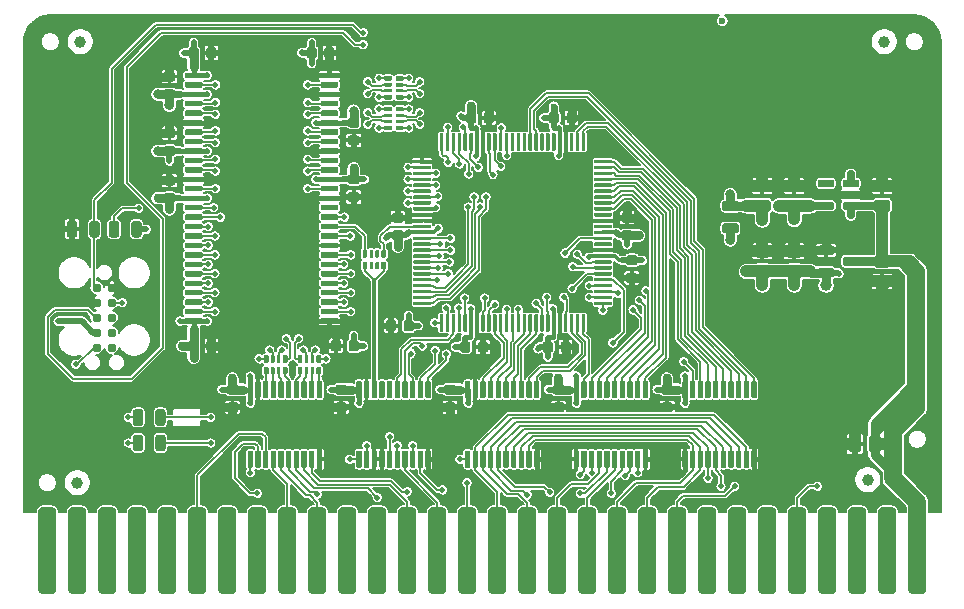
<source format=gtl>
G04 #@! TF.GenerationSoftware,KiCad,Pcbnew,(5.1.5-0-10_14)*
G04 #@! TF.CreationDate,2020-09-29T17:52:59-04:00*
G04 #@! TF.ProjectId,RAM2E,52414d32-452e-46b6-9963-61645f706362,1.1*
G04 #@! TF.SameCoordinates,Original*
G04 #@! TF.FileFunction,Copper,L1,Top*
G04 #@! TF.FilePolarity,Positive*
%FSLAX46Y46*%
G04 Gerber Fmt 4.6, Leading zero omitted, Abs format (unit mm)*
G04 Created by KiCad (PCBNEW (5.1.5-0-10_14)) date 2020-09-29 17:52:59*
%MOMM*%
%LPD*%
G04 APERTURE LIST*
%ADD10C,0.100000*%
%ADD11C,1.000000*%
%ADD12C,2.000000*%
%ADD13C,0.787400*%
%ADD14C,0.500000*%
%ADD15C,0.762000*%
%ADD16C,0.600000*%
%ADD17C,0.800000*%
%ADD18C,0.508000*%
%ADD19C,0.450000*%
%ADD20C,0.762000*%
%ADD21C,1.524000*%
%ADD22C,1.000000*%
%ADD23C,0.800000*%
%ADD24C,0.650000*%
%ADD25C,0.508000*%
%ADD26C,0.150000*%
%ADD27C,0.500000*%
%ADD28C,0.600000*%
%ADD29C,0.300000*%
%ADD30C,0.400000*%
%ADD31C,0.254000*%
%ADD32C,0.250000*%
%ADD33C,0.152400*%
%ADD34C,0.154000*%
G04 APERTURE END LIST*
G04 #@! TA.AperFunction,SMDPad,CuDef*
D10*
G36*
X233057351Y-102200361D02*
G01*
X233064632Y-102201441D01*
X233071771Y-102203229D01*
X233078701Y-102205709D01*
X233085355Y-102208856D01*
X233091668Y-102212640D01*
X233097579Y-102217024D01*
X233103033Y-102221967D01*
X233107976Y-102227421D01*
X233112360Y-102233332D01*
X233116144Y-102239645D01*
X233119291Y-102246299D01*
X233121771Y-102253229D01*
X233123559Y-102260368D01*
X233124639Y-102267649D01*
X233125000Y-102275000D01*
X233125000Y-102425000D01*
X233124639Y-102432351D01*
X233123559Y-102439632D01*
X233121771Y-102446771D01*
X233119291Y-102453701D01*
X233116144Y-102460355D01*
X233112360Y-102466668D01*
X233107976Y-102472579D01*
X233103033Y-102478033D01*
X233097579Y-102482976D01*
X233091668Y-102487360D01*
X233085355Y-102491144D01*
X233078701Y-102494291D01*
X233071771Y-102496771D01*
X233064632Y-102498559D01*
X233057351Y-102499639D01*
X233050000Y-102500000D01*
X231725000Y-102500000D01*
X231717649Y-102499639D01*
X231710368Y-102498559D01*
X231703229Y-102496771D01*
X231696299Y-102494291D01*
X231689645Y-102491144D01*
X231683332Y-102487360D01*
X231677421Y-102482976D01*
X231671967Y-102478033D01*
X231667024Y-102472579D01*
X231662640Y-102466668D01*
X231658856Y-102460355D01*
X231655709Y-102453701D01*
X231653229Y-102446771D01*
X231651441Y-102439632D01*
X231650361Y-102432351D01*
X231650000Y-102425000D01*
X231650000Y-102275000D01*
X231650361Y-102267649D01*
X231651441Y-102260368D01*
X231653229Y-102253229D01*
X231655709Y-102246299D01*
X231658856Y-102239645D01*
X231662640Y-102233332D01*
X231667024Y-102227421D01*
X231671967Y-102221967D01*
X231677421Y-102217024D01*
X231683332Y-102212640D01*
X231689645Y-102208856D01*
X231696299Y-102205709D01*
X231703229Y-102203229D01*
X231710368Y-102201441D01*
X231717649Y-102200361D01*
X231725000Y-102200000D01*
X233050000Y-102200000D01*
X233057351Y-102200361D01*
G37*
G04 #@! TD.AperFunction*
G04 #@! TA.AperFunction,SMDPad,CuDef*
G36*
X233057351Y-102700361D02*
G01*
X233064632Y-102701441D01*
X233071771Y-102703229D01*
X233078701Y-102705709D01*
X233085355Y-102708856D01*
X233091668Y-102712640D01*
X233097579Y-102717024D01*
X233103033Y-102721967D01*
X233107976Y-102727421D01*
X233112360Y-102733332D01*
X233116144Y-102739645D01*
X233119291Y-102746299D01*
X233121771Y-102753229D01*
X233123559Y-102760368D01*
X233124639Y-102767649D01*
X233125000Y-102775000D01*
X233125000Y-102925000D01*
X233124639Y-102932351D01*
X233123559Y-102939632D01*
X233121771Y-102946771D01*
X233119291Y-102953701D01*
X233116144Y-102960355D01*
X233112360Y-102966668D01*
X233107976Y-102972579D01*
X233103033Y-102978033D01*
X233097579Y-102982976D01*
X233091668Y-102987360D01*
X233085355Y-102991144D01*
X233078701Y-102994291D01*
X233071771Y-102996771D01*
X233064632Y-102998559D01*
X233057351Y-102999639D01*
X233050000Y-103000000D01*
X231725000Y-103000000D01*
X231717649Y-102999639D01*
X231710368Y-102998559D01*
X231703229Y-102996771D01*
X231696299Y-102994291D01*
X231689645Y-102991144D01*
X231683332Y-102987360D01*
X231677421Y-102982976D01*
X231671967Y-102978033D01*
X231667024Y-102972579D01*
X231662640Y-102966668D01*
X231658856Y-102960355D01*
X231655709Y-102953701D01*
X231653229Y-102946771D01*
X231651441Y-102939632D01*
X231650361Y-102932351D01*
X231650000Y-102925000D01*
X231650000Y-102775000D01*
X231650361Y-102767649D01*
X231651441Y-102760368D01*
X231653229Y-102753229D01*
X231655709Y-102746299D01*
X231658856Y-102739645D01*
X231662640Y-102733332D01*
X231667024Y-102727421D01*
X231671967Y-102721967D01*
X231677421Y-102717024D01*
X231683332Y-102712640D01*
X231689645Y-102708856D01*
X231696299Y-102705709D01*
X231703229Y-102703229D01*
X231710368Y-102701441D01*
X231717649Y-102700361D01*
X231725000Y-102700000D01*
X233050000Y-102700000D01*
X233057351Y-102700361D01*
G37*
G04 #@! TD.AperFunction*
G04 #@! TA.AperFunction,SMDPad,CuDef*
G36*
X233057351Y-103200361D02*
G01*
X233064632Y-103201441D01*
X233071771Y-103203229D01*
X233078701Y-103205709D01*
X233085355Y-103208856D01*
X233091668Y-103212640D01*
X233097579Y-103217024D01*
X233103033Y-103221967D01*
X233107976Y-103227421D01*
X233112360Y-103233332D01*
X233116144Y-103239645D01*
X233119291Y-103246299D01*
X233121771Y-103253229D01*
X233123559Y-103260368D01*
X233124639Y-103267649D01*
X233125000Y-103275000D01*
X233125000Y-103425000D01*
X233124639Y-103432351D01*
X233123559Y-103439632D01*
X233121771Y-103446771D01*
X233119291Y-103453701D01*
X233116144Y-103460355D01*
X233112360Y-103466668D01*
X233107976Y-103472579D01*
X233103033Y-103478033D01*
X233097579Y-103482976D01*
X233091668Y-103487360D01*
X233085355Y-103491144D01*
X233078701Y-103494291D01*
X233071771Y-103496771D01*
X233064632Y-103498559D01*
X233057351Y-103499639D01*
X233050000Y-103500000D01*
X231725000Y-103500000D01*
X231717649Y-103499639D01*
X231710368Y-103498559D01*
X231703229Y-103496771D01*
X231696299Y-103494291D01*
X231689645Y-103491144D01*
X231683332Y-103487360D01*
X231677421Y-103482976D01*
X231671967Y-103478033D01*
X231667024Y-103472579D01*
X231662640Y-103466668D01*
X231658856Y-103460355D01*
X231655709Y-103453701D01*
X231653229Y-103446771D01*
X231651441Y-103439632D01*
X231650361Y-103432351D01*
X231650000Y-103425000D01*
X231650000Y-103275000D01*
X231650361Y-103267649D01*
X231651441Y-103260368D01*
X231653229Y-103253229D01*
X231655709Y-103246299D01*
X231658856Y-103239645D01*
X231662640Y-103233332D01*
X231667024Y-103227421D01*
X231671967Y-103221967D01*
X231677421Y-103217024D01*
X231683332Y-103212640D01*
X231689645Y-103208856D01*
X231696299Y-103205709D01*
X231703229Y-103203229D01*
X231710368Y-103201441D01*
X231717649Y-103200361D01*
X231725000Y-103200000D01*
X233050000Y-103200000D01*
X233057351Y-103200361D01*
G37*
G04 #@! TD.AperFunction*
G04 #@! TA.AperFunction,SMDPad,CuDef*
G36*
X233057351Y-103700361D02*
G01*
X233064632Y-103701441D01*
X233071771Y-103703229D01*
X233078701Y-103705709D01*
X233085355Y-103708856D01*
X233091668Y-103712640D01*
X233097579Y-103717024D01*
X233103033Y-103721967D01*
X233107976Y-103727421D01*
X233112360Y-103733332D01*
X233116144Y-103739645D01*
X233119291Y-103746299D01*
X233121771Y-103753229D01*
X233123559Y-103760368D01*
X233124639Y-103767649D01*
X233125000Y-103775000D01*
X233125000Y-103925000D01*
X233124639Y-103932351D01*
X233123559Y-103939632D01*
X233121771Y-103946771D01*
X233119291Y-103953701D01*
X233116144Y-103960355D01*
X233112360Y-103966668D01*
X233107976Y-103972579D01*
X233103033Y-103978033D01*
X233097579Y-103982976D01*
X233091668Y-103987360D01*
X233085355Y-103991144D01*
X233078701Y-103994291D01*
X233071771Y-103996771D01*
X233064632Y-103998559D01*
X233057351Y-103999639D01*
X233050000Y-104000000D01*
X231725000Y-104000000D01*
X231717649Y-103999639D01*
X231710368Y-103998559D01*
X231703229Y-103996771D01*
X231696299Y-103994291D01*
X231689645Y-103991144D01*
X231683332Y-103987360D01*
X231677421Y-103982976D01*
X231671967Y-103978033D01*
X231667024Y-103972579D01*
X231662640Y-103966668D01*
X231658856Y-103960355D01*
X231655709Y-103953701D01*
X231653229Y-103946771D01*
X231651441Y-103939632D01*
X231650361Y-103932351D01*
X231650000Y-103925000D01*
X231650000Y-103775000D01*
X231650361Y-103767649D01*
X231651441Y-103760368D01*
X231653229Y-103753229D01*
X231655709Y-103746299D01*
X231658856Y-103739645D01*
X231662640Y-103733332D01*
X231667024Y-103727421D01*
X231671967Y-103721967D01*
X231677421Y-103717024D01*
X231683332Y-103712640D01*
X231689645Y-103708856D01*
X231696299Y-103705709D01*
X231703229Y-103703229D01*
X231710368Y-103701441D01*
X231717649Y-103700361D01*
X231725000Y-103700000D01*
X233050000Y-103700000D01*
X233057351Y-103700361D01*
G37*
G04 #@! TD.AperFunction*
G04 #@! TA.AperFunction,SMDPad,CuDef*
G36*
X233057351Y-104200361D02*
G01*
X233064632Y-104201441D01*
X233071771Y-104203229D01*
X233078701Y-104205709D01*
X233085355Y-104208856D01*
X233091668Y-104212640D01*
X233097579Y-104217024D01*
X233103033Y-104221967D01*
X233107976Y-104227421D01*
X233112360Y-104233332D01*
X233116144Y-104239645D01*
X233119291Y-104246299D01*
X233121771Y-104253229D01*
X233123559Y-104260368D01*
X233124639Y-104267649D01*
X233125000Y-104275000D01*
X233125000Y-104425000D01*
X233124639Y-104432351D01*
X233123559Y-104439632D01*
X233121771Y-104446771D01*
X233119291Y-104453701D01*
X233116144Y-104460355D01*
X233112360Y-104466668D01*
X233107976Y-104472579D01*
X233103033Y-104478033D01*
X233097579Y-104482976D01*
X233091668Y-104487360D01*
X233085355Y-104491144D01*
X233078701Y-104494291D01*
X233071771Y-104496771D01*
X233064632Y-104498559D01*
X233057351Y-104499639D01*
X233050000Y-104500000D01*
X231725000Y-104500000D01*
X231717649Y-104499639D01*
X231710368Y-104498559D01*
X231703229Y-104496771D01*
X231696299Y-104494291D01*
X231689645Y-104491144D01*
X231683332Y-104487360D01*
X231677421Y-104482976D01*
X231671967Y-104478033D01*
X231667024Y-104472579D01*
X231662640Y-104466668D01*
X231658856Y-104460355D01*
X231655709Y-104453701D01*
X231653229Y-104446771D01*
X231651441Y-104439632D01*
X231650361Y-104432351D01*
X231650000Y-104425000D01*
X231650000Y-104275000D01*
X231650361Y-104267649D01*
X231651441Y-104260368D01*
X231653229Y-104253229D01*
X231655709Y-104246299D01*
X231658856Y-104239645D01*
X231662640Y-104233332D01*
X231667024Y-104227421D01*
X231671967Y-104221967D01*
X231677421Y-104217024D01*
X231683332Y-104212640D01*
X231689645Y-104208856D01*
X231696299Y-104205709D01*
X231703229Y-104203229D01*
X231710368Y-104201441D01*
X231717649Y-104200361D01*
X231725000Y-104200000D01*
X233050000Y-104200000D01*
X233057351Y-104200361D01*
G37*
G04 #@! TD.AperFunction*
G04 #@! TA.AperFunction,SMDPad,CuDef*
G36*
X233057351Y-104700361D02*
G01*
X233064632Y-104701441D01*
X233071771Y-104703229D01*
X233078701Y-104705709D01*
X233085355Y-104708856D01*
X233091668Y-104712640D01*
X233097579Y-104717024D01*
X233103033Y-104721967D01*
X233107976Y-104727421D01*
X233112360Y-104733332D01*
X233116144Y-104739645D01*
X233119291Y-104746299D01*
X233121771Y-104753229D01*
X233123559Y-104760368D01*
X233124639Y-104767649D01*
X233125000Y-104775000D01*
X233125000Y-104925000D01*
X233124639Y-104932351D01*
X233123559Y-104939632D01*
X233121771Y-104946771D01*
X233119291Y-104953701D01*
X233116144Y-104960355D01*
X233112360Y-104966668D01*
X233107976Y-104972579D01*
X233103033Y-104978033D01*
X233097579Y-104982976D01*
X233091668Y-104987360D01*
X233085355Y-104991144D01*
X233078701Y-104994291D01*
X233071771Y-104996771D01*
X233064632Y-104998559D01*
X233057351Y-104999639D01*
X233050000Y-105000000D01*
X231725000Y-105000000D01*
X231717649Y-104999639D01*
X231710368Y-104998559D01*
X231703229Y-104996771D01*
X231696299Y-104994291D01*
X231689645Y-104991144D01*
X231683332Y-104987360D01*
X231677421Y-104982976D01*
X231671967Y-104978033D01*
X231667024Y-104972579D01*
X231662640Y-104966668D01*
X231658856Y-104960355D01*
X231655709Y-104953701D01*
X231653229Y-104946771D01*
X231651441Y-104939632D01*
X231650361Y-104932351D01*
X231650000Y-104925000D01*
X231650000Y-104775000D01*
X231650361Y-104767649D01*
X231651441Y-104760368D01*
X231653229Y-104753229D01*
X231655709Y-104746299D01*
X231658856Y-104739645D01*
X231662640Y-104733332D01*
X231667024Y-104727421D01*
X231671967Y-104721967D01*
X231677421Y-104717024D01*
X231683332Y-104712640D01*
X231689645Y-104708856D01*
X231696299Y-104705709D01*
X231703229Y-104703229D01*
X231710368Y-104701441D01*
X231717649Y-104700361D01*
X231725000Y-104700000D01*
X233050000Y-104700000D01*
X233057351Y-104700361D01*
G37*
G04 #@! TD.AperFunction*
G04 #@! TA.AperFunction,SMDPad,CuDef*
G36*
X233057351Y-105200361D02*
G01*
X233064632Y-105201441D01*
X233071771Y-105203229D01*
X233078701Y-105205709D01*
X233085355Y-105208856D01*
X233091668Y-105212640D01*
X233097579Y-105217024D01*
X233103033Y-105221967D01*
X233107976Y-105227421D01*
X233112360Y-105233332D01*
X233116144Y-105239645D01*
X233119291Y-105246299D01*
X233121771Y-105253229D01*
X233123559Y-105260368D01*
X233124639Y-105267649D01*
X233125000Y-105275000D01*
X233125000Y-105425000D01*
X233124639Y-105432351D01*
X233123559Y-105439632D01*
X233121771Y-105446771D01*
X233119291Y-105453701D01*
X233116144Y-105460355D01*
X233112360Y-105466668D01*
X233107976Y-105472579D01*
X233103033Y-105478033D01*
X233097579Y-105482976D01*
X233091668Y-105487360D01*
X233085355Y-105491144D01*
X233078701Y-105494291D01*
X233071771Y-105496771D01*
X233064632Y-105498559D01*
X233057351Y-105499639D01*
X233050000Y-105500000D01*
X231725000Y-105500000D01*
X231717649Y-105499639D01*
X231710368Y-105498559D01*
X231703229Y-105496771D01*
X231696299Y-105494291D01*
X231689645Y-105491144D01*
X231683332Y-105487360D01*
X231677421Y-105482976D01*
X231671967Y-105478033D01*
X231667024Y-105472579D01*
X231662640Y-105466668D01*
X231658856Y-105460355D01*
X231655709Y-105453701D01*
X231653229Y-105446771D01*
X231651441Y-105439632D01*
X231650361Y-105432351D01*
X231650000Y-105425000D01*
X231650000Y-105275000D01*
X231650361Y-105267649D01*
X231651441Y-105260368D01*
X231653229Y-105253229D01*
X231655709Y-105246299D01*
X231658856Y-105239645D01*
X231662640Y-105233332D01*
X231667024Y-105227421D01*
X231671967Y-105221967D01*
X231677421Y-105217024D01*
X231683332Y-105212640D01*
X231689645Y-105208856D01*
X231696299Y-105205709D01*
X231703229Y-105203229D01*
X231710368Y-105201441D01*
X231717649Y-105200361D01*
X231725000Y-105200000D01*
X233050000Y-105200000D01*
X233057351Y-105200361D01*
G37*
G04 #@! TD.AperFunction*
G04 #@! TA.AperFunction,SMDPad,CuDef*
G36*
X233057351Y-105700361D02*
G01*
X233064632Y-105701441D01*
X233071771Y-105703229D01*
X233078701Y-105705709D01*
X233085355Y-105708856D01*
X233091668Y-105712640D01*
X233097579Y-105717024D01*
X233103033Y-105721967D01*
X233107976Y-105727421D01*
X233112360Y-105733332D01*
X233116144Y-105739645D01*
X233119291Y-105746299D01*
X233121771Y-105753229D01*
X233123559Y-105760368D01*
X233124639Y-105767649D01*
X233125000Y-105775000D01*
X233125000Y-105925000D01*
X233124639Y-105932351D01*
X233123559Y-105939632D01*
X233121771Y-105946771D01*
X233119291Y-105953701D01*
X233116144Y-105960355D01*
X233112360Y-105966668D01*
X233107976Y-105972579D01*
X233103033Y-105978033D01*
X233097579Y-105982976D01*
X233091668Y-105987360D01*
X233085355Y-105991144D01*
X233078701Y-105994291D01*
X233071771Y-105996771D01*
X233064632Y-105998559D01*
X233057351Y-105999639D01*
X233050000Y-106000000D01*
X231725000Y-106000000D01*
X231717649Y-105999639D01*
X231710368Y-105998559D01*
X231703229Y-105996771D01*
X231696299Y-105994291D01*
X231689645Y-105991144D01*
X231683332Y-105987360D01*
X231677421Y-105982976D01*
X231671967Y-105978033D01*
X231667024Y-105972579D01*
X231662640Y-105966668D01*
X231658856Y-105960355D01*
X231655709Y-105953701D01*
X231653229Y-105946771D01*
X231651441Y-105939632D01*
X231650361Y-105932351D01*
X231650000Y-105925000D01*
X231650000Y-105775000D01*
X231650361Y-105767649D01*
X231651441Y-105760368D01*
X231653229Y-105753229D01*
X231655709Y-105746299D01*
X231658856Y-105739645D01*
X231662640Y-105733332D01*
X231667024Y-105727421D01*
X231671967Y-105721967D01*
X231677421Y-105717024D01*
X231683332Y-105712640D01*
X231689645Y-105708856D01*
X231696299Y-105705709D01*
X231703229Y-105703229D01*
X231710368Y-105701441D01*
X231717649Y-105700361D01*
X231725000Y-105700000D01*
X233050000Y-105700000D01*
X233057351Y-105700361D01*
G37*
G04 #@! TD.AperFunction*
G04 #@! TA.AperFunction,SMDPad,CuDef*
G36*
X233057351Y-106200361D02*
G01*
X233064632Y-106201441D01*
X233071771Y-106203229D01*
X233078701Y-106205709D01*
X233085355Y-106208856D01*
X233091668Y-106212640D01*
X233097579Y-106217024D01*
X233103033Y-106221967D01*
X233107976Y-106227421D01*
X233112360Y-106233332D01*
X233116144Y-106239645D01*
X233119291Y-106246299D01*
X233121771Y-106253229D01*
X233123559Y-106260368D01*
X233124639Y-106267649D01*
X233125000Y-106275000D01*
X233125000Y-106425000D01*
X233124639Y-106432351D01*
X233123559Y-106439632D01*
X233121771Y-106446771D01*
X233119291Y-106453701D01*
X233116144Y-106460355D01*
X233112360Y-106466668D01*
X233107976Y-106472579D01*
X233103033Y-106478033D01*
X233097579Y-106482976D01*
X233091668Y-106487360D01*
X233085355Y-106491144D01*
X233078701Y-106494291D01*
X233071771Y-106496771D01*
X233064632Y-106498559D01*
X233057351Y-106499639D01*
X233050000Y-106500000D01*
X231725000Y-106500000D01*
X231717649Y-106499639D01*
X231710368Y-106498559D01*
X231703229Y-106496771D01*
X231696299Y-106494291D01*
X231689645Y-106491144D01*
X231683332Y-106487360D01*
X231677421Y-106482976D01*
X231671967Y-106478033D01*
X231667024Y-106472579D01*
X231662640Y-106466668D01*
X231658856Y-106460355D01*
X231655709Y-106453701D01*
X231653229Y-106446771D01*
X231651441Y-106439632D01*
X231650361Y-106432351D01*
X231650000Y-106425000D01*
X231650000Y-106275000D01*
X231650361Y-106267649D01*
X231651441Y-106260368D01*
X231653229Y-106253229D01*
X231655709Y-106246299D01*
X231658856Y-106239645D01*
X231662640Y-106233332D01*
X231667024Y-106227421D01*
X231671967Y-106221967D01*
X231677421Y-106217024D01*
X231683332Y-106212640D01*
X231689645Y-106208856D01*
X231696299Y-106205709D01*
X231703229Y-106203229D01*
X231710368Y-106201441D01*
X231717649Y-106200361D01*
X231725000Y-106200000D01*
X233050000Y-106200000D01*
X233057351Y-106200361D01*
G37*
G04 #@! TD.AperFunction*
G04 #@! TA.AperFunction,SMDPad,CuDef*
G36*
X233057351Y-106700361D02*
G01*
X233064632Y-106701441D01*
X233071771Y-106703229D01*
X233078701Y-106705709D01*
X233085355Y-106708856D01*
X233091668Y-106712640D01*
X233097579Y-106717024D01*
X233103033Y-106721967D01*
X233107976Y-106727421D01*
X233112360Y-106733332D01*
X233116144Y-106739645D01*
X233119291Y-106746299D01*
X233121771Y-106753229D01*
X233123559Y-106760368D01*
X233124639Y-106767649D01*
X233125000Y-106775000D01*
X233125000Y-106925000D01*
X233124639Y-106932351D01*
X233123559Y-106939632D01*
X233121771Y-106946771D01*
X233119291Y-106953701D01*
X233116144Y-106960355D01*
X233112360Y-106966668D01*
X233107976Y-106972579D01*
X233103033Y-106978033D01*
X233097579Y-106982976D01*
X233091668Y-106987360D01*
X233085355Y-106991144D01*
X233078701Y-106994291D01*
X233071771Y-106996771D01*
X233064632Y-106998559D01*
X233057351Y-106999639D01*
X233050000Y-107000000D01*
X231725000Y-107000000D01*
X231717649Y-106999639D01*
X231710368Y-106998559D01*
X231703229Y-106996771D01*
X231696299Y-106994291D01*
X231689645Y-106991144D01*
X231683332Y-106987360D01*
X231677421Y-106982976D01*
X231671967Y-106978033D01*
X231667024Y-106972579D01*
X231662640Y-106966668D01*
X231658856Y-106960355D01*
X231655709Y-106953701D01*
X231653229Y-106946771D01*
X231651441Y-106939632D01*
X231650361Y-106932351D01*
X231650000Y-106925000D01*
X231650000Y-106775000D01*
X231650361Y-106767649D01*
X231651441Y-106760368D01*
X231653229Y-106753229D01*
X231655709Y-106746299D01*
X231658856Y-106739645D01*
X231662640Y-106733332D01*
X231667024Y-106727421D01*
X231671967Y-106721967D01*
X231677421Y-106717024D01*
X231683332Y-106712640D01*
X231689645Y-106708856D01*
X231696299Y-106705709D01*
X231703229Y-106703229D01*
X231710368Y-106701441D01*
X231717649Y-106700361D01*
X231725000Y-106700000D01*
X233050000Y-106700000D01*
X233057351Y-106700361D01*
G37*
G04 #@! TD.AperFunction*
G04 #@! TA.AperFunction,SMDPad,CuDef*
G36*
X233057351Y-107200361D02*
G01*
X233064632Y-107201441D01*
X233071771Y-107203229D01*
X233078701Y-107205709D01*
X233085355Y-107208856D01*
X233091668Y-107212640D01*
X233097579Y-107217024D01*
X233103033Y-107221967D01*
X233107976Y-107227421D01*
X233112360Y-107233332D01*
X233116144Y-107239645D01*
X233119291Y-107246299D01*
X233121771Y-107253229D01*
X233123559Y-107260368D01*
X233124639Y-107267649D01*
X233125000Y-107275000D01*
X233125000Y-107425000D01*
X233124639Y-107432351D01*
X233123559Y-107439632D01*
X233121771Y-107446771D01*
X233119291Y-107453701D01*
X233116144Y-107460355D01*
X233112360Y-107466668D01*
X233107976Y-107472579D01*
X233103033Y-107478033D01*
X233097579Y-107482976D01*
X233091668Y-107487360D01*
X233085355Y-107491144D01*
X233078701Y-107494291D01*
X233071771Y-107496771D01*
X233064632Y-107498559D01*
X233057351Y-107499639D01*
X233050000Y-107500000D01*
X231725000Y-107500000D01*
X231717649Y-107499639D01*
X231710368Y-107498559D01*
X231703229Y-107496771D01*
X231696299Y-107494291D01*
X231689645Y-107491144D01*
X231683332Y-107487360D01*
X231677421Y-107482976D01*
X231671967Y-107478033D01*
X231667024Y-107472579D01*
X231662640Y-107466668D01*
X231658856Y-107460355D01*
X231655709Y-107453701D01*
X231653229Y-107446771D01*
X231651441Y-107439632D01*
X231650361Y-107432351D01*
X231650000Y-107425000D01*
X231650000Y-107275000D01*
X231650361Y-107267649D01*
X231651441Y-107260368D01*
X231653229Y-107253229D01*
X231655709Y-107246299D01*
X231658856Y-107239645D01*
X231662640Y-107233332D01*
X231667024Y-107227421D01*
X231671967Y-107221967D01*
X231677421Y-107217024D01*
X231683332Y-107212640D01*
X231689645Y-107208856D01*
X231696299Y-107205709D01*
X231703229Y-107203229D01*
X231710368Y-107201441D01*
X231717649Y-107200361D01*
X231725000Y-107200000D01*
X233050000Y-107200000D01*
X233057351Y-107200361D01*
G37*
G04 #@! TD.AperFunction*
G04 #@! TA.AperFunction,SMDPad,CuDef*
G36*
X233057351Y-107700361D02*
G01*
X233064632Y-107701441D01*
X233071771Y-107703229D01*
X233078701Y-107705709D01*
X233085355Y-107708856D01*
X233091668Y-107712640D01*
X233097579Y-107717024D01*
X233103033Y-107721967D01*
X233107976Y-107727421D01*
X233112360Y-107733332D01*
X233116144Y-107739645D01*
X233119291Y-107746299D01*
X233121771Y-107753229D01*
X233123559Y-107760368D01*
X233124639Y-107767649D01*
X233125000Y-107775000D01*
X233125000Y-107925000D01*
X233124639Y-107932351D01*
X233123559Y-107939632D01*
X233121771Y-107946771D01*
X233119291Y-107953701D01*
X233116144Y-107960355D01*
X233112360Y-107966668D01*
X233107976Y-107972579D01*
X233103033Y-107978033D01*
X233097579Y-107982976D01*
X233091668Y-107987360D01*
X233085355Y-107991144D01*
X233078701Y-107994291D01*
X233071771Y-107996771D01*
X233064632Y-107998559D01*
X233057351Y-107999639D01*
X233050000Y-108000000D01*
X231725000Y-108000000D01*
X231717649Y-107999639D01*
X231710368Y-107998559D01*
X231703229Y-107996771D01*
X231696299Y-107994291D01*
X231689645Y-107991144D01*
X231683332Y-107987360D01*
X231677421Y-107982976D01*
X231671967Y-107978033D01*
X231667024Y-107972579D01*
X231662640Y-107966668D01*
X231658856Y-107960355D01*
X231655709Y-107953701D01*
X231653229Y-107946771D01*
X231651441Y-107939632D01*
X231650361Y-107932351D01*
X231650000Y-107925000D01*
X231650000Y-107775000D01*
X231650361Y-107767649D01*
X231651441Y-107760368D01*
X231653229Y-107753229D01*
X231655709Y-107746299D01*
X231658856Y-107739645D01*
X231662640Y-107733332D01*
X231667024Y-107727421D01*
X231671967Y-107721967D01*
X231677421Y-107717024D01*
X231683332Y-107712640D01*
X231689645Y-107708856D01*
X231696299Y-107705709D01*
X231703229Y-107703229D01*
X231710368Y-107701441D01*
X231717649Y-107700361D01*
X231725000Y-107700000D01*
X233050000Y-107700000D01*
X233057351Y-107700361D01*
G37*
G04 #@! TD.AperFunction*
G04 #@! TA.AperFunction,SMDPad,CuDef*
G36*
X233057351Y-108200361D02*
G01*
X233064632Y-108201441D01*
X233071771Y-108203229D01*
X233078701Y-108205709D01*
X233085355Y-108208856D01*
X233091668Y-108212640D01*
X233097579Y-108217024D01*
X233103033Y-108221967D01*
X233107976Y-108227421D01*
X233112360Y-108233332D01*
X233116144Y-108239645D01*
X233119291Y-108246299D01*
X233121771Y-108253229D01*
X233123559Y-108260368D01*
X233124639Y-108267649D01*
X233125000Y-108275000D01*
X233125000Y-108425000D01*
X233124639Y-108432351D01*
X233123559Y-108439632D01*
X233121771Y-108446771D01*
X233119291Y-108453701D01*
X233116144Y-108460355D01*
X233112360Y-108466668D01*
X233107976Y-108472579D01*
X233103033Y-108478033D01*
X233097579Y-108482976D01*
X233091668Y-108487360D01*
X233085355Y-108491144D01*
X233078701Y-108494291D01*
X233071771Y-108496771D01*
X233064632Y-108498559D01*
X233057351Y-108499639D01*
X233050000Y-108500000D01*
X231725000Y-108500000D01*
X231717649Y-108499639D01*
X231710368Y-108498559D01*
X231703229Y-108496771D01*
X231696299Y-108494291D01*
X231689645Y-108491144D01*
X231683332Y-108487360D01*
X231677421Y-108482976D01*
X231671967Y-108478033D01*
X231667024Y-108472579D01*
X231662640Y-108466668D01*
X231658856Y-108460355D01*
X231655709Y-108453701D01*
X231653229Y-108446771D01*
X231651441Y-108439632D01*
X231650361Y-108432351D01*
X231650000Y-108425000D01*
X231650000Y-108275000D01*
X231650361Y-108267649D01*
X231651441Y-108260368D01*
X231653229Y-108253229D01*
X231655709Y-108246299D01*
X231658856Y-108239645D01*
X231662640Y-108233332D01*
X231667024Y-108227421D01*
X231671967Y-108221967D01*
X231677421Y-108217024D01*
X231683332Y-108212640D01*
X231689645Y-108208856D01*
X231696299Y-108205709D01*
X231703229Y-108203229D01*
X231710368Y-108201441D01*
X231717649Y-108200361D01*
X231725000Y-108200000D01*
X233050000Y-108200000D01*
X233057351Y-108200361D01*
G37*
G04 #@! TD.AperFunction*
G04 #@! TA.AperFunction,SMDPad,CuDef*
G36*
X233057351Y-108700361D02*
G01*
X233064632Y-108701441D01*
X233071771Y-108703229D01*
X233078701Y-108705709D01*
X233085355Y-108708856D01*
X233091668Y-108712640D01*
X233097579Y-108717024D01*
X233103033Y-108721967D01*
X233107976Y-108727421D01*
X233112360Y-108733332D01*
X233116144Y-108739645D01*
X233119291Y-108746299D01*
X233121771Y-108753229D01*
X233123559Y-108760368D01*
X233124639Y-108767649D01*
X233125000Y-108775000D01*
X233125000Y-108925000D01*
X233124639Y-108932351D01*
X233123559Y-108939632D01*
X233121771Y-108946771D01*
X233119291Y-108953701D01*
X233116144Y-108960355D01*
X233112360Y-108966668D01*
X233107976Y-108972579D01*
X233103033Y-108978033D01*
X233097579Y-108982976D01*
X233091668Y-108987360D01*
X233085355Y-108991144D01*
X233078701Y-108994291D01*
X233071771Y-108996771D01*
X233064632Y-108998559D01*
X233057351Y-108999639D01*
X233050000Y-109000000D01*
X231725000Y-109000000D01*
X231717649Y-108999639D01*
X231710368Y-108998559D01*
X231703229Y-108996771D01*
X231696299Y-108994291D01*
X231689645Y-108991144D01*
X231683332Y-108987360D01*
X231677421Y-108982976D01*
X231671967Y-108978033D01*
X231667024Y-108972579D01*
X231662640Y-108966668D01*
X231658856Y-108960355D01*
X231655709Y-108953701D01*
X231653229Y-108946771D01*
X231651441Y-108939632D01*
X231650361Y-108932351D01*
X231650000Y-108925000D01*
X231650000Y-108775000D01*
X231650361Y-108767649D01*
X231651441Y-108760368D01*
X231653229Y-108753229D01*
X231655709Y-108746299D01*
X231658856Y-108739645D01*
X231662640Y-108733332D01*
X231667024Y-108727421D01*
X231671967Y-108721967D01*
X231677421Y-108717024D01*
X231683332Y-108712640D01*
X231689645Y-108708856D01*
X231696299Y-108705709D01*
X231703229Y-108703229D01*
X231710368Y-108701441D01*
X231717649Y-108700361D01*
X231725000Y-108700000D01*
X233050000Y-108700000D01*
X233057351Y-108700361D01*
G37*
G04 #@! TD.AperFunction*
G04 #@! TA.AperFunction,SMDPad,CuDef*
G36*
X233057351Y-109200361D02*
G01*
X233064632Y-109201441D01*
X233071771Y-109203229D01*
X233078701Y-109205709D01*
X233085355Y-109208856D01*
X233091668Y-109212640D01*
X233097579Y-109217024D01*
X233103033Y-109221967D01*
X233107976Y-109227421D01*
X233112360Y-109233332D01*
X233116144Y-109239645D01*
X233119291Y-109246299D01*
X233121771Y-109253229D01*
X233123559Y-109260368D01*
X233124639Y-109267649D01*
X233125000Y-109275000D01*
X233125000Y-109425000D01*
X233124639Y-109432351D01*
X233123559Y-109439632D01*
X233121771Y-109446771D01*
X233119291Y-109453701D01*
X233116144Y-109460355D01*
X233112360Y-109466668D01*
X233107976Y-109472579D01*
X233103033Y-109478033D01*
X233097579Y-109482976D01*
X233091668Y-109487360D01*
X233085355Y-109491144D01*
X233078701Y-109494291D01*
X233071771Y-109496771D01*
X233064632Y-109498559D01*
X233057351Y-109499639D01*
X233050000Y-109500000D01*
X231725000Y-109500000D01*
X231717649Y-109499639D01*
X231710368Y-109498559D01*
X231703229Y-109496771D01*
X231696299Y-109494291D01*
X231689645Y-109491144D01*
X231683332Y-109487360D01*
X231677421Y-109482976D01*
X231671967Y-109478033D01*
X231667024Y-109472579D01*
X231662640Y-109466668D01*
X231658856Y-109460355D01*
X231655709Y-109453701D01*
X231653229Y-109446771D01*
X231651441Y-109439632D01*
X231650361Y-109432351D01*
X231650000Y-109425000D01*
X231650000Y-109275000D01*
X231650361Y-109267649D01*
X231651441Y-109260368D01*
X231653229Y-109253229D01*
X231655709Y-109246299D01*
X231658856Y-109239645D01*
X231662640Y-109233332D01*
X231667024Y-109227421D01*
X231671967Y-109221967D01*
X231677421Y-109217024D01*
X231683332Y-109212640D01*
X231689645Y-109208856D01*
X231696299Y-109205709D01*
X231703229Y-109203229D01*
X231710368Y-109201441D01*
X231717649Y-109200361D01*
X231725000Y-109200000D01*
X233050000Y-109200000D01*
X233057351Y-109200361D01*
G37*
G04 #@! TD.AperFunction*
G04 #@! TA.AperFunction,SMDPad,CuDef*
G36*
X233057351Y-109700361D02*
G01*
X233064632Y-109701441D01*
X233071771Y-109703229D01*
X233078701Y-109705709D01*
X233085355Y-109708856D01*
X233091668Y-109712640D01*
X233097579Y-109717024D01*
X233103033Y-109721967D01*
X233107976Y-109727421D01*
X233112360Y-109733332D01*
X233116144Y-109739645D01*
X233119291Y-109746299D01*
X233121771Y-109753229D01*
X233123559Y-109760368D01*
X233124639Y-109767649D01*
X233125000Y-109775000D01*
X233125000Y-109925000D01*
X233124639Y-109932351D01*
X233123559Y-109939632D01*
X233121771Y-109946771D01*
X233119291Y-109953701D01*
X233116144Y-109960355D01*
X233112360Y-109966668D01*
X233107976Y-109972579D01*
X233103033Y-109978033D01*
X233097579Y-109982976D01*
X233091668Y-109987360D01*
X233085355Y-109991144D01*
X233078701Y-109994291D01*
X233071771Y-109996771D01*
X233064632Y-109998559D01*
X233057351Y-109999639D01*
X233050000Y-110000000D01*
X231725000Y-110000000D01*
X231717649Y-109999639D01*
X231710368Y-109998559D01*
X231703229Y-109996771D01*
X231696299Y-109994291D01*
X231689645Y-109991144D01*
X231683332Y-109987360D01*
X231677421Y-109982976D01*
X231671967Y-109978033D01*
X231667024Y-109972579D01*
X231662640Y-109966668D01*
X231658856Y-109960355D01*
X231655709Y-109953701D01*
X231653229Y-109946771D01*
X231651441Y-109939632D01*
X231650361Y-109932351D01*
X231650000Y-109925000D01*
X231650000Y-109775000D01*
X231650361Y-109767649D01*
X231651441Y-109760368D01*
X231653229Y-109753229D01*
X231655709Y-109746299D01*
X231658856Y-109739645D01*
X231662640Y-109733332D01*
X231667024Y-109727421D01*
X231671967Y-109721967D01*
X231677421Y-109717024D01*
X231683332Y-109712640D01*
X231689645Y-109708856D01*
X231696299Y-109705709D01*
X231703229Y-109703229D01*
X231710368Y-109701441D01*
X231717649Y-109700361D01*
X231725000Y-109700000D01*
X233050000Y-109700000D01*
X233057351Y-109700361D01*
G37*
G04 #@! TD.AperFunction*
G04 #@! TA.AperFunction,SMDPad,CuDef*
G36*
X233057351Y-110200361D02*
G01*
X233064632Y-110201441D01*
X233071771Y-110203229D01*
X233078701Y-110205709D01*
X233085355Y-110208856D01*
X233091668Y-110212640D01*
X233097579Y-110217024D01*
X233103033Y-110221967D01*
X233107976Y-110227421D01*
X233112360Y-110233332D01*
X233116144Y-110239645D01*
X233119291Y-110246299D01*
X233121771Y-110253229D01*
X233123559Y-110260368D01*
X233124639Y-110267649D01*
X233125000Y-110275000D01*
X233125000Y-110425000D01*
X233124639Y-110432351D01*
X233123559Y-110439632D01*
X233121771Y-110446771D01*
X233119291Y-110453701D01*
X233116144Y-110460355D01*
X233112360Y-110466668D01*
X233107976Y-110472579D01*
X233103033Y-110478033D01*
X233097579Y-110482976D01*
X233091668Y-110487360D01*
X233085355Y-110491144D01*
X233078701Y-110494291D01*
X233071771Y-110496771D01*
X233064632Y-110498559D01*
X233057351Y-110499639D01*
X233050000Y-110500000D01*
X231725000Y-110500000D01*
X231717649Y-110499639D01*
X231710368Y-110498559D01*
X231703229Y-110496771D01*
X231696299Y-110494291D01*
X231689645Y-110491144D01*
X231683332Y-110487360D01*
X231677421Y-110482976D01*
X231671967Y-110478033D01*
X231667024Y-110472579D01*
X231662640Y-110466668D01*
X231658856Y-110460355D01*
X231655709Y-110453701D01*
X231653229Y-110446771D01*
X231651441Y-110439632D01*
X231650361Y-110432351D01*
X231650000Y-110425000D01*
X231650000Y-110275000D01*
X231650361Y-110267649D01*
X231651441Y-110260368D01*
X231653229Y-110253229D01*
X231655709Y-110246299D01*
X231658856Y-110239645D01*
X231662640Y-110233332D01*
X231667024Y-110227421D01*
X231671967Y-110221967D01*
X231677421Y-110217024D01*
X231683332Y-110212640D01*
X231689645Y-110208856D01*
X231696299Y-110205709D01*
X231703229Y-110203229D01*
X231710368Y-110201441D01*
X231717649Y-110200361D01*
X231725000Y-110200000D01*
X233050000Y-110200000D01*
X233057351Y-110200361D01*
G37*
G04 #@! TD.AperFunction*
G04 #@! TA.AperFunction,SMDPad,CuDef*
G36*
X233057351Y-110700361D02*
G01*
X233064632Y-110701441D01*
X233071771Y-110703229D01*
X233078701Y-110705709D01*
X233085355Y-110708856D01*
X233091668Y-110712640D01*
X233097579Y-110717024D01*
X233103033Y-110721967D01*
X233107976Y-110727421D01*
X233112360Y-110733332D01*
X233116144Y-110739645D01*
X233119291Y-110746299D01*
X233121771Y-110753229D01*
X233123559Y-110760368D01*
X233124639Y-110767649D01*
X233125000Y-110775000D01*
X233125000Y-110925000D01*
X233124639Y-110932351D01*
X233123559Y-110939632D01*
X233121771Y-110946771D01*
X233119291Y-110953701D01*
X233116144Y-110960355D01*
X233112360Y-110966668D01*
X233107976Y-110972579D01*
X233103033Y-110978033D01*
X233097579Y-110982976D01*
X233091668Y-110987360D01*
X233085355Y-110991144D01*
X233078701Y-110994291D01*
X233071771Y-110996771D01*
X233064632Y-110998559D01*
X233057351Y-110999639D01*
X233050000Y-111000000D01*
X231725000Y-111000000D01*
X231717649Y-110999639D01*
X231710368Y-110998559D01*
X231703229Y-110996771D01*
X231696299Y-110994291D01*
X231689645Y-110991144D01*
X231683332Y-110987360D01*
X231677421Y-110982976D01*
X231671967Y-110978033D01*
X231667024Y-110972579D01*
X231662640Y-110966668D01*
X231658856Y-110960355D01*
X231655709Y-110953701D01*
X231653229Y-110946771D01*
X231651441Y-110939632D01*
X231650361Y-110932351D01*
X231650000Y-110925000D01*
X231650000Y-110775000D01*
X231650361Y-110767649D01*
X231651441Y-110760368D01*
X231653229Y-110753229D01*
X231655709Y-110746299D01*
X231658856Y-110739645D01*
X231662640Y-110733332D01*
X231667024Y-110727421D01*
X231671967Y-110721967D01*
X231677421Y-110717024D01*
X231683332Y-110712640D01*
X231689645Y-110708856D01*
X231696299Y-110705709D01*
X231703229Y-110703229D01*
X231710368Y-110701441D01*
X231717649Y-110700361D01*
X231725000Y-110700000D01*
X233050000Y-110700000D01*
X233057351Y-110700361D01*
G37*
G04 #@! TD.AperFunction*
G04 #@! TA.AperFunction,SMDPad,CuDef*
G36*
X233057351Y-111200361D02*
G01*
X233064632Y-111201441D01*
X233071771Y-111203229D01*
X233078701Y-111205709D01*
X233085355Y-111208856D01*
X233091668Y-111212640D01*
X233097579Y-111217024D01*
X233103033Y-111221967D01*
X233107976Y-111227421D01*
X233112360Y-111233332D01*
X233116144Y-111239645D01*
X233119291Y-111246299D01*
X233121771Y-111253229D01*
X233123559Y-111260368D01*
X233124639Y-111267649D01*
X233125000Y-111275000D01*
X233125000Y-111425000D01*
X233124639Y-111432351D01*
X233123559Y-111439632D01*
X233121771Y-111446771D01*
X233119291Y-111453701D01*
X233116144Y-111460355D01*
X233112360Y-111466668D01*
X233107976Y-111472579D01*
X233103033Y-111478033D01*
X233097579Y-111482976D01*
X233091668Y-111487360D01*
X233085355Y-111491144D01*
X233078701Y-111494291D01*
X233071771Y-111496771D01*
X233064632Y-111498559D01*
X233057351Y-111499639D01*
X233050000Y-111500000D01*
X231725000Y-111500000D01*
X231717649Y-111499639D01*
X231710368Y-111498559D01*
X231703229Y-111496771D01*
X231696299Y-111494291D01*
X231689645Y-111491144D01*
X231683332Y-111487360D01*
X231677421Y-111482976D01*
X231671967Y-111478033D01*
X231667024Y-111472579D01*
X231662640Y-111466668D01*
X231658856Y-111460355D01*
X231655709Y-111453701D01*
X231653229Y-111446771D01*
X231651441Y-111439632D01*
X231650361Y-111432351D01*
X231650000Y-111425000D01*
X231650000Y-111275000D01*
X231650361Y-111267649D01*
X231651441Y-111260368D01*
X231653229Y-111253229D01*
X231655709Y-111246299D01*
X231658856Y-111239645D01*
X231662640Y-111233332D01*
X231667024Y-111227421D01*
X231671967Y-111221967D01*
X231677421Y-111217024D01*
X231683332Y-111212640D01*
X231689645Y-111208856D01*
X231696299Y-111205709D01*
X231703229Y-111203229D01*
X231710368Y-111201441D01*
X231717649Y-111200361D01*
X231725000Y-111200000D01*
X233050000Y-111200000D01*
X233057351Y-111200361D01*
G37*
G04 #@! TD.AperFunction*
G04 #@! TA.AperFunction,SMDPad,CuDef*
G36*
X233057351Y-111700361D02*
G01*
X233064632Y-111701441D01*
X233071771Y-111703229D01*
X233078701Y-111705709D01*
X233085355Y-111708856D01*
X233091668Y-111712640D01*
X233097579Y-111717024D01*
X233103033Y-111721967D01*
X233107976Y-111727421D01*
X233112360Y-111733332D01*
X233116144Y-111739645D01*
X233119291Y-111746299D01*
X233121771Y-111753229D01*
X233123559Y-111760368D01*
X233124639Y-111767649D01*
X233125000Y-111775000D01*
X233125000Y-111925000D01*
X233124639Y-111932351D01*
X233123559Y-111939632D01*
X233121771Y-111946771D01*
X233119291Y-111953701D01*
X233116144Y-111960355D01*
X233112360Y-111966668D01*
X233107976Y-111972579D01*
X233103033Y-111978033D01*
X233097579Y-111982976D01*
X233091668Y-111987360D01*
X233085355Y-111991144D01*
X233078701Y-111994291D01*
X233071771Y-111996771D01*
X233064632Y-111998559D01*
X233057351Y-111999639D01*
X233050000Y-112000000D01*
X231725000Y-112000000D01*
X231717649Y-111999639D01*
X231710368Y-111998559D01*
X231703229Y-111996771D01*
X231696299Y-111994291D01*
X231689645Y-111991144D01*
X231683332Y-111987360D01*
X231677421Y-111982976D01*
X231671967Y-111978033D01*
X231667024Y-111972579D01*
X231662640Y-111966668D01*
X231658856Y-111960355D01*
X231655709Y-111953701D01*
X231653229Y-111946771D01*
X231651441Y-111939632D01*
X231650361Y-111932351D01*
X231650000Y-111925000D01*
X231650000Y-111775000D01*
X231650361Y-111767649D01*
X231651441Y-111760368D01*
X231653229Y-111753229D01*
X231655709Y-111746299D01*
X231658856Y-111739645D01*
X231662640Y-111733332D01*
X231667024Y-111727421D01*
X231671967Y-111721967D01*
X231677421Y-111717024D01*
X231683332Y-111712640D01*
X231689645Y-111708856D01*
X231696299Y-111705709D01*
X231703229Y-111703229D01*
X231710368Y-111701441D01*
X231717649Y-111700361D01*
X231725000Y-111700000D01*
X233050000Y-111700000D01*
X233057351Y-111700361D01*
G37*
G04 #@! TD.AperFunction*
G04 #@! TA.AperFunction,SMDPad,CuDef*
G36*
X233057351Y-112200361D02*
G01*
X233064632Y-112201441D01*
X233071771Y-112203229D01*
X233078701Y-112205709D01*
X233085355Y-112208856D01*
X233091668Y-112212640D01*
X233097579Y-112217024D01*
X233103033Y-112221967D01*
X233107976Y-112227421D01*
X233112360Y-112233332D01*
X233116144Y-112239645D01*
X233119291Y-112246299D01*
X233121771Y-112253229D01*
X233123559Y-112260368D01*
X233124639Y-112267649D01*
X233125000Y-112275000D01*
X233125000Y-112425000D01*
X233124639Y-112432351D01*
X233123559Y-112439632D01*
X233121771Y-112446771D01*
X233119291Y-112453701D01*
X233116144Y-112460355D01*
X233112360Y-112466668D01*
X233107976Y-112472579D01*
X233103033Y-112478033D01*
X233097579Y-112482976D01*
X233091668Y-112487360D01*
X233085355Y-112491144D01*
X233078701Y-112494291D01*
X233071771Y-112496771D01*
X233064632Y-112498559D01*
X233057351Y-112499639D01*
X233050000Y-112500000D01*
X231725000Y-112500000D01*
X231717649Y-112499639D01*
X231710368Y-112498559D01*
X231703229Y-112496771D01*
X231696299Y-112494291D01*
X231689645Y-112491144D01*
X231683332Y-112487360D01*
X231677421Y-112482976D01*
X231671967Y-112478033D01*
X231667024Y-112472579D01*
X231662640Y-112466668D01*
X231658856Y-112460355D01*
X231655709Y-112453701D01*
X231653229Y-112446771D01*
X231651441Y-112439632D01*
X231650361Y-112432351D01*
X231650000Y-112425000D01*
X231650000Y-112275000D01*
X231650361Y-112267649D01*
X231651441Y-112260368D01*
X231653229Y-112253229D01*
X231655709Y-112246299D01*
X231658856Y-112239645D01*
X231662640Y-112233332D01*
X231667024Y-112227421D01*
X231671967Y-112221967D01*
X231677421Y-112217024D01*
X231683332Y-112212640D01*
X231689645Y-112208856D01*
X231696299Y-112205709D01*
X231703229Y-112203229D01*
X231710368Y-112201441D01*
X231717649Y-112200361D01*
X231725000Y-112200000D01*
X233050000Y-112200000D01*
X233057351Y-112200361D01*
G37*
G04 #@! TD.AperFunction*
G04 #@! TA.AperFunction,SMDPad,CuDef*
G36*
X233057351Y-112700361D02*
G01*
X233064632Y-112701441D01*
X233071771Y-112703229D01*
X233078701Y-112705709D01*
X233085355Y-112708856D01*
X233091668Y-112712640D01*
X233097579Y-112717024D01*
X233103033Y-112721967D01*
X233107976Y-112727421D01*
X233112360Y-112733332D01*
X233116144Y-112739645D01*
X233119291Y-112746299D01*
X233121771Y-112753229D01*
X233123559Y-112760368D01*
X233124639Y-112767649D01*
X233125000Y-112775000D01*
X233125000Y-112925000D01*
X233124639Y-112932351D01*
X233123559Y-112939632D01*
X233121771Y-112946771D01*
X233119291Y-112953701D01*
X233116144Y-112960355D01*
X233112360Y-112966668D01*
X233107976Y-112972579D01*
X233103033Y-112978033D01*
X233097579Y-112982976D01*
X233091668Y-112987360D01*
X233085355Y-112991144D01*
X233078701Y-112994291D01*
X233071771Y-112996771D01*
X233064632Y-112998559D01*
X233057351Y-112999639D01*
X233050000Y-113000000D01*
X231725000Y-113000000D01*
X231717649Y-112999639D01*
X231710368Y-112998559D01*
X231703229Y-112996771D01*
X231696299Y-112994291D01*
X231689645Y-112991144D01*
X231683332Y-112987360D01*
X231677421Y-112982976D01*
X231671967Y-112978033D01*
X231667024Y-112972579D01*
X231662640Y-112966668D01*
X231658856Y-112960355D01*
X231655709Y-112953701D01*
X231653229Y-112946771D01*
X231651441Y-112939632D01*
X231650361Y-112932351D01*
X231650000Y-112925000D01*
X231650000Y-112775000D01*
X231650361Y-112767649D01*
X231651441Y-112760368D01*
X231653229Y-112753229D01*
X231655709Y-112746299D01*
X231658856Y-112739645D01*
X231662640Y-112733332D01*
X231667024Y-112727421D01*
X231671967Y-112721967D01*
X231677421Y-112717024D01*
X231683332Y-112712640D01*
X231689645Y-112708856D01*
X231696299Y-112705709D01*
X231703229Y-112703229D01*
X231710368Y-112701441D01*
X231717649Y-112700361D01*
X231725000Y-112700000D01*
X233050000Y-112700000D01*
X233057351Y-112700361D01*
G37*
G04 #@! TD.AperFunction*
G04 #@! TA.AperFunction,SMDPad,CuDef*
G36*
X233057351Y-113200361D02*
G01*
X233064632Y-113201441D01*
X233071771Y-113203229D01*
X233078701Y-113205709D01*
X233085355Y-113208856D01*
X233091668Y-113212640D01*
X233097579Y-113217024D01*
X233103033Y-113221967D01*
X233107976Y-113227421D01*
X233112360Y-113233332D01*
X233116144Y-113239645D01*
X233119291Y-113246299D01*
X233121771Y-113253229D01*
X233123559Y-113260368D01*
X233124639Y-113267649D01*
X233125000Y-113275000D01*
X233125000Y-113425000D01*
X233124639Y-113432351D01*
X233123559Y-113439632D01*
X233121771Y-113446771D01*
X233119291Y-113453701D01*
X233116144Y-113460355D01*
X233112360Y-113466668D01*
X233107976Y-113472579D01*
X233103033Y-113478033D01*
X233097579Y-113482976D01*
X233091668Y-113487360D01*
X233085355Y-113491144D01*
X233078701Y-113494291D01*
X233071771Y-113496771D01*
X233064632Y-113498559D01*
X233057351Y-113499639D01*
X233050000Y-113500000D01*
X231725000Y-113500000D01*
X231717649Y-113499639D01*
X231710368Y-113498559D01*
X231703229Y-113496771D01*
X231696299Y-113494291D01*
X231689645Y-113491144D01*
X231683332Y-113487360D01*
X231677421Y-113482976D01*
X231671967Y-113478033D01*
X231667024Y-113472579D01*
X231662640Y-113466668D01*
X231658856Y-113460355D01*
X231655709Y-113453701D01*
X231653229Y-113446771D01*
X231651441Y-113439632D01*
X231650361Y-113432351D01*
X231650000Y-113425000D01*
X231650000Y-113275000D01*
X231650361Y-113267649D01*
X231651441Y-113260368D01*
X231653229Y-113253229D01*
X231655709Y-113246299D01*
X231658856Y-113239645D01*
X231662640Y-113233332D01*
X231667024Y-113227421D01*
X231671967Y-113221967D01*
X231677421Y-113217024D01*
X231683332Y-113212640D01*
X231689645Y-113208856D01*
X231696299Y-113205709D01*
X231703229Y-113203229D01*
X231710368Y-113201441D01*
X231717649Y-113200361D01*
X231725000Y-113200000D01*
X233050000Y-113200000D01*
X233057351Y-113200361D01*
G37*
G04 #@! TD.AperFunction*
G04 #@! TA.AperFunction,SMDPad,CuDef*
G36*
X233057351Y-113700361D02*
G01*
X233064632Y-113701441D01*
X233071771Y-113703229D01*
X233078701Y-113705709D01*
X233085355Y-113708856D01*
X233091668Y-113712640D01*
X233097579Y-113717024D01*
X233103033Y-113721967D01*
X233107976Y-113727421D01*
X233112360Y-113733332D01*
X233116144Y-113739645D01*
X233119291Y-113746299D01*
X233121771Y-113753229D01*
X233123559Y-113760368D01*
X233124639Y-113767649D01*
X233125000Y-113775000D01*
X233125000Y-113925000D01*
X233124639Y-113932351D01*
X233123559Y-113939632D01*
X233121771Y-113946771D01*
X233119291Y-113953701D01*
X233116144Y-113960355D01*
X233112360Y-113966668D01*
X233107976Y-113972579D01*
X233103033Y-113978033D01*
X233097579Y-113982976D01*
X233091668Y-113987360D01*
X233085355Y-113991144D01*
X233078701Y-113994291D01*
X233071771Y-113996771D01*
X233064632Y-113998559D01*
X233057351Y-113999639D01*
X233050000Y-114000000D01*
X231725000Y-114000000D01*
X231717649Y-113999639D01*
X231710368Y-113998559D01*
X231703229Y-113996771D01*
X231696299Y-113994291D01*
X231689645Y-113991144D01*
X231683332Y-113987360D01*
X231677421Y-113982976D01*
X231671967Y-113978033D01*
X231667024Y-113972579D01*
X231662640Y-113966668D01*
X231658856Y-113960355D01*
X231655709Y-113953701D01*
X231653229Y-113946771D01*
X231651441Y-113939632D01*
X231650361Y-113932351D01*
X231650000Y-113925000D01*
X231650000Y-113775000D01*
X231650361Y-113767649D01*
X231651441Y-113760368D01*
X231653229Y-113753229D01*
X231655709Y-113746299D01*
X231658856Y-113739645D01*
X231662640Y-113733332D01*
X231667024Y-113727421D01*
X231671967Y-113721967D01*
X231677421Y-113717024D01*
X231683332Y-113712640D01*
X231689645Y-113708856D01*
X231696299Y-113705709D01*
X231703229Y-113703229D01*
X231710368Y-113701441D01*
X231717649Y-113700361D01*
X231725000Y-113700000D01*
X233050000Y-113700000D01*
X233057351Y-113700361D01*
G37*
G04 #@! TD.AperFunction*
G04 #@! TA.AperFunction,SMDPad,CuDef*
G36*
X233057351Y-114200361D02*
G01*
X233064632Y-114201441D01*
X233071771Y-114203229D01*
X233078701Y-114205709D01*
X233085355Y-114208856D01*
X233091668Y-114212640D01*
X233097579Y-114217024D01*
X233103033Y-114221967D01*
X233107976Y-114227421D01*
X233112360Y-114233332D01*
X233116144Y-114239645D01*
X233119291Y-114246299D01*
X233121771Y-114253229D01*
X233123559Y-114260368D01*
X233124639Y-114267649D01*
X233125000Y-114275000D01*
X233125000Y-114425000D01*
X233124639Y-114432351D01*
X233123559Y-114439632D01*
X233121771Y-114446771D01*
X233119291Y-114453701D01*
X233116144Y-114460355D01*
X233112360Y-114466668D01*
X233107976Y-114472579D01*
X233103033Y-114478033D01*
X233097579Y-114482976D01*
X233091668Y-114487360D01*
X233085355Y-114491144D01*
X233078701Y-114494291D01*
X233071771Y-114496771D01*
X233064632Y-114498559D01*
X233057351Y-114499639D01*
X233050000Y-114500000D01*
X231725000Y-114500000D01*
X231717649Y-114499639D01*
X231710368Y-114498559D01*
X231703229Y-114496771D01*
X231696299Y-114494291D01*
X231689645Y-114491144D01*
X231683332Y-114487360D01*
X231677421Y-114482976D01*
X231671967Y-114478033D01*
X231667024Y-114472579D01*
X231662640Y-114466668D01*
X231658856Y-114460355D01*
X231655709Y-114453701D01*
X231653229Y-114446771D01*
X231651441Y-114439632D01*
X231650361Y-114432351D01*
X231650000Y-114425000D01*
X231650000Y-114275000D01*
X231650361Y-114267649D01*
X231651441Y-114260368D01*
X231653229Y-114253229D01*
X231655709Y-114246299D01*
X231658856Y-114239645D01*
X231662640Y-114233332D01*
X231667024Y-114227421D01*
X231671967Y-114221967D01*
X231677421Y-114217024D01*
X231683332Y-114212640D01*
X231689645Y-114208856D01*
X231696299Y-114205709D01*
X231703229Y-114203229D01*
X231710368Y-114201441D01*
X231717649Y-114200361D01*
X231725000Y-114200000D01*
X233050000Y-114200000D01*
X233057351Y-114200361D01*
G37*
G04 #@! TD.AperFunction*
G04 #@! TA.AperFunction,SMDPad,CuDef*
G36*
X234132351Y-115275361D02*
G01*
X234139632Y-115276441D01*
X234146771Y-115278229D01*
X234153701Y-115280709D01*
X234160355Y-115283856D01*
X234166668Y-115287640D01*
X234172579Y-115292024D01*
X234178033Y-115296967D01*
X234182976Y-115302421D01*
X234187360Y-115308332D01*
X234191144Y-115314645D01*
X234194291Y-115321299D01*
X234196771Y-115328229D01*
X234198559Y-115335368D01*
X234199639Y-115342649D01*
X234200000Y-115350000D01*
X234200000Y-116675000D01*
X234199639Y-116682351D01*
X234198559Y-116689632D01*
X234196771Y-116696771D01*
X234194291Y-116703701D01*
X234191144Y-116710355D01*
X234187360Y-116716668D01*
X234182976Y-116722579D01*
X234178033Y-116728033D01*
X234172579Y-116732976D01*
X234166668Y-116737360D01*
X234160355Y-116741144D01*
X234153701Y-116744291D01*
X234146771Y-116746771D01*
X234139632Y-116748559D01*
X234132351Y-116749639D01*
X234125000Y-116750000D01*
X233975000Y-116750000D01*
X233967649Y-116749639D01*
X233960368Y-116748559D01*
X233953229Y-116746771D01*
X233946299Y-116744291D01*
X233939645Y-116741144D01*
X233933332Y-116737360D01*
X233927421Y-116732976D01*
X233921967Y-116728033D01*
X233917024Y-116722579D01*
X233912640Y-116716668D01*
X233908856Y-116710355D01*
X233905709Y-116703701D01*
X233903229Y-116696771D01*
X233901441Y-116689632D01*
X233900361Y-116682351D01*
X233900000Y-116675000D01*
X233900000Y-115350000D01*
X233900361Y-115342649D01*
X233901441Y-115335368D01*
X233903229Y-115328229D01*
X233905709Y-115321299D01*
X233908856Y-115314645D01*
X233912640Y-115308332D01*
X233917024Y-115302421D01*
X233921967Y-115296967D01*
X233927421Y-115292024D01*
X233933332Y-115287640D01*
X233939645Y-115283856D01*
X233946299Y-115280709D01*
X233953229Y-115278229D01*
X233960368Y-115276441D01*
X233967649Y-115275361D01*
X233975000Y-115275000D01*
X234125000Y-115275000D01*
X234132351Y-115275361D01*
G37*
G04 #@! TD.AperFunction*
G04 #@! TA.AperFunction,SMDPad,CuDef*
G36*
X234632351Y-115275361D02*
G01*
X234639632Y-115276441D01*
X234646771Y-115278229D01*
X234653701Y-115280709D01*
X234660355Y-115283856D01*
X234666668Y-115287640D01*
X234672579Y-115292024D01*
X234678033Y-115296967D01*
X234682976Y-115302421D01*
X234687360Y-115308332D01*
X234691144Y-115314645D01*
X234694291Y-115321299D01*
X234696771Y-115328229D01*
X234698559Y-115335368D01*
X234699639Y-115342649D01*
X234700000Y-115350000D01*
X234700000Y-116675000D01*
X234699639Y-116682351D01*
X234698559Y-116689632D01*
X234696771Y-116696771D01*
X234694291Y-116703701D01*
X234691144Y-116710355D01*
X234687360Y-116716668D01*
X234682976Y-116722579D01*
X234678033Y-116728033D01*
X234672579Y-116732976D01*
X234666668Y-116737360D01*
X234660355Y-116741144D01*
X234653701Y-116744291D01*
X234646771Y-116746771D01*
X234639632Y-116748559D01*
X234632351Y-116749639D01*
X234625000Y-116750000D01*
X234475000Y-116750000D01*
X234467649Y-116749639D01*
X234460368Y-116748559D01*
X234453229Y-116746771D01*
X234446299Y-116744291D01*
X234439645Y-116741144D01*
X234433332Y-116737360D01*
X234427421Y-116732976D01*
X234421967Y-116728033D01*
X234417024Y-116722579D01*
X234412640Y-116716668D01*
X234408856Y-116710355D01*
X234405709Y-116703701D01*
X234403229Y-116696771D01*
X234401441Y-116689632D01*
X234400361Y-116682351D01*
X234400000Y-116675000D01*
X234400000Y-115350000D01*
X234400361Y-115342649D01*
X234401441Y-115335368D01*
X234403229Y-115328229D01*
X234405709Y-115321299D01*
X234408856Y-115314645D01*
X234412640Y-115308332D01*
X234417024Y-115302421D01*
X234421967Y-115296967D01*
X234427421Y-115292024D01*
X234433332Y-115287640D01*
X234439645Y-115283856D01*
X234446299Y-115280709D01*
X234453229Y-115278229D01*
X234460368Y-115276441D01*
X234467649Y-115275361D01*
X234475000Y-115275000D01*
X234625000Y-115275000D01*
X234632351Y-115275361D01*
G37*
G04 #@! TD.AperFunction*
G04 #@! TA.AperFunction,SMDPad,CuDef*
G36*
X235132351Y-115275361D02*
G01*
X235139632Y-115276441D01*
X235146771Y-115278229D01*
X235153701Y-115280709D01*
X235160355Y-115283856D01*
X235166668Y-115287640D01*
X235172579Y-115292024D01*
X235178033Y-115296967D01*
X235182976Y-115302421D01*
X235187360Y-115308332D01*
X235191144Y-115314645D01*
X235194291Y-115321299D01*
X235196771Y-115328229D01*
X235198559Y-115335368D01*
X235199639Y-115342649D01*
X235200000Y-115350000D01*
X235200000Y-116675000D01*
X235199639Y-116682351D01*
X235198559Y-116689632D01*
X235196771Y-116696771D01*
X235194291Y-116703701D01*
X235191144Y-116710355D01*
X235187360Y-116716668D01*
X235182976Y-116722579D01*
X235178033Y-116728033D01*
X235172579Y-116732976D01*
X235166668Y-116737360D01*
X235160355Y-116741144D01*
X235153701Y-116744291D01*
X235146771Y-116746771D01*
X235139632Y-116748559D01*
X235132351Y-116749639D01*
X235125000Y-116750000D01*
X234975000Y-116750000D01*
X234967649Y-116749639D01*
X234960368Y-116748559D01*
X234953229Y-116746771D01*
X234946299Y-116744291D01*
X234939645Y-116741144D01*
X234933332Y-116737360D01*
X234927421Y-116732976D01*
X234921967Y-116728033D01*
X234917024Y-116722579D01*
X234912640Y-116716668D01*
X234908856Y-116710355D01*
X234905709Y-116703701D01*
X234903229Y-116696771D01*
X234901441Y-116689632D01*
X234900361Y-116682351D01*
X234900000Y-116675000D01*
X234900000Y-115350000D01*
X234900361Y-115342649D01*
X234901441Y-115335368D01*
X234903229Y-115328229D01*
X234905709Y-115321299D01*
X234908856Y-115314645D01*
X234912640Y-115308332D01*
X234917024Y-115302421D01*
X234921967Y-115296967D01*
X234927421Y-115292024D01*
X234933332Y-115287640D01*
X234939645Y-115283856D01*
X234946299Y-115280709D01*
X234953229Y-115278229D01*
X234960368Y-115276441D01*
X234967649Y-115275361D01*
X234975000Y-115275000D01*
X235125000Y-115275000D01*
X235132351Y-115275361D01*
G37*
G04 #@! TD.AperFunction*
G04 #@! TA.AperFunction,SMDPad,CuDef*
G36*
X235632351Y-115275361D02*
G01*
X235639632Y-115276441D01*
X235646771Y-115278229D01*
X235653701Y-115280709D01*
X235660355Y-115283856D01*
X235666668Y-115287640D01*
X235672579Y-115292024D01*
X235678033Y-115296967D01*
X235682976Y-115302421D01*
X235687360Y-115308332D01*
X235691144Y-115314645D01*
X235694291Y-115321299D01*
X235696771Y-115328229D01*
X235698559Y-115335368D01*
X235699639Y-115342649D01*
X235700000Y-115350000D01*
X235700000Y-116675000D01*
X235699639Y-116682351D01*
X235698559Y-116689632D01*
X235696771Y-116696771D01*
X235694291Y-116703701D01*
X235691144Y-116710355D01*
X235687360Y-116716668D01*
X235682976Y-116722579D01*
X235678033Y-116728033D01*
X235672579Y-116732976D01*
X235666668Y-116737360D01*
X235660355Y-116741144D01*
X235653701Y-116744291D01*
X235646771Y-116746771D01*
X235639632Y-116748559D01*
X235632351Y-116749639D01*
X235625000Y-116750000D01*
X235475000Y-116750000D01*
X235467649Y-116749639D01*
X235460368Y-116748559D01*
X235453229Y-116746771D01*
X235446299Y-116744291D01*
X235439645Y-116741144D01*
X235433332Y-116737360D01*
X235427421Y-116732976D01*
X235421967Y-116728033D01*
X235417024Y-116722579D01*
X235412640Y-116716668D01*
X235408856Y-116710355D01*
X235405709Y-116703701D01*
X235403229Y-116696771D01*
X235401441Y-116689632D01*
X235400361Y-116682351D01*
X235400000Y-116675000D01*
X235400000Y-115350000D01*
X235400361Y-115342649D01*
X235401441Y-115335368D01*
X235403229Y-115328229D01*
X235405709Y-115321299D01*
X235408856Y-115314645D01*
X235412640Y-115308332D01*
X235417024Y-115302421D01*
X235421967Y-115296967D01*
X235427421Y-115292024D01*
X235433332Y-115287640D01*
X235439645Y-115283856D01*
X235446299Y-115280709D01*
X235453229Y-115278229D01*
X235460368Y-115276441D01*
X235467649Y-115275361D01*
X235475000Y-115275000D01*
X235625000Y-115275000D01*
X235632351Y-115275361D01*
G37*
G04 #@! TD.AperFunction*
G04 #@! TA.AperFunction,SMDPad,CuDef*
G36*
X236132351Y-115275361D02*
G01*
X236139632Y-115276441D01*
X236146771Y-115278229D01*
X236153701Y-115280709D01*
X236160355Y-115283856D01*
X236166668Y-115287640D01*
X236172579Y-115292024D01*
X236178033Y-115296967D01*
X236182976Y-115302421D01*
X236187360Y-115308332D01*
X236191144Y-115314645D01*
X236194291Y-115321299D01*
X236196771Y-115328229D01*
X236198559Y-115335368D01*
X236199639Y-115342649D01*
X236200000Y-115350000D01*
X236200000Y-116675000D01*
X236199639Y-116682351D01*
X236198559Y-116689632D01*
X236196771Y-116696771D01*
X236194291Y-116703701D01*
X236191144Y-116710355D01*
X236187360Y-116716668D01*
X236182976Y-116722579D01*
X236178033Y-116728033D01*
X236172579Y-116732976D01*
X236166668Y-116737360D01*
X236160355Y-116741144D01*
X236153701Y-116744291D01*
X236146771Y-116746771D01*
X236139632Y-116748559D01*
X236132351Y-116749639D01*
X236125000Y-116750000D01*
X235975000Y-116750000D01*
X235967649Y-116749639D01*
X235960368Y-116748559D01*
X235953229Y-116746771D01*
X235946299Y-116744291D01*
X235939645Y-116741144D01*
X235933332Y-116737360D01*
X235927421Y-116732976D01*
X235921967Y-116728033D01*
X235917024Y-116722579D01*
X235912640Y-116716668D01*
X235908856Y-116710355D01*
X235905709Y-116703701D01*
X235903229Y-116696771D01*
X235901441Y-116689632D01*
X235900361Y-116682351D01*
X235900000Y-116675000D01*
X235900000Y-115350000D01*
X235900361Y-115342649D01*
X235901441Y-115335368D01*
X235903229Y-115328229D01*
X235905709Y-115321299D01*
X235908856Y-115314645D01*
X235912640Y-115308332D01*
X235917024Y-115302421D01*
X235921967Y-115296967D01*
X235927421Y-115292024D01*
X235933332Y-115287640D01*
X235939645Y-115283856D01*
X235946299Y-115280709D01*
X235953229Y-115278229D01*
X235960368Y-115276441D01*
X235967649Y-115275361D01*
X235975000Y-115275000D01*
X236125000Y-115275000D01*
X236132351Y-115275361D01*
G37*
G04 #@! TD.AperFunction*
G04 #@! TA.AperFunction,SMDPad,CuDef*
G36*
X236632351Y-115275361D02*
G01*
X236639632Y-115276441D01*
X236646771Y-115278229D01*
X236653701Y-115280709D01*
X236660355Y-115283856D01*
X236666668Y-115287640D01*
X236672579Y-115292024D01*
X236678033Y-115296967D01*
X236682976Y-115302421D01*
X236687360Y-115308332D01*
X236691144Y-115314645D01*
X236694291Y-115321299D01*
X236696771Y-115328229D01*
X236698559Y-115335368D01*
X236699639Y-115342649D01*
X236700000Y-115350000D01*
X236700000Y-116675000D01*
X236699639Y-116682351D01*
X236698559Y-116689632D01*
X236696771Y-116696771D01*
X236694291Y-116703701D01*
X236691144Y-116710355D01*
X236687360Y-116716668D01*
X236682976Y-116722579D01*
X236678033Y-116728033D01*
X236672579Y-116732976D01*
X236666668Y-116737360D01*
X236660355Y-116741144D01*
X236653701Y-116744291D01*
X236646771Y-116746771D01*
X236639632Y-116748559D01*
X236632351Y-116749639D01*
X236625000Y-116750000D01*
X236475000Y-116750000D01*
X236467649Y-116749639D01*
X236460368Y-116748559D01*
X236453229Y-116746771D01*
X236446299Y-116744291D01*
X236439645Y-116741144D01*
X236433332Y-116737360D01*
X236427421Y-116732976D01*
X236421967Y-116728033D01*
X236417024Y-116722579D01*
X236412640Y-116716668D01*
X236408856Y-116710355D01*
X236405709Y-116703701D01*
X236403229Y-116696771D01*
X236401441Y-116689632D01*
X236400361Y-116682351D01*
X236400000Y-116675000D01*
X236400000Y-115350000D01*
X236400361Y-115342649D01*
X236401441Y-115335368D01*
X236403229Y-115328229D01*
X236405709Y-115321299D01*
X236408856Y-115314645D01*
X236412640Y-115308332D01*
X236417024Y-115302421D01*
X236421967Y-115296967D01*
X236427421Y-115292024D01*
X236433332Y-115287640D01*
X236439645Y-115283856D01*
X236446299Y-115280709D01*
X236453229Y-115278229D01*
X236460368Y-115276441D01*
X236467649Y-115275361D01*
X236475000Y-115275000D01*
X236625000Y-115275000D01*
X236632351Y-115275361D01*
G37*
G04 #@! TD.AperFunction*
G04 #@! TA.AperFunction,SMDPad,CuDef*
G36*
X237132351Y-115275361D02*
G01*
X237139632Y-115276441D01*
X237146771Y-115278229D01*
X237153701Y-115280709D01*
X237160355Y-115283856D01*
X237166668Y-115287640D01*
X237172579Y-115292024D01*
X237178033Y-115296967D01*
X237182976Y-115302421D01*
X237187360Y-115308332D01*
X237191144Y-115314645D01*
X237194291Y-115321299D01*
X237196771Y-115328229D01*
X237198559Y-115335368D01*
X237199639Y-115342649D01*
X237200000Y-115350000D01*
X237200000Y-116675000D01*
X237199639Y-116682351D01*
X237198559Y-116689632D01*
X237196771Y-116696771D01*
X237194291Y-116703701D01*
X237191144Y-116710355D01*
X237187360Y-116716668D01*
X237182976Y-116722579D01*
X237178033Y-116728033D01*
X237172579Y-116732976D01*
X237166668Y-116737360D01*
X237160355Y-116741144D01*
X237153701Y-116744291D01*
X237146771Y-116746771D01*
X237139632Y-116748559D01*
X237132351Y-116749639D01*
X237125000Y-116750000D01*
X236975000Y-116750000D01*
X236967649Y-116749639D01*
X236960368Y-116748559D01*
X236953229Y-116746771D01*
X236946299Y-116744291D01*
X236939645Y-116741144D01*
X236933332Y-116737360D01*
X236927421Y-116732976D01*
X236921967Y-116728033D01*
X236917024Y-116722579D01*
X236912640Y-116716668D01*
X236908856Y-116710355D01*
X236905709Y-116703701D01*
X236903229Y-116696771D01*
X236901441Y-116689632D01*
X236900361Y-116682351D01*
X236900000Y-116675000D01*
X236900000Y-115350000D01*
X236900361Y-115342649D01*
X236901441Y-115335368D01*
X236903229Y-115328229D01*
X236905709Y-115321299D01*
X236908856Y-115314645D01*
X236912640Y-115308332D01*
X236917024Y-115302421D01*
X236921967Y-115296967D01*
X236927421Y-115292024D01*
X236933332Y-115287640D01*
X236939645Y-115283856D01*
X236946299Y-115280709D01*
X236953229Y-115278229D01*
X236960368Y-115276441D01*
X236967649Y-115275361D01*
X236975000Y-115275000D01*
X237125000Y-115275000D01*
X237132351Y-115275361D01*
G37*
G04 #@! TD.AperFunction*
G04 #@! TA.AperFunction,SMDPad,CuDef*
G36*
X237632351Y-115275361D02*
G01*
X237639632Y-115276441D01*
X237646771Y-115278229D01*
X237653701Y-115280709D01*
X237660355Y-115283856D01*
X237666668Y-115287640D01*
X237672579Y-115292024D01*
X237678033Y-115296967D01*
X237682976Y-115302421D01*
X237687360Y-115308332D01*
X237691144Y-115314645D01*
X237694291Y-115321299D01*
X237696771Y-115328229D01*
X237698559Y-115335368D01*
X237699639Y-115342649D01*
X237700000Y-115350000D01*
X237700000Y-116675000D01*
X237699639Y-116682351D01*
X237698559Y-116689632D01*
X237696771Y-116696771D01*
X237694291Y-116703701D01*
X237691144Y-116710355D01*
X237687360Y-116716668D01*
X237682976Y-116722579D01*
X237678033Y-116728033D01*
X237672579Y-116732976D01*
X237666668Y-116737360D01*
X237660355Y-116741144D01*
X237653701Y-116744291D01*
X237646771Y-116746771D01*
X237639632Y-116748559D01*
X237632351Y-116749639D01*
X237625000Y-116750000D01*
X237475000Y-116750000D01*
X237467649Y-116749639D01*
X237460368Y-116748559D01*
X237453229Y-116746771D01*
X237446299Y-116744291D01*
X237439645Y-116741144D01*
X237433332Y-116737360D01*
X237427421Y-116732976D01*
X237421967Y-116728033D01*
X237417024Y-116722579D01*
X237412640Y-116716668D01*
X237408856Y-116710355D01*
X237405709Y-116703701D01*
X237403229Y-116696771D01*
X237401441Y-116689632D01*
X237400361Y-116682351D01*
X237400000Y-116675000D01*
X237400000Y-115350000D01*
X237400361Y-115342649D01*
X237401441Y-115335368D01*
X237403229Y-115328229D01*
X237405709Y-115321299D01*
X237408856Y-115314645D01*
X237412640Y-115308332D01*
X237417024Y-115302421D01*
X237421967Y-115296967D01*
X237427421Y-115292024D01*
X237433332Y-115287640D01*
X237439645Y-115283856D01*
X237446299Y-115280709D01*
X237453229Y-115278229D01*
X237460368Y-115276441D01*
X237467649Y-115275361D01*
X237475000Y-115275000D01*
X237625000Y-115275000D01*
X237632351Y-115275361D01*
G37*
G04 #@! TD.AperFunction*
G04 #@! TA.AperFunction,SMDPad,CuDef*
G36*
X238132351Y-115275361D02*
G01*
X238139632Y-115276441D01*
X238146771Y-115278229D01*
X238153701Y-115280709D01*
X238160355Y-115283856D01*
X238166668Y-115287640D01*
X238172579Y-115292024D01*
X238178033Y-115296967D01*
X238182976Y-115302421D01*
X238187360Y-115308332D01*
X238191144Y-115314645D01*
X238194291Y-115321299D01*
X238196771Y-115328229D01*
X238198559Y-115335368D01*
X238199639Y-115342649D01*
X238200000Y-115350000D01*
X238200000Y-116675000D01*
X238199639Y-116682351D01*
X238198559Y-116689632D01*
X238196771Y-116696771D01*
X238194291Y-116703701D01*
X238191144Y-116710355D01*
X238187360Y-116716668D01*
X238182976Y-116722579D01*
X238178033Y-116728033D01*
X238172579Y-116732976D01*
X238166668Y-116737360D01*
X238160355Y-116741144D01*
X238153701Y-116744291D01*
X238146771Y-116746771D01*
X238139632Y-116748559D01*
X238132351Y-116749639D01*
X238125000Y-116750000D01*
X237975000Y-116750000D01*
X237967649Y-116749639D01*
X237960368Y-116748559D01*
X237953229Y-116746771D01*
X237946299Y-116744291D01*
X237939645Y-116741144D01*
X237933332Y-116737360D01*
X237927421Y-116732976D01*
X237921967Y-116728033D01*
X237917024Y-116722579D01*
X237912640Y-116716668D01*
X237908856Y-116710355D01*
X237905709Y-116703701D01*
X237903229Y-116696771D01*
X237901441Y-116689632D01*
X237900361Y-116682351D01*
X237900000Y-116675000D01*
X237900000Y-115350000D01*
X237900361Y-115342649D01*
X237901441Y-115335368D01*
X237903229Y-115328229D01*
X237905709Y-115321299D01*
X237908856Y-115314645D01*
X237912640Y-115308332D01*
X237917024Y-115302421D01*
X237921967Y-115296967D01*
X237927421Y-115292024D01*
X237933332Y-115287640D01*
X237939645Y-115283856D01*
X237946299Y-115280709D01*
X237953229Y-115278229D01*
X237960368Y-115276441D01*
X237967649Y-115275361D01*
X237975000Y-115275000D01*
X238125000Y-115275000D01*
X238132351Y-115275361D01*
G37*
G04 #@! TD.AperFunction*
G04 #@! TA.AperFunction,SMDPad,CuDef*
G36*
X238632351Y-115275361D02*
G01*
X238639632Y-115276441D01*
X238646771Y-115278229D01*
X238653701Y-115280709D01*
X238660355Y-115283856D01*
X238666668Y-115287640D01*
X238672579Y-115292024D01*
X238678033Y-115296967D01*
X238682976Y-115302421D01*
X238687360Y-115308332D01*
X238691144Y-115314645D01*
X238694291Y-115321299D01*
X238696771Y-115328229D01*
X238698559Y-115335368D01*
X238699639Y-115342649D01*
X238700000Y-115350000D01*
X238700000Y-116675000D01*
X238699639Y-116682351D01*
X238698559Y-116689632D01*
X238696771Y-116696771D01*
X238694291Y-116703701D01*
X238691144Y-116710355D01*
X238687360Y-116716668D01*
X238682976Y-116722579D01*
X238678033Y-116728033D01*
X238672579Y-116732976D01*
X238666668Y-116737360D01*
X238660355Y-116741144D01*
X238653701Y-116744291D01*
X238646771Y-116746771D01*
X238639632Y-116748559D01*
X238632351Y-116749639D01*
X238625000Y-116750000D01*
X238475000Y-116750000D01*
X238467649Y-116749639D01*
X238460368Y-116748559D01*
X238453229Y-116746771D01*
X238446299Y-116744291D01*
X238439645Y-116741144D01*
X238433332Y-116737360D01*
X238427421Y-116732976D01*
X238421967Y-116728033D01*
X238417024Y-116722579D01*
X238412640Y-116716668D01*
X238408856Y-116710355D01*
X238405709Y-116703701D01*
X238403229Y-116696771D01*
X238401441Y-116689632D01*
X238400361Y-116682351D01*
X238400000Y-116675000D01*
X238400000Y-115350000D01*
X238400361Y-115342649D01*
X238401441Y-115335368D01*
X238403229Y-115328229D01*
X238405709Y-115321299D01*
X238408856Y-115314645D01*
X238412640Y-115308332D01*
X238417024Y-115302421D01*
X238421967Y-115296967D01*
X238427421Y-115292024D01*
X238433332Y-115287640D01*
X238439645Y-115283856D01*
X238446299Y-115280709D01*
X238453229Y-115278229D01*
X238460368Y-115276441D01*
X238467649Y-115275361D01*
X238475000Y-115275000D01*
X238625000Y-115275000D01*
X238632351Y-115275361D01*
G37*
G04 #@! TD.AperFunction*
G04 #@! TA.AperFunction,SMDPad,CuDef*
G36*
X239132351Y-115275361D02*
G01*
X239139632Y-115276441D01*
X239146771Y-115278229D01*
X239153701Y-115280709D01*
X239160355Y-115283856D01*
X239166668Y-115287640D01*
X239172579Y-115292024D01*
X239178033Y-115296967D01*
X239182976Y-115302421D01*
X239187360Y-115308332D01*
X239191144Y-115314645D01*
X239194291Y-115321299D01*
X239196771Y-115328229D01*
X239198559Y-115335368D01*
X239199639Y-115342649D01*
X239200000Y-115350000D01*
X239200000Y-116675000D01*
X239199639Y-116682351D01*
X239198559Y-116689632D01*
X239196771Y-116696771D01*
X239194291Y-116703701D01*
X239191144Y-116710355D01*
X239187360Y-116716668D01*
X239182976Y-116722579D01*
X239178033Y-116728033D01*
X239172579Y-116732976D01*
X239166668Y-116737360D01*
X239160355Y-116741144D01*
X239153701Y-116744291D01*
X239146771Y-116746771D01*
X239139632Y-116748559D01*
X239132351Y-116749639D01*
X239125000Y-116750000D01*
X238975000Y-116750000D01*
X238967649Y-116749639D01*
X238960368Y-116748559D01*
X238953229Y-116746771D01*
X238946299Y-116744291D01*
X238939645Y-116741144D01*
X238933332Y-116737360D01*
X238927421Y-116732976D01*
X238921967Y-116728033D01*
X238917024Y-116722579D01*
X238912640Y-116716668D01*
X238908856Y-116710355D01*
X238905709Y-116703701D01*
X238903229Y-116696771D01*
X238901441Y-116689632D01*
X238900361Y-116682351D01*
X238900000Y-116675000D01*
X238900000Y-115350000D01*
X238900361Y-115342649D01*
X238901441Y-115335368D01*
X238903229Y-115328229D01*
X238905709Y-115321299D01*
X238908856Y-115314645D01*
X238912640Y-115308332D01*
X238917024Y-115302421D01*
X238921967Y-115296967D01*
X238927421Y-115292024D01*
X238933332Y-115287640D01*
X238939645Y-115283856D01*
X238946299Y-115280709D01*
X238953229Y-115278229D01*
X238960368Y-115276441D01*
X238967649Y-115275361D01*
X238975000Y-115275000D01*
X239125000Y-115275000D01*
X239132351Y-115275361D01*
G37*
G04 #@! TD.AperFunction*
G04 #@! TA.AperFunction,SMDPad,CuDef*
G36*
X239632351Y-115275361D02*
G01*
X239639632Y-115276441D01*
X239646771Y-115278229D01*
X239653701Y-115280709D01*
X239660355Y-115283856D01*
X239666668Y-115287640D01*
X239672579Y-115292024D01*
X239678033Y-115296967D01*
X239682976Y-115302421D01*
X239687360Y-115308332D01*
X239691144Y-115314645D01*
X239694291Y-115321299D01*
X239696771Y-115328229D01*
X239698559Y-115335368D01*
X239699639Y-115342649D01*
X239700000Y-115350000D01*
X239700000Y-116675000D01*
X239699639Y-116682351D01*
X239698559Y-116689632D01*
X239696771Y-116696771D01*
X239694291Y-116703701D01*
X239691144Y-116710355D01*
X239687360Y-116716668D01*
X239682976Y-116722579D01*
X239678033Y-116728033D01*
X239672579Y-116732976D01*
X239666668Y-116737360D01*
X239660355Y-116741144D01*
X239653701Y-116744291D01*
X239646771Y-116746771D01*
X239639632Y-116748559D01*
X239632351Y-116749639D01*
X239625000Y-116750000D01*
X239475000Y-116750000D01*
X239467649Y-116749639D01*
X239460368Y-116748559D01*
X239453229Y-116746771D01*
X239446299Y-116744291D01*
X239439645Y-116741144D01*
X239433332Y-116737360D01*
X239427421Y-116732976D01*
X239421967Y-116728033D01*
X239417024Y-116722579D01*
X239412640Y-116716668D01*
X239408856Y-116710355D01*
X239405709Y-116703701D01*
X239403229Y-116696771D01*
X239401441Y-116689632D01*
X239400361Y-116682351D01*
X239400000Y-116675000D01*
X239400000Y-115350000D01*
X239400361Y-115342649D01*
X239401441Y-115335368D01*
X239403229Y-115328229D01*
X239405709Y-115321299D01*
X239408856Y-115314645D01*
X239412640Y-115308332D01*
X239417024Y-115302421D01*
X239421967Y-115296967D01*
X239427421Y-115292024D01*
X239433332Y-115287640D01*
X239439645Y-115283856D01*
X239446299Y-115280709D01*
X239453229Y-115278229D01*
X239460368Y-115276441D01*
X239467649Y-115275361D01*
X239475000Y-115275000D01*
X239625000Y-115275000D01*
X239632351Y-115275361D01*
G37*
G04 #@! TD.AperFunction*
G04 #@! TA.AperFunction,SMDPad,CuDef*
G36*
X240132351Y-115275361D02*
G01*
X240139632Y-115276441D01*
X240146771Y-115278229D01*
X240153701Y-115280709D01*
X240160355Y-115283856D01*
X240166668Y-115287640D01*
X240172579Y-115292024D01*
X240178033Y-115296967D01*
X240182976Y-115302421D01*
X240187360Y-115308332D01*
X240191144Y-115314645D01*
X240194291Y-115321299D01*
X240196771Y-115328229D01*
X240198559Y-115335368D01*
X240199639Y-115342649D01*
X240200000Y-115350000D01*
X240200000Y-116675000D01*
X240199639Y-116682351D01*
X240198559Y-116689632D01*
X240196771Y-116696771D01*
X240194291Y-116703701D01*
X240191144Y-116710355D01*
X240187360Y-116716668D01*
X240182976Y-116722579D01*
X240178033Y-116728033D01*
X240172579Y-116732976D01*
X240166668Y-116737360D01*
X240160355Y-116741144D01*
X240153701Y-116744291D01*
X240146771Y-116746771D01*
X240139632Y-116748559D01*
X240132351Y-116749639D01*
X240125000Y-116750000D01*
X239975000Y-116750000D01*
X239967649Y-116749639D01*
X239960368Y-116748559D01*
X239953229Y-116746771D01*
X239946299Y-116744291D01*
X239939645Y-116741144D01*
X239933332Y-116737360D01*
X239927421Y-116732976D01*
X239921967Y-116728033D01*
X239917024Y-116722579D01*
X239912640Y-116716668D01*
X239908856Y-116710355D01*
X239905709Y-116703701D01*
X239903229Y-116696771D01*
X239901441Y-116689632D01*
X239900361Y-116682351D01*
X239900000Y-116675000D01*
X239900000Y-115350000D01*
X239900361Y-115342649D01*
X239901441Y-115335368D01*
X239903229Y-115328229D01*
X239905709Y-115321299D01*
X239908856Y-115314645D01*
X239912640Y-115308332D01*
X239917024Y-115302421D01*
X239921967Y-115296967D01*
X239927421Y-115292024D01*
X239933332Y-115287640D01*
X239939645Y-115283856D01*
X239946299Y-115280709D01*
X239953229Y-115278229D01*
X239960368Y-115276441D01*
X239967649Y-115275361D01*
X239975000Y-115275000D01*
X240125000Y-115275000D01*
X240132351Y-115275361D01*
G37*
G04 #@! TD.AperFunction*
G04 #@! TA.AperFunction,SMDPad,CuDef*
G36*
X240632351Y-115275361D02*
G01*
X240639632Y-115276441D01*
X240646771Y-115278229D01*
X240653701Y-115280709D01*
X240660355Y-115283856D01*
X240666668Y-115287640D01*
X240672579Y-115292024D01*
X240678033Y-115296967D01*
X240682976Y-115302421D01*
X240687360Y-115308332D01*
X240691144Y-115314645D01*
X240694291Y-115321299D01*
X240696771Y-115328229D01*
X240698559Y-115335368D01*
X240699639Y-115342649D01*
X240700000Y-115350000D01*
X240700000Y-116675000D01*
X240699639Y-116682351D01*
X240698559Y-116689632D01*
X240696771Y-116696771D01*
X240694291Y-116703701D01*
X240691144Y-116710355D01*
X240687360Y-116716668D01*
X240682976Y-116722579D01*
X240678033Y-116728033D01*
X240672579Y-116732976D01*
X240666668Y-116737360D01*
X240660355Y-116741144D01*
X240653701Y-116744291D01*
X240646771Y-116746771D01*
X240639632Y-116748559D01*
X240632351Y-116749639D01*
X240625000Y-116750000D01*
X240475000Y-116750000D01*
X240467649Y-116749639D01*
X240460368Y-116748559D01*
X240453229Y-116746771D01*
X240446299Y-116744291D01*
X240439645Y-116741144D01*
X240433332Y-116737360D01*
X240427421Y-116732976D01*
X240421967Y-116728033D01*
X240417024Y-116722579D01*
X240412640Y-116716668D01*
X240408856Y-116710355D01*
X240405709Y-116703701D01*
X240403229Y-116696771D01*
X240401441Y-116689632D01*
X240400361Y-116682351D01*
X240400000Y-116675000D01*
X240400000Y-115350000D01*
X240400361Y-115342649D01*
X240401441Y-115335368D01*
X240403229Y-115328229D01*
X240405709Y-115321299D01*
X240408856Y-115314645D01*
X240412640Y-115308332D01*
X240417024Y-115302421D01*
X240421967Y-115296967D01*
X240427421Y-115292024D01*
X240433332Y-115287640D01*
X240439645Y-115283856D01*
X240446299Y-115280709D01*
X240453229Y-115278229D01*
X240460368Y-115276441D01*
X240467649Y-115275361D01*
X240475000Y-115275000D01*
X240625000Y-115275000D01*
X240632351Y-115275361D01*
G37*
G04 #@! TD.AperFunction*
G04 #@! TA.AperFunction,SMDPad,CuDef*
G36*
X241132351Y-115275361D02*
G01*
X241139632Y-115276441D01*
X241146771Y-115278229D01*
X241153701Y-115280709D01*
X241160355Y-115283856D01*
X241166668Y-115287640D01*
X241172579Y-115292024D01*
X241178033Y-115296967D01*
X241182976Y-115302421D01*
X241187360Y-115308332D01*
X241191144Y-115314645D01*
X241194291Y-115321299D01*
X241196771Y-115328229D01*
X241198559Y-115335368D01*
X241199639Y-115342649D01*
X241200000Y-115350000D01*
X241200000Y-116675000D01*
X241199639Y-116682351D01*
X241198559Y-116689632D01*
X241196771Y-116696771D01*
X241194291Y-116703701D01*
X241191144Y-116710355D01*
X241187360Y-116716668D01*
X241182976Y-116722579D01*
X241178033Y-116728033D01*
X241172579Y-116732976D01*
X241166668Y-116737360D01*
X241160355Y-116741144D01*
X241153701Y-116744291D01*
X241146771Y-116746771D01*
X241139632Y-116748559D01*
X241132351Y-116749639D01*
X241125000Y-116750000D01*
X240975000Y-116750000D01*
X240967649Y-116749639D01*
X240960368Y-116748559D01*
X240953229Y-116746771D01*
X240946299Y-116744291D01*
X240939645Y-116741144D01*
X240933332Y-116737360D01*
X240927421Y-116732976D01*
X240921967Y-116728033D01*
X240917024Y-116722579D01*
X240912640Y-116716668D01*
X240908856Y-116710355D01*
X240905709Y-116703701D01*
X240903229Y-116696771D01*
X240901441Y-116689632D01*
X240900361Y-116682351D01*
X240900000Y-116675000D01*
X240900000Y-115350000D01*
X240900361Y-115342649D01*
X240901441Y-115335368D01*
X240903229Y-115328229D01*
X240905709Y-115321299D01*
X240908856Y-115314645D01*
X240912640Y-115308332D01*
X240917024Y-115302421D01*
X240921967Y-115296967D01*
X240927421Y-115292024D01*
X240933332Y-115287640D01*
X240939645Y-115283856D01*
X240946299Y-115280709D01*
X240953229Y-115278229D01*
X240960368Y-115276441D01*
X240967649Y-115275361D01*
X240975000Y-115275000D01*
X241125000Y-115275000D01*
X241132351Y-115275361D01*
G37*
G04 #@! TD.AperFunction*
G04 #@! TA.AperFunction,SMDPad,CuDef*
G36*
X241632351Y-115275361D02*
G01*
X241639632Y-115276441D01*
X241646771Y-115278229D01*
X241653701Y-115280709D01*
X241660355Y-115283856D01*
X241666668Y-115287640D01*
X241672579Y-115292024D01*
X241678033Y-115296967D01*
X241682976Y-115302421D01*
X241687360Y-115308332D01*
X241691144Y-115314645D01*
X241694291Y-115321299D01*
X241696771Y-115328229D01*
X241698559Y-115335368D01*
X241699639Y-115342649D01*
X241700000Y-115350000D01*
X241700000Y-116675000D01*
X241699639Y-116682351D01*
X241698559Y-116689632D01*
X241696771Y-116696771D01*
X241694291Y-116703701D01*
X241691144Y-116710355D01*
X241687360Y-116716668D01*
X241682976Y-116722579D01*
X241678033Y-116728033D01*
X241672579Y-116732976D01*
X241666668Y-116737360D01*
X241660355Y-116741144D01*
X241653701Y-116744291D01*
X241646771Y-116746771D01*
X241639632Y-116748559D01*
X241632351Y-116749639D01*
X241625000Y-116750000D01*
X241475000Y-116750000D01*
X241467649Y-116749639D01*
X241460368Y-116748559D01*
X241453229Y-116746771D01*
X241446299Y-116744291D01*
X241439645Y-116741144D01*
X241433332Y-116737360D01*
X241427421Y-116732976D01*
X241421967Y-116728033D01*
X241417024Y-116722579D01*
X241412640Y-116716668D01*
X241408856Y-116710355D01*
X241405709Y-116703701D01*
X241403229Y-116696771D01*
X241401441Y-116689632D01*
X241400361Y-116682351D01*
X241400000Y-116675000D01*
X241400000Y-115350000D01*
X241400361Y-115342649D01*
X241401441Y-115335368D01*
X241403229Y-115328229D01*
X241405709Y-115321299D01*
X241408856Y-115314645D01*
X241412640Y-115308332D01*
X241417024Y-115302421D01*
X241421967Y-115296967D01*
X241427421Y-115292024D01*
X241433332Y-115287640D01*
X241439645Y-115283856D01*
X241446299Y-115280709D01*
X241453229Y-115278229D01*
X241460368Y-115276441D01*
X241467649Y-115275361D01*
X241475000Y-115275000D01*
X241625000Y-115275000D01*
X241632351Y-115275361D01*
G37*
G04 #@! TD.AperFunction*
G04 #@! TA.AperFunction,SMDPad,CuDef*
G36*
X242132351Y-115275361D02*
G01*
X242139632Y-115276441D01*
X242146771Y-115278229D01*
X242153701Y-115280709D01*
X242160355Y-115283856D01*
X242166668Y-115287640D01*
X242172579Y-115292024D01*
X242178033Y-115296967D01*
X242182976Y-115302421D01*
X242187360Y-115308332D01*
X242191144Y-115314645D01*
X242194291Y-115321299D01*
X242196771Y-115328229D01*
X242198559Y-115335368D01*
X242199639Y-115342649D01*
X242200000Y-115350000D01*
X242200000Y-116675000D01*
X242199639Y-116682351D01*
X242198559Y-116689632D01*
X242196771Y-116696771D01*
X242194291Y-116703701D01*
X242191144Y-116710355D01*
X242187360Y-116716668D01*
X242182976Y-116722579D01*
X242178033Y-116728033D01*
X242172579Y-116732976D01*
X242166668Y-116737360D01*
X242160355Y-116741144D01*
X242153701Y-116744291D01*
X242146771Y-116746771D01*
X242139632Y-116748559D01*
X242132351Y-116749639D01*
X242125000Y-116750000D01*
X241975000Y-116750000D01*
X241967649Y-116749639D01*
X241960368Y-116748559D01*
X241953229Y-116746771D01*
X241946299Y-116744291D01*
X241939645Y-116741144D01*
X241933332Y-116737360D01*
X241927421Y-116732976D01*
X241921967Y-116728033D01*
X241917024Y-116722579D01*
X241912640Y-116716668D01*
X241908856Y-116710355D01*
X241905709Y-116703701D01*
X241903229Y-116696771D01*
X241901441Y-116689632D01*
X241900361Y-116682351D01*
X241900000Y-116675000D01*
X241900000Y-115350000D01*
X241900361Y-115342649D01*
X241901441Y-115335368D01*
X241903229Y-115328229D01*
X241905709Y-115321299D01*
X241908856Y-115314645D01*
X241912640Y-115308332D01*
X241917024Y-115302421D01*
X241921967Y-115296967D01*
X241927421Y-115292024D01*
X241933332Y-115287640D01*
X241939645Y-115283856D01*
X241946299Y-115280709D01*
X241953229Y-115278229D01*
X241960368Y-115276441D01*
X241967649Y-115275361D01*
X241975000Y-115275000D01*
X242125000Y-115275000D01*
X242132351Y-115275361D01*
G37*
G04 #@! TD.AperFunction*
G04 #@! TA.AperFunction,SMDPad,CuDef*
G36*
X242632351Y-115275361D02*
G01*
X242639632Y-115276441D01*
X242646771Y-115278229D01*
X242653701Y-115280709D01*
X242660355Y-115283856D01*
X242666668Y-115287640D01*
X242672579Y-115292024D01*
X242678033Y-115296967D01*
X242682976Y-115302421D01*
X242687360Y-115308332D01*
X242691144Y-115314645D01*
X242694291Y-115321299D01*
X242696771Y-115328229D01*
X242698559Y-115335368D01*
X242699639Y-115342649D01*
X242700000Y-115350000D01*
X242700000Y-116675000D01*
X242699639Y-116682351D01*
X242698559Y-116689632D01*
X242696771Y-116696771D01*
X242694291Y-116703701D01*
X242691144Y-116710355D01*
X242687360Y-116716668D01*
X242682976Y-116722579D01*
X242678033Y-116728033D01*
X242672579Y-116732976D01*
X242666668Y-116737360D01*
X242660355Y-116741144D01*
X242653701Y-116744291D01*
X242646771Y-116746771D01*
X242639632Y-116748559D01*
X242632351Y-116749639D01*
X242625000Y-116750000D01*
X242475000Y-116750000D01*
X242467649Y-116749639D01*
X242460368Y-116748559D01*
X242453229Y-116746771D01*
X242446299Y-116744291D01*
X242439645Y-116741144D01*
X242433332Y-116737360D01*
X242427421Y-116732976D01*
X242421967Y-116728033D01*
X242417024Y-116722579D01*
X242412640Y-116716668D01*
X242408856Y-116710355D01*
X242405709Y-116703701D01*
X242403229Y-116696771D01*
X242401441Y-116689632D01*
X242400361Y-116682351D01*
X242400000Y-116675000D01*
X242400000Y-115350000D01*
X242400361Y-115342649D01*
X242401441Y-115335368D01*
X242403229Y-115328229D01*
X242405709Y-115321299D01*
X242408856Y-115314645D01*
X242412640Y-115308332D01*
X242417024Y-115302421D01*
X242421967Y-115296967D01*
X242427421Y-115292024D01*
X242433332Y-115287640D01*
X242439645Y-115283856D01*
X242446299Y-115280709D01*
X242453229Y-115278229D01*
X242460368Y-115276441D01*
X242467649Y-115275361D01*
X242475000Y-115275000D01*
X242625000Y-115275000D01*
X242632351Y-115275361D01*
G37*
G04 #@! TD.AperFunction*
G04 #@! TA.AperFunction,SMDPad,CuDef*
G36*
X243132351Y-115275361D02*
G01*
X243139632Y-115276441D01*
X243146771Y-115278229D01*
X243153701Y-115280709D01*
X243160355Y-115283856D01*
X243166668Y-115287640D01*
X243172579Y-115292024D01*
X243178033Y-115296967D01*
X243182976Y-115302421D01*
X243187360Y-115308332D01*
X243191144Y-115314645D01*
X243194291Y-115321299D01*
X243196771Y-115328229D01*
X243198559Y-115335368D01*
X243199639Y-115342649D01*
X243200000Y-115350000D01*
X243200000Y-116675000D01*
X243199639Y-116682351D01*
X243198559Y-116689632D01*
X243196771Y-116696771D01*
X243194291Y-116703701D01*
X243191144Y-116710355D01*
X243187360Y-116716668D01*
X243182976Y-116722579D01*
X243178033Y-116728033D01*
X243172579Y-116732976D01*
X243166668Y-116737360D01*
X243160355Y-116741144D01*
X243153701Y-116744291D01*
X243146771Y-116746771D01*
X243139632Y-116748559D01*
X243132351Y-116749639D01*
X243125000Y-116750000D01*
X242975000Y-116750000D01*
X242967649Y-116749639D01*
X242960368Y-116748559D01*
X242953229Y-116746771D01*
X242946299Y-116744291D01*
X242939645Y-116741144D01*
X242933332Y-116737360D01*
X242927421Y-116732976D01*
X242921967Y-116728033D01*
X242917024Y-116722579D01*
X242912640Y-116716668D01*
X242908856Y-116710355D01*
X242905709Y-116703701D01*
X242903229Y-116696771D01*
X242901441Y-116689632D01*
X242900361Y-116682351D01*
X242900000Y-116675000D01*
X242900000Y-115350000D01*
X242900361Y-115342649D01*
X242901441Y-115335368D01*
X242903229Y-115328229D01*
X242905709Y-115321299D01*
X242908856Y-115314645D01*
X242912640Y-115308332D01*
X242917024Y-115302421D01*
X242921967Y-115296967D01*
X242927421Y-115292024D01*
X242933332Y-115287640D01*
X242939645Y-115283856D01*
X242946299Y-115280709D01*
X242953229Y-115278229D01*
X242960368Y-115276441D01*
X242967649Y-115275361D01*
X242975000Y-115275000D01*
X243125000Y-115275000D01*
X243132351Y-115275361D01*
G37*
G04 #@! TD.AperFunction*
G04 #@! TA.AperFunction,SMDPad,CuDef*
G36*
X243632351Y-115275361D02*
G01*
X243639632Y-115276441D01*
X243646771Y-115278229D01*
X243653701Y-115280709D01*
X243660355Y-115283856D01*
X243666668Y-115287640D01*
X243672579Y-115292024D01*
X243678033Y-115296967D01*
X243682976Y-115302421D01*
X243687360Y-115308332D01*
X243691144Y-115314645D01*
X243694291Y-115321299D01*
X243696771Y-115328229D01*
X243698559Y-115335368D01*
X243699639Y-115342649D01*
X243700000Y-115350000D01*
X243700000Y-116675000D01*
X243699639Y-116682351D01*
X243698559Y-116689632D01*
X243696771Y-116696771D01*
X243694291Y-116703701D01*
X243691144Y-116710355D01*
X243687360Y-116716668D01*
X243682976Y-116722579D01*
X243678033Y-116728033D01*
X243672579Y-116732976D01*
X243666668Y-116737360D01*
X243660355Y-116741144D01*
X243653701Y-116744291D01*
X243646771Y-116746771D01*
X243639632Y-116748559D01*
X243632351Y-116749639D01*
X243625000Y-116750000D01*
X243475000Y-116750000D01*
X243467649Y-116749639D01*
X243460368Y-116748559D01*
X243453229Y-116746771D01*
X243446299Y-116744291D01*
X243439645Y-116741144D01*
X243433332Y-116737360D01*
X243427421Y-116732976D01*
X243421967Y-116728033D01*
X243417024Y-116722579D01*
X243412640Y-116716668D01*
X243408856Y-116710355D01*
X243405709Y-116703701D01*
X243403229Y-116696771D01*
X243401441Y-116689632D01*
X243400361Y-116682351D01*
X243400000Y-116675000D01*
X243400000Y-115350000D01*
X243400361Y-115342649D01*
X243401441Y-115335368D01*
X243403229Y-115328229D01*
X243405709Y-115321299D01*
X243408856Y-115314645D01*
X243412640Y-115308332D01*
X243417024Y-115302421D01*
X243421967Y-115296967D01*
X243427421Y-115292024D01*
X243433332Y-115287640D01*
X243439645Y-115283856D01*
X243446299Y-115280709D01*
X243453229Y-115278229D01*
X243460368Y-115276441D01*
X243467649Y-115275361D01*
X243475000Y-115275000D01*
X243625000Y-115275000D01*
X243632351Y-115275361D01*
G37*
G04 #@! TD.AperFunction*
G04 #@! TA.AperFunction,SMDPad,CuDef*
G36*
X244132351Y-115275361D02*
G01*
X244139632Y-115276441D01*
X244146771Y-115278229D01*
X244153701Y-115280709D01*
X244160355Y-115283856D01*
X244166668Y-115287640D01*
X244172579Y-115292024D01*
X244178033Y-115296967D01*
X244182976Y-115302421D01*
X244187360Y-115308332D01*
X244191144Y-115314645D01*
X244194291Y-115321299D01*
X244196771Y-115328229D01*
X244198559Y-115335368D01*
X244199639Y-115342649D01*
X244200000Y-115350000D01*
X244200000Y-116675000D01*
X244199639Y-116682351D01*
X244198559Y-116689632D01*
X244196771Y-116696771D01*
X244194291Y-116703701D01*
X244191144Y-116710355D01*
X244187360Y-116716668D01*
X244182976Y-116722579D01*
X244178033Y-116728033D01*
X244172579Y-116732976D01*
X244166668Y-116737360D01*
X244160355Y-116741144D01*
X244153701Y-116744291D01*
X244146771Y-116746771D01*
X244139632Y-116748559D01*
X244132351Y-116749639D01*
X244125000Y-116750000D01*
X243975000Y-116750000D01*
X243967649Y-116749639D01*
X243960368Y-116748559D01*
X243953229Y-116746771D01*
X243946299Y-116744291D01*
X243939645Y-116741144D01*
X243933332Y-116737360D01*
X243927421Y-116732976D01*
X243921967Y-116728033D01*
X243917024Y-116722579D01*
X243912640Y-116716668D01*
X243908856Y-116710355D01*
X243905709Y-116703701D01*
X243903229Y-116696771D01*
X243901441Y-116689632D01*
X243900361Y-116682351D01*
X243900000Y-116675000D01*
X243900000Y-115350000D01*
X243900361Y-115342649D01*
X243901441Y-115335368D01*
X243903229Y-115328229D01*
X243905709Y-115321299D01*
X243908856Y-115314645D01*
X243912640Y-115308332D01*
X243917024Y-115302421D01*
X243921967Y-115296967D01*
X243927421Y-115292024D01*
X243933332Y-115287640D01*
X243939645Y-115283856D01*
X243946299Y-115280709D01*
X243953229Y-115278229D01*
X243960368Y-115276441D01*
X243967649Y-115275361D01*
X243975000Y-115275000D01*
X244125000Y-115275000D01*
X244132351Y-115275361D01*
G37*
G04 #@! TD.AperFunction*
G04 #@! TA.AperFunction,SMDPad,CuDef*
G36*
X244632351Y-115275361D02*
G01*
X244639632Y-115276441D01*
X244646771Y-115278229D01*
X244653701Y-115280709D01*
X244660355Y-115283856D01*
X244666668Y-115287640D01*
X244672579Y-115292024D01*
X244678033Y-115296967D01*
X244682976Y-115302421D01*
X244687360Y-115308332D01*
X244691144Y-115314645D01*
X244694291Y-115321299D01*
X244696771Y-115328229D01*
X244698559Y-115335368D01*
X244699639Y-115342649D01*
X244700000Y-115350000D01*
X244700000Y-116675000D01*
X244699639Y-116682351D01*
X244698559Y-116689632D01*
X244696771Y-116696771D01*
X244694291Y-116703701D01*
X244691144Y-116710355D01*
X244687360Y-116716668D01*
X244682976Y-116722579D01*
X244678033Y-116728033D01*
X244672579Y-116732976D01*
X244666668Y-116737360D01*
X244660355Y-116741144D01*
X244653701Y-116744291D01*
X244646771Y-116746771D01*
X244639632Y-116748559D01*
X244632351Y-116749639D01*
X244625000Y-116750000D01*
X244475000Y-116750000D01*
X244467649Y-116749639D01*
X244460368Y-116748559D01*
X244453229Y-116746771D01*
X244446299Y-116744291D01*
X244439645Y-116741144D01*
X244433332Y-116737360D01*
X244427421Y-116732976D01*
X244421967Y-116728033D01*
X244417024Y-116722579D01*
X244412640Y-116716668D01*
X244408856Y-116710355D01*
X244405709Y-116703701D01*
X244403229Y-116696771D01*
X244401441Y-116689632D01*
X244400361Y-116682351D01*
X244400000Y-116675000D01*
X244400000Y-115350000D01*
X244400361Y-115342649D01*
X244401441Y-115335368D01*
X244403229Y-115328229D01*
X244405709Y-115321299D01*
X244408856Y-115314645D01*
X244412640Y-115308332D01*
X244417024Y-115302421D01*
X244421967Y-115296967D01*
X244427421Y-115292024D01*
X244433332Y-115287640D01*
X244439645Y-115283856D01*
X244446299Y-115280709D01*
X244453229Y-115278229D01*
X244460368Y-115276441D01*
X244467649Y-115275361D01*
X244475000Y-115275000D01*
X244625000Y-115275000D01*
X244632351Y-115275361D01*
G37*
G04 #@! TD.AperFunction*
G04 #@! TA.AperFunction,SMDPad,CuDef*
G36*
X245132351Y-115275361D02*
G01*
X245139632Y-115276441D01*
X245146771Y-115278229D01*
X245153701Y-115280709D01*
X245160355Y-115283856D01*
X245166668Y-115287640D01*
X245172579Y-115292024D01*
X245178033Y-115296967D01*
X245182976Y-115302421D01*
X245187360Y-115308332D01*
X245191144Y-115314645D01*
X245194291Y-115321299D01*
X245196771Y-115328229D01*
X245198559Y-115335368D01*
X245199639Y-115342649D01*
X245200000Y-115350000D01*
X245200000Y-116675000D01*
X245199639Y-116682351D01*
X245198559Y-116689632D01*
X245196771Y-116696771D01*
X245194291Y-116703701D01*
X245191144Y-116710355D01*
X245187360Y-116716668D01*
X245182976Y-116722579D01*
X245178033Y-116728033D01*
X245172579Y-116732976D01*
X245166668Y-116737360D01*
X245160355Y-116741144D01*
X245153701Y-116744291D01*
X245146771Y-116746771D01*
X245139632Y-116748559D01*
X245132351Y-116749639D01*
X245125000Y-116750000D01*
X244975000Y-116750000D01*
X244967649Y-116749639D01*
X244960368Y-116748559D01*
X244953229Y-116746771D01*
X244946299Y-116744291D01*
X244939645Y-116741144D01*
X244933332Y-116737360D01*
X244927421Y-116732976D01*
X244921967Y-116728033D01*
X244917024Y-116722579D01*
X244912640Y-116716668D01*
X244908856Y-116710355D01*
X244905709Y-116703701D01*
X244903229Y-116696771D01*
X244901441Y-116689632D01*
X244900361Y-116682351D01*
X244900000Y-116675000D01*
X244900000Y-115350000D01*
X244900361Y-115342649D01*
X244901441Y-115335368D01*
X244903229Y-115328229D01*
X244905709Y-115321299D01*
X244908856Y-115314645D01*
X244912640Y-115308332D01*
X244917024Y-115302421D01*
X244921967Y-115296967D01*
X244927421Y-115292024D01*
X244933332Y-115287640D01*
X244939645Y-115283856D01*
X244946299Y-115280709D01*
X244953229Y-115278229D01*
X244960368Y-115276441D01*
X244967649Y-115275361D01*
X244975000Y-115275000D01*
X245125000Y-115275000D01*
X245132351Y-115275361D01*
G37*
G04 #@! TD.AperFunction*
G04 #@! TA.AperFunction,SMDPad,CuDef*
G36*
X245632351Y-115275361D02*
G01*
X245639632Y-115276441D01*
X245646771Y-115278229D01*
X245653701Y-115280709D01*
X245660355Y-115283856D01*
X245666668Y-115287640D01*
X245672579Y-115292024D01*
X245678033Y-115296967D01*
X245682976Y-115302421D01*
X245687360Y-115308332D01*
X245691144Y-115314645D01*
X245694291Y-115321299D01*
X245696771Y-115328229D01*
X245698559Y-115335368D01*
X245699639Y-115342649D01*
X245700000Y-115350000D01*
X245700000Y-116675000D01*
X245699639Y-116682351D01*
X245698559Y-116689632D01*
X245696771Y-116696771D01*
X245694291Y-116703701D01*
X245691144Y-116710355D01*
X245687360Y-116716668D01*
X245682976Y-116722579D01*
X245678033Y-116728033D01*
X245672579Y-116732976D01*
X245666668Y-116737360D01*
X245660355Y-116741144D01*
X245653701Y-116744291D01*
X245646771Y-116746771D01*
X245639632Y-116748559D01*
X245632351Y-116749639D01*
X245625000Y-116750000D01*
X245475000Y-116750000D01*
X245467649Y-116749639D01*
X245460368Y-116748559D01*
X245453229Y-116746771D01*
X245446299Y-116744291D01*
X245439645Y-116741144D01*
X245433332Y-116737360D01*
X245427421Y-116732976D01*
X245421967Y-116728033D01*
X245417024Y-116722579D01*
X245412640Y-116716668D01*
X245408856Y-116710355D01*
X245405709Y-116703701D01*
X245403229Y-116696771D01*
X245401441Y-116689632D01*
X245400361Y-116682351D01*
X245400000Y-116675000D01*
X245400000Y-115350000D01*
X245400361Y-115342649D01*
X245401441Y-115335368D01*
X245403229Y-115328229D01*
X245405709Y-115321299D01*
X245408856Y-115314645D01*
X245412640Y-115308332D01*
X245417024Y-115302421D01*
X245421967Y-115296967D01*
X245427421Y-115292024D01*
X245433332Y-115287640D01*
X245439645Y-115283856D01*
X245446299Y-115280709D01*
X245453229Y-115278229D01*
X245460368Y-115276441D01*
X245467649Y-115275361D01*
X245475000Y-115275000D01*
X245625000Y-115275000D01*
X245632351Y-115275361D01*
G37*
G04 #@! TD.AperFunction*
G04 #@! TA.AperFunction,SMDPad,CuDef*
G36*
X246132351Y-115275361D02*
G01*
X246139632Y-115276441D01*
X246146771Y-115278229D01*
X246153701Y-115280709D01*
X246160355Y-115283856D01*
X246166668Y-115287640D01*
X246172579Y-115292024D01*
X246178033Y-115296967D01*
X246182976Y-115302421D01*
X246187360Y-115308332D01*
X246191144Y-115314645D01*
X246194291Y-115321299D01*
X246196771Y-115328229D01*
X246198559Y-115335368D01*
X246199639Y-115342649D01*
X246200000Y-115350000D01*
X246200000Y-116675000D01*
X246199639Y-116682351D01*
X246198559Y-116689632D01*
X246196771Y-116696771D01*
X246194291Y-116703701D01*
X246191144Y-116710355D01*
X246187360Y-116716668D01*
X246182976Y-116722579D01*
X246178033Y-116728033D01*
X246172579Y-116732976D01*
X246166668Y-116737360D01*
X246160355Y-116741144D01*
X246153701Y-116744291D01*
X246146771Y-116746771D01*
X246139632Y-116748559D01*
X246132351Y-116749639D01*
X246125000Y-116750000D01*
X245975000Y-116750000D01*
X245967649Y-116749639D01*
X245960368Y-116748559D01*
X245953229Y-116746771D01*
X245946299Y-116744291D01*
X245939645Y-116741144D01*
X245933332Y-116737360D01*
X245927421Y-116732976D01*
X245921967Y-116728033D01*
X245917024Y-116722579D01*
X245912640Y-116716668D01*
X245908856Y-116710355D01*
X245905709Y-116703701D01*
X245903229Y-116696771D01*
X245901441Y-116689632D01*
X245900361Y-116682351D01*
X245900000Y-116675000D01*
X245900000Y-115350000D01*
X245900361Y-115342649D01*
X245901441Y-115335368D01*
X245903229Y-115328229D01*
X245905709Y-115321299D01*
X245908856Y-115314645D01*
X245912640Y-115308332D01*
X245917024Y-115302421D01*
X245921967Y-115296967D01*
X245927421Y-115292024D01*
X245933332Y-115287640D01*
X245939645Y-115283856D01*
X245946299Y-115280709D01*
X245953229Y-115278229D01*
X245960368Y-115276441D01*
X245967649Y-115275361D01*
X245975000Y-115275000D01*
X246125000Y-115275000D01*
X246132351Y-115275361D01*
G37*
G04 #@! TD.AperFunction*
G04 #@! TA.AperFunction,SMDPad,CuDef*
G36*
X248382351Y-114200361D02*
G01*
X248389632Y-114201441D01*
X248396771Y-114203229D01*
X248403701Y-114205709D01*
X248410355Y-114208856D01*
X248416668Y-114212640D01*
X248422579Y-114217024D01*
X248428033Y-114221967D01*
X248432976Y-114227421D01*
X248437360Y-114233332D01*
X248441144Y-114239645D01*
X248444291Y-114246299D01*
X248446771Y-114253229D01*
X248448559Y-114260368D01*
X248449639Y-114267649D01*
X248450000Y-114275000D01*
X248450000Y-114425000D01*
X248449639Y-114432351D01*
X248448559Y-114439632D01*
X248446771Y-114446771D01*
X248444291Y-114453701D01*
X248441144Y-114460355D01*
X248437360Y-114466668D01*
X248432976Y-114472579D01*
X248428033Y-114478033D01*
X248422579Y-114482976D01*
X248416668Y-114487360D01*
X248410355Y-114491144D01*
X248403701Y-114494291D01*
X248396771Y-114496771D01*
X248389632Y-114498559D01*
X248382351Y-114499639D01*
X248375000Y-114500000D01*
X247050000Y-114500000D01*
X247042649Y-114499639D01*
X247035368Y-114498559D01*
X247028229Y-114496771D01*
X247021299Y-114494291D01*
X247014645Y-114491144D01*
X247008332Y-114487360D01*
X247002421Y-114482976D01*
X246996967Y-114478033D01*
X246992024Y-114472579D01*
X246987640Y-114466668D01*
X246983856Y-114460355D01*
X246980709Y-114453701D01*
X246978229Y-114446771D01*
X246976441Y-114439632D01*
X246975361Y-114432351D01*
X246975000Y-114425000D01*
X246975000Y-114275000D01*
X246975361Y-114267649D01*
X246976441Y-114260368D01*
X246978229Y-114253229D01*
X246980709Y-114246299D01*
X246983856Y-114239645D01*
X246987640Y-114233332D01*
X246992024Y-114227421D01*
X246996967Y-114221967D01*
X247002421Y-114217024D01*
X247008332Y-114212640D01*
X247014645Y-114208856D01*
X247021299Y-114205709D01*
X247028229Y-114203229D01*
X247035368Y-114201441D01*
X247042649Y-114200361D01*
X247050000Y-114200000D01*
X248375000Y-114200000D01*
X248382351Y-114200361D01*
G37*
G04 #@! TD.AperFunction*
G04 #@! TA.AperFunction,SMDPad,CuDef*
G36*
X248382351Y-113700361D02*
G01*
X248389632Y-113701441D01*
X248396771Y-113703229D01*
X248403701Y-113705709D01*
X248410355Y-113708856D01*
X248416668Y-113712640D01*
X248422579Y-113717024D01*
X248428033Y-113721967D01*
X248432976Y-113727421D01*
X248437360Y-113733332D01*
X248441144Y-113739645D01*
X248444291Y-113746299D01*
X248446771Y-113753229D01*
X248448559Y-113760368D01*
X248449639Y-113767649D01*
X248450000Y-113775000D01*
X248450000Y-113925000D01*
X248449639Y-113932351D01*
X248448559Y-113939632D01*
X248446771Y-113946771D01*
X248444291Y-113953701D01*
X248441144Y-113960355D01*
X248437360Y-113966668D01*
X248432976Y-113972579D01*
X248428033Y-113978033D01*
X248422579Y-113982976D01*
X248416668Y-113987360D01*
X248410355Y-113991144D01*
X248403701Y-113994291D01*
X248396771Y-113996771D01*
X248389632Y-113998559D01*
X248382351Y-113999639D01*
X248375000Y-114000000D01*
X247050000Y-114000000D01*
X247042649Y-113999639D01*
X247035368Y-113998559D01*
X247028229Y-113996771D01*
X247021299Y-113994291D01*
X247014645Y-113991144D01*
X247008332Y-113987360D01*
X247002421Y-113982976D01*
X246996967Y-113978033D01*
X246992024Y-113972579D01*
X246987640Y-113966668D01*
X246983856Y-113960355D01*
X246980709Y-113953701D01*
X246978229Y-113946771D01*
X246976441Y-113939632D01*
X246975361Y-113932351D01*
X246975000Y-113925000D01*
X246975000Y-113775000D01*
X246975361Y-113767649D01*
X246976441Y-113760368D01*
X246978229Y-113753229D01*
X246980709Y-113746299D01*
X246983856Y-113739645D01*
X246987640Y-113733332D01*
X246992024Y-113727421D01*
X246996967Y-113721967D01*
X247002421Y-113717024D01*
X247008332Y-113712640D01*
X247014645Y-113708856D01*
X247021299Y-113705709D01*
X247028229Y-113703229D01*
X247035368Y-113701441D01*
X247042649Y-113700361D01*
X247050000Y-113700000D01*
X248375000Y-113700000D01*
X248382351Y-113700361D01*
G37*
G04 #@! TD.AperFunction*
G04 #@! TA.AperFunction,SMDPad,CuDef*
G36*
X248382351Y-113200361D02*
G01*
X248389632Y-113201441D01*
X248396771Y-113203229D01*
X248403701Y-113205709D01*
X248410355Y-113208856D01*
X248416668Y-113212640D01*
X248422579Y-113217024D01*
X248428033Y-113221967D01*
X248432976Y-113227421D01*
X248437360Y-113233332D01*
X248441144Y-113239645D01*
X248444291Y-113246299D01*
X248446771Y-113253229D01*
X248448559Y-113260368D01*
X248449639Y-113267649D01*
X248450000Y-113275000D01*
X248450000Y-113425000D01*
X248449639Y-113432351D01*
X248448559Y-113439632D01*
X248446771Y-113446771D01*
X248444291Y-113453701D01*
X248441144Y-113460355D01*
X248437360Y-113466668D01*
X248432976Y-113472579D01*
X248428033Y-113478033D01*
X248422579Y-113482976D01*
X248416668Y-113487360D01*
X248410355Y-113491144D01*
X248403701Y-113494291D01*
X248396771Y-113496771D01*
X248389632Y-113498559D01*
X248382351Y-113499639D01*
X248375000Y-113500000D01*
X247050000Y-113500000D01*
X247042649Y-113499639D01*
X247035368Y-113498559D01*
X247028229Y-113496771D01*
X247021299Y-113494291D01*
X247014645Y-113491144D01*
X247008332Y-113487360D01*
X247002421Y-113482976D01*
X246996967Y-113478033D01*
X246992024Y-113472579D01*
X246987640Y-113466668D01*
X246983856Y-113460355D01*
X246980709Y-113453701D01*
X246978229Y-113446771D01*
X246976441Y-113439632D01*
X246975361Y-113432351D01*
X246975000Y-113425000D01*
X246975000Y-113275000D01*
X246975361Y-113267649D01*
X246976441Y-113260368D01*
X246978229Y-113253229D01*
X246980709Y-113246299D01*
X246983856Y-113239645D01*
X246987640Y-113233332D01*
X246992024Y-113227421D01*
X246996967Y-113221967D01*
X247002421Y-113217024D01*
X247008332Y-113212640D01*
X247014645Y-113208856D01*
X247021299Y-113205709D01*
X247028229Y-113203229D01*
X247035368Y-113201441D01*
X247042649Y-113200361D01*
X247050000Y-113200000D01*
X248375000Y-113200000D01*
X248382351Y-113200361D01*
G37*
G04 #@! TD.AperFunction*
G04 #@! TA.AperFunction,SMDPad,CuDef*
G36*
X248382351Y-112700361D02*
G01*
X248389632Y-112701441D01*
X248396771Y-112703229D01*
X248403701Y-112705709D01*
X248410355Y-112708856D01*
X248416668Y-112712640D01*
X248422579Y-112717024D01*
X248428033Y-112721967D01*
X248432976Y-112727421D01*
X248437360Y-112733332D01*
X248441144Y-112739645D01*
X248444291Y-112746299D01*
X248446771Y-112753229D01*
X248448559Y-112760368D01*
X248449639Y-112767649D01*
X248450000Y-112775000D01*
X248450000Y-112925000D01*
X248449639Y-112932351D01*
X248448559Y-112939632D01*
X248446771Y-112946771D01*
X248444291Y-112953701D01*
X248441144Y-112960355D01*
X248437360Y-112966668D01*
X248432976Y-112972579D01*
X248428033Y-112978033D01*
X248422579Y-112982976D01*
X248416668Y-112987360D01*
X248410355Y-112991144D01*
X248403701Y-112994291D01*
X248396771Y-112996771D01*
X248389632Y-112998559D01*
X248382351Y-112999639D01*
X248375000Y-113000000D01*
X247050000Y-113000000D01*
X247042649Y-112999639D01*
X247035368Y-112998559D01*
X247028229Y-112996771D01*
X247021299Y-112994291D01*
X247014645Y-112991144D01*
X247008332Y-112987360D01*
X247002421Y-112982976D01*
X246996967Y-112978033D01*
X246992024Y-112972579D01*
X246987640Y-112966668D01*
X246983856Y-112960355D01*
X246980709Y-112953701D01*
X246978229Y-112946771D01*
X246976441Y-112939632D01*
X246975361Y-112932351D01*
X246975000Y-112925000D01*
X246975000Y-112775000D01*
X246975361Y-112767649D01*
X246976441Y-112760368D01*
X246978229Y-112753229D01*
X246980709Y-112746299D01*
X246983856Y-112739645D01*
X246987640Y-112733332D01*
X246992024Y-112727421D01*
X246996967Y-112721967D01*
X247002421Y-112717024D01*
X247008332Y-112712640D01*
X247014645Y-112708856D01*
X247021299Y-112705709D01*
X247028229Y-112703229D01*
X247035368Y-112701441D01*
X247042649Y-112700361D01*
X247050000Y-112700000D01*
X248375000Y-112700000D01*
X248382351Y-112700361D01*
G37*
G04 #@! TD.AperFunction*
G04 #@! TA.AperFunction,SMDPad,CuDef*
G36*
X248382351Y-112200361D02*
G01*
X248389632Y-112201441D01*
X248396771Y-112203229D01*
X248403701Y-112205709D01*
X248410355Y-112208856D01*
X248416668Y-112212640D01*
X248422579Y-112217024D01*
X248428033Y-112221967D01*
X248432976Y-112227421D01*
X248437360Y-112233332D01*
X248441144Y-112239645D01*
X248444291Y-112246299D01*
X248446771Y-112253229D01*
X248448559Y-112260368D01*
X248449639Y-112267649D01*
X248450000Y-112275000D01*
X248450000Y-112425000D01*
X248449639Y-112432351D01*
X248448559Y-112439632D01*
X248446771Y-112446771D01*
X248444291Y-112453701D01*
X248441144Y-112460355D01*
X248437360Y-112466668D01*
X248432976Y-112472579D01*
X248428033Y-112478033D01*
X248422579Y-112482976D01*
X248416668Y-112487360D01*
X248410355Y-112491144D01*
X248403701Y-112494291D01*
X248396771Y-112496771D01*
X248389632Y-112498559D01*
X248382351Y-112499639D01*
X248375000Y-112500000D01*
X247050000Y-112500000D01*
X247042649Y-112499639D01*
X247035368Y-112498559D01*
X247028229Y-112496771D01*
X247021299Y-112494291D01*
X247014645Y-112491144D01*
X247008332Y-112487360D01*
X247002421Y-112482976D01*
X246996967Y-112478033D01*
X246992024Y-112472579D01*
X246987640Y-112466668D01*
X246983856Y-112460355D01*
X246980709Y-112453701D01*
X246978229Y-112446771D01*
X246976441Y-112439632D01*
X246975361Y-112432351D01*
X246975000Y-112425000D01*
X246975000Y-112275000D01*
X246975361Y-112267649D01*
X246976441Y-112260368D01*
X246978229Y-112253229D01*
X246980709Y-112246299D01*
X246983856Y-112239645D01*
X246987640Y-112233332D01*
X246992024Y-112227421D01*
X246996967Y-112221967D01*
X247002421Y-112217024D01*
X247008332Y-112212640D01*
X247014645Y-112208856D01*
X247021299Y-112205709D01*
X247028229Y-112203229D01*
X247035368Y-112201441D01*
X247042649Y-112200361D01*
X247050000Y-112200000D01*
X248375000Y-112200000D01*
X248382351Y-112200361D01*
G37*
G04 #@! TD.AperFunction*
G04 #@! TA.AperFunction,SMDPad,CuDef*
G36*
X248382351Y-111700361D02*
G01*
X248389632Y-111701441D01*
X248396771Y-111703229D01*
X248403701Y-111705709D01*
X248410355Y-111708856D01*
X248416668Y-111712640D01*
X248422579Y-111717024D01*
X248428033Y-111721967D01*
X248432976Y-111727421D01*
X248437360Y-111733332D01*
X248441144Y-111739645D01*
X248444291Y-111746299D01*
X248446771Y-111753229D01*
X248448559Y-111760368D01*
X248449639Y-111767649D01*
X248450000Y-111775000D01*
X248450000Y-111925000D01*
X248449639Y-111932351D01*
X248448559Y-111939632D01*
X248446771Y-111946771D01*
X248444291Y-111953701D01*
X248441144Y-111960355D01*
X248437360Y-111966668D01*
X248432976Y-111972579D01*
X248428033Y-111978033D01*
X248422579Y-111982976D01*
X248416668Y-111987360D01*
X248410355Y-111991144D01*
X248403701Y-111994291D01*
X248396771Y-111996771D01*
X248389632Y-111998559D01*
X248382351Y-111999639D01*
X248375000Y-112000000D01*
X247050000Y-112000000D01*
X247042649Y-111999639D01*
X247035368Y-111998559D01*
X247028229Y-111996771D01*
X247021299Y-111994291D01*
X247014645Y-111991144D01*
X247008332Y-111987360D01*
X247002421Y-111982976D01*
X246996967Y-111978033D01*
X246992024Y-111972579D01*
X246987640Y-111966668D01*
X246983856Y-111960355D01*
X246980709Y-111953701D01*
X246978229Y-111946771D01*
X246976441Y-111939632D01*
X246975361Y-111932351D01*
X246975000Y-111925000D01*
X246975000Y-111775000D01*
X246975361Y-111767649D01*
X246976441Y-111760368D01*
X246978229Y-111753229D01*
X246980709Y-111746299D01*
X246983856Y-111739645D01*
X246987640Y-111733332D01*
X246992024Y-111727421D01*
X246996967Y-111721967D01*
X247002421Y-111717024D01*
X247008332Y-111712640D01*
X247014645Y-111708856D01*
X247021299Y-111705709D01*
X247028229Y-111703229D01*
X247035368Y-111701441D01*
X247042649Y-111700361D01*
X247050000Y-111700000D01*
X248375000Y-111700000D01*
X248382351Y-111700361D01*
G37*
G04 #@! TD.AperFunction*
G04 #@! TA.AperFunction,SMDPad,CuDef*
G36*
X248382351Y-111200361D02*
G01*
X248389632Y-111201441D01*
X248396771Y-111203229D01*
X248403701Y-111205709D01*
X248410355Y-111208856D01*
X248416668Y-111212640D01*
X248422579Y-111217024D01*
X248428033Y-111221967D01*
X248432976Y-111227421D01*
X248437360Y-111233332D01*
X248441144Y-111239645D01*
X248444291Y-111246299D01*
X248446771Y-111253229D01*
X248448559Y-111260368D01*
X248449639Y-111267649D01*
X248450000Y-111275000D01*
X248450000Y-111425000D01*
X248449639Y-111432351D01*
X248448559Y-111439632D01*
X248446771Y-111446771D01*
X248444291Y-111453701D01*
X248441144Y-111460355D01*
X248437360Y-111466668D01*
X248432976Y-111472579D01*
X248428033Y-111478033D01*
X248422579Y-111482976D01*
X248416668Y-111487360D01*
X248410355Y-111491144D01*
X248403701Y-111494291D01*
X248396771Y-111496771D01*
X248389632Y-111498559D01*
X248382351Y-111499639D01*
X248375000Y-111500000D01*
X247050000Y-111500000D01*
X247042649Y-111499639D01*
X247035368Y-111498559D01*
X247028229Y-111496771D01*
X247021299Y-111494291D01*
X247014645Y-111491144D01*
X247008332Y-111487360D01*
X247002421Y-111482976D01*
X246996967Y-111478033D01*
X246992024Y-111472579D01*
X246987640Y-111466668D01*
X246983856Y-111460355D01*
X246980709Y-111453701D01*
X246978229Y-111446771D01*
X246976441Y-111439632D01*
X246975361Y-111432351D01*
X246975000Y-111425000D01*
X246975000Y-111275000D01*
X246975361Y-111267649D01*
X246976441Y-111260368D01*
X246978229Y-111253229D01*
X246980709Y-111246299D01*
X246983856Y-111239645D01*
X246987640Y-111233332D01*
X246992024Y-111227421D01*
X246996967Y-111221967D01*
X247002421Y-111217024D01*
X247008332Y-111212640D01*
X247014645Y-111208856D01*
X247021299Y-111205709D01*
X247028229Y-111203229D01*
X247035368Y-111201441D01*
X247042649Y-111200361D01*
X247050000Y-111200000D01*
X248375000Y-111200000D01*
X248382351Y-111200361D01*
G37*
G04 #@! TD.AperFunction*
G04 #@! TA.AperFunction,SMDPad,CuDef*
G36*
X248382351Y-110700361D02*
G01*
X248389632Y-110701441D01*
X248396771Y-110703229D01*
X248403701Y-110705709D01*
X248410355Y-110708856D01*
X248416668Y-110712640D01*
X248422579Y-110717024D01*
X248428033Y-110721967D01*
X248432976Y-110727421D01*
X248437360Y-110733332D01*
X248441144Y-110739645D01*
X248444291Y-110746299D01*
X248446771Y-110753229D01*
X248448559Y-110760368D01*
X248449639Y-110767649D01*
X248450000Y-110775000D01*
X248450000Y-110925000D01*
X248449639Y-110932351D01*
X248448559Y-110939632D01*
X248446771Y-110946771D01*
X248444291Y-110953701D01*
X248441144Y-110960355D01*
X248437360Y-110966668D01*
X248432976Y-110972579D01*
X248428033Y-110978033D01*
X248422579Y-110982976D01*
X248416668Y-110987360D01*
X248410355Y-110991144D01*
X248403701Y-110994291D01*
X248396771Y-110996771D01*
X248389632Y-110998559D01*
X248382351Y-110999639D01*
X248375000Y-111000000D01*
X247050000Y-111000000D01*
X247042649Y-110999639D01*
X247035368Y-110998559D01*
X247028229Y-110996771D01*
X247021299Y-110994291D01*
X247014645Y-110991144D01*
X247008332Y-110987360D01*
X247002421Y-110982976D01*
X246996967Y-110978033D01*
X246992024Y-110972579D01*
X246987640Y-110966668D01*
X246983856Y-110960355D01*
X246980709Y-110953701D01*
X246978229Y-110946771D01*
X246976441Y-110939632D01*
X246975361Y-110932351D01*
X246975000Y-110925000D01*
X246975000Y-110775000D01*
X246975361Y-110767649D01*
X246976441Y-110760368D01*
X246978229Y-110753229D01*
X246980709Y-110746299D01*
X246983856Y-110739645D01*
X246987640Y-110733332D01*
X246992024Y-110727421D01*
X246996967Y-110721967D01*
X247002421Y-110717024D01*
X247008332Y-110712640D01*
X247014645Y-110708856D01*
X247021299Y-110705709D01*
X247028229Y-110703229D01*
X247035368Y-110701441D01*
X247042649Y-110700361D01*
X247050000Y-110700000D01*
X248375000Y-110700000D01*
X248382351Y-110700361D01*
G37*
G04 #@! TD.AperFunction*
G04 #@! TA.AperFunction,SMDPad,CuDef*
G36*
X248382351Y-110200361D02*
G01*
X248389632Y-110201441D01*
X248396771Y-110203229D01*
X248403701Y-110205709D01*
X248410355Y-110208856D01*
X248416668Y-110212640D01*
X248422579Y-110217024D01*
X248428033Y-110221967D01*
X248432976Y-110227421D01*
X248437360Y-110233332D01*
X248441144Y-110239645D01*
X248444291Y-110246299D01*
X248446771Y-110253229D01*
X248448559Y-110260368D01*
X248449639Y-110267649D01*
X248450000Y-110275000D01*
X248450000Y-110425000D01*
X248449639Y-110432351D01*
X248448559Y-110439632D01*
X248446771Y-110446771D01*
X248444291Y-110453701D01*
X248441144Y-110460355D01*
X248437360Y-110466668D01*
X248432976Y-110472579D01*
X248428033Y-110478033D01*
X248422579Y-110482976D01*
X248416668Y-110487360D01*
X248410355Y-110491144D01*
X248403701Y-110494291D01*
X248396771Y-110496771D01*
X248389632Y-110498559D01*
X248382351Y-110499639D01*
X248375000Y-110500000D01*
X247050000Y-110500000D01*
X247042649Y-110499639D01*
X247035368Y-110498559D01*
X247028229Y-110496771D01*
X247021299Y-110494291D01*
X247014645Y-110491144D01*
X247008332Y-110487360D01*
X247002421Y-110482976D01*
X246996967Y-110478033D01*
X246992024Y-110472579D01*
X246987640Y-110466668D01*
X246983856Y-110460355D01*
X246980709Y-110453701D01*
X246978229Y-110446771D01*
X246976441Y-110439632D01*
X246975361Y-110432351D01*
X246975000Y-110425000D01*
X246975000Y-110275000D01*
X246975361Y-110267649D01*
X246976441Y-110260368D01*
X246978229Y-110253229D01*
X246980709Y-110246299D01*
X246983856Y-110239645D01*
X246987640Y-110233332D01*
X246992024Y-110227421D01*
X246996967Y-110221967D01*
X247002421Y-110217024D01*
X247008332Y-110212640D01*
X247014645Y-110208856D01*
X247021299Y-110205709D01*
X247028229Y-110203229D01*
X247035368Y-110201441D01*
X247042649Y-110200361D01*
X247050000Y-110200000D01*
X248375000Y-110200000D01*
X248382351Y-110200361D01*
G37*
G04 #@! TD.AperFunction*
G04 #@! TA.AperFunction,SMDPad,CuDef*
G36*
X248382351Y-109700361D02*
G01*
X248389632Y-109701441D01*
X248396771Y-109703229D01*
X248403701Y-109705709D01*
X248410355Y-109708856D01*
X248416668Y-109712640D01*
X248422579Y-109717024D01*
X248428033Y-109721967D01*
X248432976Y-109727421D01*
X248437360Y-109733332D01*
X248441144Y-109739645D01*
X248444291Y-109746299D01*
X248446771Y-109753229D01*
X248448559Y-109760368D01*
X248449639Y-109767649D01*
X248450000Y-109775000D01*
X248450000Y-109925000D01*
X248449639Y-109932351D01*
X248448559Y-109939632D01*
X248446771Y-109946771D01*
X248444291Y-109953701D01*
X248441144Y-109960355D01*
X248437360Y-109966668D01*
X248432976Y-109972579D01*
X248428033Y-109978033D01*
X248422579Y-109982976D01*
X248416668Y-109987360D01*
X248410355Y-109991144D01*
X248403701Y-109994291D01*
X248396771Y-109996771D01*
X248389632Y-109998559D01*
X248382351Y-109999639D01*
X248375000Y-110000000D01*
X247050000Y-110000000D01*
X247042649Y-109999639D01*
X247035368Y-109998559D01*
X247028229Y-109996771D01*
X247021299Y-109994291D01*
X247014645Y-109991144D01*
X247008332Y-109987360D01*
X247002421Y-109982976D01*
X246996967Y-109978033D01*
X246992024Y-109972579D01*
X246987640Y-109966668D01*
X246983856Y-109960355D01*
X246980709Y-109953701D01*
X246978229Y-109946771D01*
X246976441Y-109939632D01*
X246975361Y-109932351D01*
X246975000Y-109925000D01*
X246975000Y-109775000D01*
X246975361Y-109767649D01*
X246976441Y-109760368D01*
X246978229Y-109753229D01*
X246980709Y-109746299D01*
X246983856Y-109739645D01*
X246987640Y-109733332D01*
X246992024Y-109727421D01*
X246996967Y-109721967D01*
X247002421Y-109717024D01*
X247008332Y-109712640D01*
X247014645Y-109708856D01*
X247021299Y-109705709D01*
X247028229Y-109703229D01*
X247035368Y-109701441D01*
X247042649Y-109700361D01*
X247050000Y-109700000D01*
X248375000Y-109700000D01*
X248382351Y-109700361D01*
G37*
G04 #@! TD.AperFunction*
G04 #@! TA.AperFunction,SMDPad,CuDef*
G36*
X248382351Y-109200361D02*
G01*
X248389632Y-109201441D01*
X248396771Y-109203229D01*
X248403701Y-109205709D01*
X248410355Y-109208856D01*
X248416668Y-109212640D01*
X248422579Y-109217024D01*
X248428033Y-109221967D01*
X248432976Y-109227421D01*
X248437360Y-109233332D01*
X248441144Y-109239645D01*
X248444291Y-109246299D01*
X248446771Y-109253229D01*
X248448559Y-109260368D01*
X248449639Y-109267649D01*
X248450000Y-109275000D01*
X248450000Y-109425000D01*
X248449639Y-109432351D01*
X248448559Y-109439632D01*
X248446771Y-109446771D01*
X248444291Y-109453701D01*
X248441144Y-109460355D01*
X248437360Y-109466668D01*
X248432976Y-109472579D01*
X248428033Y-109478033D01*
X248422579Y-109482976D01*
X248416668Y-109487360D01*
X248410355Y-109491144D01*
X248403701Y-109494291D01*
X248396771Y-109496771D01*
X248389632Y-109498559D01*
X248382351Y-109499639D01*
X248375000Y-109500000D01*
X247050000Y-109500000D01*
X247042649Y-109499639D01*
X247035368Y-109498559D01*
X247028229Y-109496771D01*
X247021299Y-109494291D01*
X247014645Y-109491144D01*
X247008332Y-109487360D01*
X247002421Y-109482976D01*
X246996967Y-109478033D01*
X246992024Y-109472579D01*
X246987640Y-109466668D01*
X246983856Y-109460355D01*
X246980709Y-109453701D01*
X246978229Y-109446771D01*
X246976441Y-109439632D01*
X246975361Y-109432351D01*
X246975000Y-109425000D01*
X246975000Y-109275000D01*
X246975361Y-109267649D01*
X246976441Y-109260368D01*
X246978229Y-109253229D01*
X246980709Y-109246299D01*
X246983856Y-109239645D01*
X246987640Y-109233332D01*
X246992024Y-109227421D01*
X246996967Y-109221967D01*
X247002421Y-109217024D01*
X247008332Y-109212640D01*
X247014645Y-109208856D01*
X247021299Y-109205709D01*
X247028229Y-109203229D01*
X247035368Y-109201441D01*
X247042649Y-109200361D01*
X247050000Y-109200000D01*
X248375000Y-109200000D01*
X248382351Y-109200361D01*
G37*
G04 #@! TD.AperFunction*
G04 #@! TA.AperFunction,SMDPad,CuDef*
G36*
X248382351Y-108700361D02*
G01*
X248389632Y-108701441D01*
X248396771Y-108703229D01*
X248403701Y-108705709D01*
X248410355Y-108708856D01*
X248416668Y-108712640D01*
X248422579Y-108717024D01*
X248428033Y-108721967D01*
X248432976Y-108727421D01*
X248437360Y-108733332D01*
X248441144Y-108739645D01*
X248444291Y-108746299D01*
X248446771Y-108753229D01*
X248448559Y-108760368D01*
X248449639Y-108767649D01*
X248450000Y-108775000D01*
X248450000Y-108925000D01*
X248449639Y-108932351D01*
X248448559Y-108939632D01*
X248446771Y-108946771D01*
X248444291Y-108953701D01*
X248441144Y-108960355D01*
X248437360Y-108966668D01*
X248432976Y-108972579D01*
X248428033Y-108978033D01*
X248422579Y-108982976D01*
X248416668Y-108987360D01*
X248410355Y-108991144D01*
X248403701Y-108994291D01*
X248396771Y-108996771D01*
X248389632Y-108998559D01*
X248382351Y-108999639D01*
X248375000Y-109000000D01*
X247050000Y-109000000D01*
X247042649Y-108999639D01*
X247035368Y-108998559D01*
X247028229Y-108996771D01*
X247021299Y-108994291D01*
X247014645Y-108991144D01*
X247008332Y-108987360D01*
X247002421Y-108982976D01*
X246996967Y-108978033D01*
X246992024Y-108972579D01*
X246987640Y-108966668D01*
X246983856Y-108960355D01*
X246980709Y-108953701D01*
X246978229Y-108946771D01*
X246976441Y-108939632D01*
X246975361Y-108932351D01*
X246975000Y-108925000D01*
X246975000Y-108775000D01*
X246975361Y-108767649D01*
X246976441Y-108760368D01*
X246978229Y-108753229D01*
X246980709Y-108746299D01*
X246983856Y-108739645D01*
X246987640Y-108733332D01*
X246992024Y-108727421D01*
X246996967Y-108721967D01*
X247002421Y-108717024D01*
X247008332Y-108712640D01*
X247014645Y-108708856D01*
X247021299Y-108705709D01*
X247028229Y-108703229D01*
X247035368Y-108701441D01*
X247042649Y-108700361D01*
X247050000Y-108700000D01*
X248375000Y-108700000D01*
X248382351Y-108700361D01*
G37*
G04 #@! TD.AperFunction*
G04 #@! TA.AperFunction,SMDPad,CuDef*
G36*
X248382351Y-108200361D02*
G01*
X248389632Y-108201441D01*
X248396771Y-108203229D01*
X248403701Y-108205709D01*
X248410355Y-108208856D01*
X248416668Y-108212640D01*
X248422579Y-108217024D01*
X248428033Y-108221967D01*
X248432976Y-108227421D01*
X248437360Y-108233332D01*
X248441144Y-108239645D01*
X248444291Y-108246299D01*
X248446771Y-108253229D01*
X248448559Y-108260368D01*
X248449639Y-108267649D01*
X248450000Y-108275000D01*
X248450000Y-108425000D01*
X248449639Y-108432351D01*
X248448559Y-108439632D01*
X248446771Y-108446771D01*
X248444291Y-108453701D01*
X248441144Y-108460355D01*
X248437360Y-108466668D01*
X248432976Y-108472579D01*
X248428033Y-108478033D01*
X248422579Y-108482976D01*
X248416668Y-108487360D01*
X248410355Y-108491144D01*
X248403701Y-108494291D01*
X248396771Y-108496771D01*
X248389632Y-108498559D01*
X248382351Y-108499639D01*
X248375000Y-108500000D01*
X247050000Y-108500000D01*
X247042649Y-108499639D01*
X247035368Y-108498559D01*
X247028229Y-108496771D01*
X247021299Y-108494291D01*
X247014645Y-108491144D01*
X247008332Y-108487360D01*
X247002421Y-108482976D01*
X246996967Y-108478033D01*
X246992024Y-108472579D01*
X246987640Y-108466668D01*
X246983856Y-108460355D01*
X246980709Y-108453701D01*
X246978229Y-108446771D01*
X246976441Y-108439632D01*
X246975361Y-108432351D01*
X246975000Y-108425000D01*
X246975000Y-108275000D01*
X246975361Y-108267649D01*
X246976441Y-108260368D01*
X246978229Y-108253229D01*
X246980709Y-108246299D01*
X246983856Y-108239645D01*
X246987640Y-108233332D01*
X246992024Y-108227421D01*
X246996967Y-108221967D01*
X247002421Y-108217024D01*
X247008332Y-108212640D01*
X247014645Y-108208856D01*
X247021299Y-108205709D01*
X247028229Y-108203229D01*
X247035368Y-108201441D01*
X247042649Y-108200361D01*
X247050000Y-108200000D01*
X248375000Y-108200000D01*
X248382351Y-108200361D01*
G37*
G04 #@! TD.AperFunction*
G04 #@! TA.AperFunction,SMDPad,CuDef*
G36*
X248382351Y-107700361D02*
G01*
X248389632Y-107701441D01*
X248396771Y-107703229D01*
X248403701Y-107705709D01*
X248410355Y-107708856D01*
X248416668Y-107712640D01*
X248422579Y-107717024D01*
X248428033Y-107721967D01*
X248432976Y-107727421D01*
X248437360Y-107733332D01*
X248441144Y-107739645D01*
X248444291Y-107746299D01*
X248446771Y-107753229D01*
X248448559Y-107760368D01*
X248449639Y-107767649D01*
X248450000Y-107775000D01*
X248450000Y-107925000D01*
X248449639Y-107932351D01*
X248448559Y-107939632D01*
X248446771Y-107946771D01*
X248444291Y-107953701D01*
X248441144Y-107960355D01*
X248437360Y-107966668D01*
X248432976Y-107972579D01*
X248428033Y-107978033D01*
X248422579Y-107982976D01*
X248416668Y-107987360D01*
X248410355Y-107991144D01*
X248403701Y-107994291D01*
X248396771Y-107996771D01*
X248389632Y-107998559D01*
X248382351Y-107999639D01*
X248375000Y-108000000D01*
X247050000Y-108000000D01*
X247042649Y-107999639D01*
X247035368Y-107998559D01*
X247028229Y-107996771D01*
X247021299Y-107994291D01*
X247014645Y-107991144D01*
X247008332Y-107987360D01*
X247002421Y-107982976D01*
X246996967Y-107978033D01*
X246992024Y-107972579D01*
X246987640Y-107966668D01*
X246983856Y-107960355D01*
X246980709Y-107953701D01*
X246978229Y-107946771D01*
X246976441Y-107939632D01*
X246975361Y-107932351D01*
X246975000Y-107925000D01*
X246975000Y-107775000D01*
X246975361Y-107767649D01*
X246976441Y-107760368D01*
X246978229Y-107753229D01*
X246980709Y-107746299D01*
X246983856Y-107739645D01*
X246987640Y-107733332D01*
X246992024Y-107727421D01*
X246996967Y-107721967D01*
X247002421Y-107717024D01*
X247008332Y-107712640D01*
X247014645Y-107708856D01*
X247021299Y-107705709D01*
X247028229Y-107703229D01*
X247035368Y-107701441D01*
X247042649Y-107700361D01*
X247050000Y-107700000D01*
X248375000Y-107700000D01*
X248382351Y-107700361D01*
G37*
G04 #@! TD.AperFunction*
G04 #@! TA.AperFunction,SMDPad,CuDef*
G36*
X248382351Y-107200361D02*
G01*
X248389632Y-107201441D01*
X248396771Y-107203229D01*
X248403701Y-107205709D01*
X248410355Y-107208856D01*
X248416668Y-107212640D01*
X248422579Y-107217024D01*
X248428033Y-107221967D01*
X248432976Y-107227421D01*
X248437360Y-107233332D01*
X248441144Y-107239645D01*
X248444291Y-107246299D01*
X248446771Y-107253229D01*
X248448559Y-107260368D01*
X248449639Y-107267649D01*
X248450000Y-107275000D01*
X248450000Y-107425000D01*
X248449639Y-107432351D01*
X248448559Y-107439632D01*
X248446771Y-107446771D01*
X248444291Y-107453701D01*
X248441144Y-107460355D01*
X248437360Y-107466668D01*
X248432976Y-107472579D01*
X248428033Y-107478033D01*
X248422579Y-107482976D01*
X248416668Y-107487360D01*
X248410355Y-107491144D01*
X248403701Y-107494291D01*
X248396771Y-107496771D01*
X248389632Y-107498559D01*
X248382351Y-107499639D01*
X248375000Y-107500000D01*
X247050000Y-107500000D01*
X247042649Y-107499639D01*
X247035368Y-107498559D01*
X247028229Y-107496771D01*
X247021299Y-107494291D01*
X247014645Y-107491144D01*
X247008332Y-107487360D01*
X247002421Y-107482976D01*
X246996967Y-107478033D01*
X246992024Y-107472579D01*
X246987640Y-107466668D01*
X246983856Y-107460355D01*
X246980709Y-107453701D01*
X246978229Y-107446771D01*
X246976441Y-107439632D01*
X246975361Y-107432351D01*
X246975000Y-107425000D01*
X246975000Y-107275000D01*
X246975361Y-107267649D01*
X246976441Y-107260368D01*
X246978229Y-107253229D01*
X246980709Y-107246299D01*
X246983856Y-107239645D01*
X246987640Y-107233332D01*
X246992024Y-107227421D01*
X246996967Y-107221967D01*
X247002421Y-107217024D01*
X247008332Y-107212640D01*
X247014645Y-107208856D01*
X247021299Y-107205709D01*
X247028229Y-107203229D01*
X247035368Y-107201441D01*
X247042649Y-107200361D01*
X247050000Y-107200000D01*
X248375000Y-107200000D01*
X248382351Y-107200361D01*
G37*
G04 #@! TD.AperFunction*
G04 #@! TA.AperFunction,SMDPad,CuDef*
G36*
X248382351Y-106700361D02*
G01*
X248389632Y-106701441D01*
X248396771Y-106703229D01*
X248403701Y-106705709D01*
X248410355Y-106708856D01*
X248416668Y-106712640D01*
X248422579Y-106717024D01*
X248428033Y-106721967D01*
X248432976Y-106727421D01*
X248437360Y-106733332D01*
X248441144Y-106739645D01*
X248444291Y-106746299D01*
X248446771Y-106753229D01*
X248448559Y-106760368D01*
X248449639Y-106767649D01*
X248450000Y-106775000D01*
X248450000Y-106925000D01*
X248449639Y-106932351D01*
X248448559Y-106939632D01*
X248446771Y-106946771D01*
X248444291Y-106953701D01*
X248441144Y-106960355D01*
X248437360Y-106966668D01*
X248432976Y-106972579D01*
X248428033Y-106978033D01*
X248422579Y-106982976D01*
X248416668Y-106987360D01*
X248410355Y-106991144D01*
X248403701Y-106994291D01*
X248396771Y-106996771D01*
X248389632Y-106998559D01*
X248382351Y-106999639D01*
X248375000Y-107000000D01*
X247050000Y-107000000D01*
X247042649Y-106999639D01*
X247035368Y-106998559D01*
X247028229Y-106996771D01*
X247021299Y-106994291D01*
X247014645Y-106991144D01*
X247008332Y-106987360D01*
X247002421Y-106982976D01*
X246996967Y-106978033D01*
X246992024Y-106972579D01*
X246987640Y-106966668D01*
X246983856Y-106960355D01*
X246980709Y-106953701D01*
X246978229Y-106946771D01*
X246976441Y-106939632D01*
X246975361Y-106932351D01*
X246975000Y-106925000D01*
X246975000Y-106775000D01*
X246975361Y-106767649D01*
X246976441Y-106760368D01*
X246978229Y-106753229D01*
X246980709Y-106746299D01*
X246983856Y-106739645D01*
X246987640Y-106733332D01*
X246992024Y-106727421D01*
X246996967Y-106721967D01*
X247002421Y-106717024D01*
X247008332Y-106712640D01*
X247014645Y-106708856D01*
X247021299Y-106705709D01*
X247028229Y-106703229D01*
X247035368Y-106701441D01*
X247042649Y-106700361D01*
X247050000Y-106700000D01*
X248375000Y-106700000D01*
X248382351Y-106700361D01*
G37*
G04 #@! TD.AperFunction*
G04 #@! TA.AperFunction,SMDPad,CuDef*
G36*
X248382351Y-106200361D02*
G01*
X248389632Y-106201441D01*
X248396771Y-106203229D01*
X248403701Y-106205709D01*
X248410355Y-106208856D01*
X248416668Y-106212640D01*
X248422579Y-106217024D01*
X248428033Y-106221967D01*
X248432976Y-106227421D01*
X248437360Y-106233332D01*
X248441144Y-106239645D01*
X248444291Y-106246299D01*
X248446771Y-106253229D01*
X248448559Y-106260368D01*
X248449639Y-106267649D01*
X248450000Y-106275000D01*
X248450000Y-106425000D01*
X248449639Y-106432351D01*
X248448559Y-106439632D01*
X248446771Y-106446771D01*
X248444291Y-106453701D01*
X248441144Y-106460355D01*
X248437360Y-106466668D01*
X248432976Y-106472579D01*
X248428033Y-106478033D01*
X248422579Y-106482976D01*
X248416668Y-106487360D01*
X248410355Y-106491144D01*
X248403701Y-106494291D01*
X248396771Y-106496771D01*
X248389632Y-106498559D01*
X248382351Y-106499639D01*
X248375000Y-106500000D01*
X247050000Y-106500000D01*
X247042649Y-106499639D01*
X247035368Y-106498559D01*
X247028229Y-106496771D01*
X247021299Y-106494291D01*
X247014645Y-106491144D01*
X247008332Y-106487360D01*
X247002421Y-106482976D01*
X246996967Y-106478033D01*
X246992024Y-106472579D01*
X246987640Y-106466668D01*
X246983856Y-106460355D01*
X246980709Y-106453701D01*
X246978229Y-106446771D01*
X246976441Y-106439632D01*
X246975361Y-106432351D01*
X246975000Y-106425000D01*
X246975000Y-106275000D01*
X246975361Y-106267649D01*
X246976441Y-106260368D01*
X246978229Y-106253229D01*
X246980709Y-106246299D01*
X246983856Y-106239645D01*
X246987640Y-106233332D01*
X246992024Y-106227421D01*
X246996967Y-106221967D01*
X247002421Y-106217024D01*
X247008332Y-106212640D01*
X247014645Y-106208856D01*
X247021299Y-106205709D01*
X247028229Y-106203229D01*
X247035368Y-106201441D01*
X247042649Y-106200361D01*
X247050000Y-106200000D01*
X248375000Y-106200000D01*
X248382351Y-106200361D01*
G37*
G04 #@! TD.AperFunction*
G04 #@! TA.AperFunction,SMDPad,CuDef*
G36*
X248382351Y-105700361D02*
G01*
X248389632Y-105701441D01*
X248396771Y-105703229D01*
X248403701Y-105705709D01*
X248410355Y-105708856D01*
X248416668Y-105712640D01*
X248422579Y-105717024D01*
X248428033Y-105721967D01*
X248432976Y-105727421D01*
X248437360Y-105733332D01*
X248441144Y-105739645D01*
X248444291Y-105746299D01*
X248446771Y-105753229D01*
X248448559Y-105760368D01*
X248449639Y-105767649D01*
X248450000Y-105775000D01*
X248450000Y-105925000D01*
X248449639Y-105932351D01*
X248448559Y-105939632D01*
X248446771Y-105946771D01*
X248444291Y-105953701D01*
X248441144Y-105960355D01*
X248437360Y-105966668D01*
X248432976Y-105972579D01*
X248428033Y-105978033D01*
X248422579Y-105982976D01*
X248416668Y-105987360D01*
X248410355Y-105991144D01*
X248403701Y-105994291D01*
X248396771Y-105996771D01*
X248389632Y-105998559D01*
X248382351Y-105999639D01*
X248375000Y-106000000D01*
X247050000Y-106000000D01*
X247042649Y-105999639D01*
X247035368Y-105998559D01*
X247028229Y-105996771D01*
X247021299Y-105994291D01*
X247014645Y-105991144D01*
X247008332Y-105987360D01*
X247002421Y-105982976D01*
X246996967Y-105978033D01*
X246992024Y-105972579D01*
X246987640Y-105966668D01*
X246983856Y-105960355D01*
X246980709Y-105953701D01*
X246978229Y-105946771D01*
X246976441Y-105939632D01*
X246975361Y-105932351D01*
X246975000Y-105925000D01*
X246975000Y-105775000D01*
X246975361Y-105767649D01*
X246976441Y-105760368D01*
X246978229Y-105753229D01*
X246980709Y-105746299D01*
X246983856Y-105739645D01*
X246987640Y-105733332D01*
X246992024Y-105727421D01*
X246996967Y-105721967D01*
X247002421Y-105717024D01*
X247008332Y-105712640D01*
X247014645Y-105708856D01*
X247021299Y-105705709D01*
X247028229Y-105703229D01*
X247035368Y-105701441D01*
X247042649Y-105700361D01*
X247050000Y-105700000D01*
X248375000Y-105700000D01*
X248382351Y-105700361D01*
G37*
G04 #@! TD.AperFunction*
G04 #@! TA.AperFunction,SMDPad,CuDef*
G36*
X248382351Y-105200361D02*
G01*
X248389632Y-105201441D01*
X248396771Y-105203229D01*
X248403701Y-105205709D01*
X248410355Y-105208856D01*
X248416668Y-105212640D01*
X248422579Y-105217024D01*
X248428033Y-105221967D01*
X248432976Y-105227421D01*
X248437360Y-105233332D01*
X248441144Y-105239645D01*
X248444291Y-105246299D01*
X248446771Y-105253229D01*
X248448559Y-105260368D01*
X248449639Y-105267649D01*
X248450000Y-105275000D01*
X248450000Y-105425000D01*
X248449639Y-105432351D01*
X248448559Y-105439632D01*
X248446771Y-105446771D01*
X248444291Y-105453701D01*
X248441144Y-105460355D01*
X248437360Y-105466668D01*
X248432976Y-105472579D01*
X248428033Y-105478033D01*
X248422579Y-105482976D01*
X248416668Y-105487360D01*
X248410355Y-105491144D01*
X248403701Y-105494291D01*
X248396771Y-105496771D01*
X248389632Y-105498559D01*
X248382351Y-105499639D01*
X248375000Y-105500000D01*
X247050000Y-105500000D01*
X247042649Y-105499639D01*
X247035368Y-105498559D01*
X247028229Y-105496771D01*
X247021299Y-105494291D01*
X247014645Y-105491144D01*
X247008332Y-105487360D01*
X247002421Y-105482976D01*
X246996967Y-105478033D01*
X246992024Y-105472579D01*
X246987640Y-105466668D01*
X246983856Y-105460355D01*
X246980709Y-105453701D01*
X246978229Y-105446771D01*
X246976441Y-105439632D01*
X246975361Y-105432351D01*
X246975000Y-105425000D01*
X246975000Y-105275000D01*
X246975361Y-105267649D01*
X246976441Y-105260368D01*
X246978229Y-105253229D01*
X246980709Y-105246299D01*
X246983856Y-105239645D01*
X246987640Y-105233332D01*
X246992024Y-105227421D01*
X246996967Y-105221967D01*
X247002421Y-105217024D01*
X247008332Y-105212640D01*
X247014645Y-105208856D01*
X247021299Y-105205709D01*
X247028229Y-105203229D01*
X247035368Y-105201441D01*
X247042649Y-105200361D01*
X247050000Y-105200000D01*
X248375000Y-105200000D01*
X248382351Y-105200361D01*
G37*
G04 #@! TD.AperFunction*
G04 #@! TA.AperFunction,SMDPad,CuDef*
G36*
X248382351Y-104700361D02*
G01*
X248389632Y-104701441D01*
X248396771Y-104703229D01*
X248403701Y-104705709D01*
X248410355Y-104708856D01*
X248416668Y-104712640D01*
X248422579Y-104717024D01*
X248428033Y-104721967D01*
X248432976Y-104727421D01*
X248437360Y-104733332D01*
X248441144Y-104739645D01*
X248444291Y-104746299D01*
X248446771Y-104753229D01*
X248448559Y-104760368D01*
X248449639Y-104767649D01*
X248450000Y-104775000D01*
X248450000Y-104925000D01*
X248449639Y-104932351D01*
X248448559Y-104939632D01*
X248446771Y-104946771D01*
X248444291Y-104953701D01*
X248441144Y-104960355D01*
X248437360Y-104966668D01*
X248432976Y-104972579D01*
X248428033Y-104978033D01*
X248422579Y-104982976D01*
X248416668Y-104987360D01*
X248410355Y-104991144D01*
X248403701Y-104994291D01*
X248396771Y-104996771D01*
X248389632Y-104998559D01*
X248382351Y-104999639D01*
X248375000Y-105000000D01*
X247050000Y-105000000D01*
X247042649Y-104999639D01*
X247035368Y-104998559D01*
X247028229Y-104996771D01*
X247021299Y-104994291D01*
X247014645Y-104991144D01*
X247008332Y-104987360D01*
X247002421Y-104982976D01*
X246996967Y-104978033D01*
X246992024Y-104972579D01*
X246987640Y-104966668D01*
X246983856Y-104960355D01*
X246980709Y-104953701D01*
X246978229Y-104946771D01*
X246976441Y-104939632D01*
X246975361Y-104932351D01*
X246975000Y-104925000D01*
X246975000Y-104775000D01*
X246975361Y-104767649D01*
X246976441Y-104760368D01*
X246978229Y-104753229D01*
X246980709Y-104746299D01*
X246983856Y-104739645D01*
X246987640Y-104733332D01*
X246992024Y-104727421D01*
X246996967Y-104721967D01*
X247002421Y-104717024D01*
X247008332Y-104712640D01*
X247014645Y-104708856D01*
X247021299Y-104705709D01*
X247028229Y-104703229D01*
X247035368Y-104701441D01*
X247042649Y-104700361D01*
X247050000Y-104700000D01*
X248375000Y-104700000D01*
X248382351Y-104700361D01*
G37*
G04 #@! TD.AperFunction*
G04 #@! TA.AperFunction,SMDPad,CuDef*
G36*
X248382351Y-104200361D02*
G01*
X248389632Y-104201441D01*
X248396771Y-104203229D01*
X248403701Y-104205709D01*
X248410355Y-104208856D01*
X248416668Y-104212640D01*
X248422579Y-104217024D01*
X248428033Y-104221967D01*
X248432976Y-104227421D01*
X248437360Y-104233332D01*
X248441144Y-104239645D01*
X248444291Y-104246299D01*
X248446771Y-104253229D01*
X248448559Y-104260368D01*
X248449639Y-104267649D01*
X248450000Y-104275000D01*
X248450000Y-104425000D01*
X248449639Y-104432351D01*
X248448559Y-104439632D01*
X248446771Y-104446771D01*
X248444291Y-104453701D01*
X248441144Y-104460355D01*
X248437360Y-104466668D01*
X248432976Y-104472579D01*
X248428033Y-104478033D01*
X248422579Y-104482976D01*
X248416668Y-104487360D01*
X248410355Y-104491144D01*
X248403701Y-104494291D01*
X248396771Y-104496771D01*
X248389632Y-104498559D01*
X248382351Y-104499639D01*
X248375000Y-104500000D01*
X247050000Y-104500000D01*
X247042649Y-104499639D01*
X247035368Y-104498559D01*
X247028229Y-104496771D01*
X247021299Y-104494291D01*
X247014645Y-104491144D01*
X247008332Y-104487360D01*
X247002421Y-104482976D01*
X246996967Y-104478033D01*
X246992024Y-104472579D01*
X246987640Y-104466668D01*
X246983856Y-104460355D01*
X246980709Y-104453701D01*
X246978229Y-104446771D01*
X246976441Y-104439632D01*
X246975361Y-104432351D01*
X246975000Y-104425000D01*
X246975000Y-104275000D01*
X246975361Y-104267649D01*
X246976441Y-104260368D01*
X246978229Y-104253229D01*
X246980709Y-104246299D01*
X246983856Y-104239645D01*
X246987640Y-104233332D01*
X246992024Y-104227421D01*
X246996967Y-104221967D01*
X247002421Y-104217024D01*
X247008332Y-104212640D01*
X247014645Y-104208856D01*
X247021299Y-104205709D01*
X247028229Y-104203229D01*
X247035368Y-104201441D01*
X247042649Y-104200361D01*
X247050000Y-104200000D01*
X248375000Y-104200000D01*
X248382351Y-104200361D01*
G37*
G04 #@! TD.AperFunction*
G04 #@! TA.AperFunction,SMDPad,CuDef*
G36*
X248382351Y-103700361D02*
G01*
X248389632Y-103701441D01*
X248396771Y-103703229D01*
X248403701Y-103705709D01*
X248410355Y-103708856D01*
X248416668Y-103712640D01*
X248422579Y-103717024D01*
X248428033Y-103721967D01*
X248432976Y-103727421D01*
X248437360Y-103733332D01*
X248441144Y-103739645D01*
X248444291Y-103746299D01*
X248446771Y-103753229D01*
X248448559Y-103760368D01*
X248449639Y-103767649D01*
X248450000Y-103775000D01*
X248450000Y-103925000D01*
X248449639Y-103932351D01*
X248448559Y-103939632D01*
X248446771Y-103946771D01*
X248444291Y-103953701D01*
X248441144Y-103960355D01*
X248437360Y-103966668D01*
X248432976Y-103972579D01*
X248428033Y-103978033D01*
X248422579Y-103982976D01*
X248416668Y-103987360D01*
X248410355Y-103991144D01*
X248403701Y-103994291D01*
X248396771Y-103996771D01*
X248389632Y-103998559D01*
X248382351Y-103999639D01*
X248375000Y-104000000D01*
X247050000Y-104000000D01*
X247042649Y-103999639D01*
X247035368Y-103998559D01*
X247028229Y-103996771D01*
X247021299Y-103994291D01*
X247014645Y-103991144D01*
X247008332Y-103987360D01*
X247002421Y-103982976D01*
X246996967Y-103978033D01*
X246992024Y-103972579D01*
X246987640Y-103966668D01*
X246983856Y-103960355D01*
X246980709Y-103953701D01*
X246978229Y-103946771D01*
X246976441Y-103939632D01*
X246975361Y-103932351D01*
X246975000Y-103925000D01*
X246975000Y-103775000D01*
X246975361Y-103767649D01*
X246976441Y-103760368D01*
X246978229Y-103753229D01*
X246980709Y-103746299D01*
X246983856Y-103739645D01*
X246987640Y-103733332D01*
X246992024Y-103727421D01*
X246996967Y-103721967D01*
X247002421Y-103717024D01*
X247008332Y-103712640D01*
X247014645Y-103708856D01*
X247021299Y-103705709D01*
X247028229Y-103703229D01*
X247035368Y-103701441D01*
X247042649Y-103700361D01*
X247050000Y-103700000D01*
X248375000Y-103700000D01*
X248382351Y-103700361D01*
G37*
G04 #@! TD.AperFunction*
G04 #@! TA.AperFunction,SMDPad,CuDef*
G36*
X248382351Y-103200361D02*
G01*
X248389632Y-103201441D01*
X248396771Y-103203229D01*
X248403701Y-103205709D01*
X248410355Y-103208856D01*
X248416668Y-103212640D01*
X248422579Y-103217024D01*
X248428033Y-103221967D01*
X248432976Y-103227421D01*
X248437360Y-103233332D01*
X248441144Y-103239645D01*
X248444291Y-103246299D01*
X248446771Y-103253229D01*
X248448559Y-103260368D01*
X248449639Y-103267649D01*
X248450000Y-103275000D01*
X248450000Y-103425000D01*
X248449639Y-103432351D01*
X248448559Y-103439632D01*
X248446771Y-103446771D01*
X248444291Y-103453701D01*
X248441144Y-103460355D01*
X248437360Y-103466668D01*
X248432976Y-103472579D01*
X248428033Y-103478033D01*
X248422579Y-103482976D01*
X248416668Y-103487360D01*
X248410355Y-103491144D01*
X248403701Y-103494291D01*
X248396771Y-103496771D01*
X248389632Y-103498559D01*
X248382351Y-103499639D01*
X248375000Y-103500000D01*
X247050000Y-103500000D01*
X247042649Y-103499639D01*
X247035368Y-103498559D01*
X247028229Y-103496771D01*
X247021299Y-103494291D01*
X247014645Y-103491144D01*
X247008332Y-103487360D01*
X247002421Y-103482976D01*
X246996967Y-103478033D01*
X246992024Y-103472579D01*
X246987640Y-103466668D01*
X246983856Y-103460355D01*
X246980709Y-103453701D01*
X246978229Y-103446771D01*
X246976441Y-103439632D01*
X246975361Y-103432351D01*
X246975000Y-103425000D01*
X246975000Y-103275000D01*
X246975361Y-103267649D01*
X246976441Y-103260368D01*
X246978229Y-103253229D01*
X246980709Y-103246299D01*
X246983856Y-103239645D01*
X246987640Y-103233332D01*
X246992024Y-103227421D01*
X246996967Y-103221967D01*
X247002421Y-103217024D01*
X247008332Y-103212640D01*
X247014645Y-103208856D01*
X247021299Y-103205709D01*
X247028229Y-103203229D01*
X247035368Y-103201441D01*
X247042649Y-103200361D01*
X247050000Y-103200000D01*
X248375000Y-103200000D01*
X248382351Y-103200361D01*
G37*
G04 #@! TD.AperFunction*
G04 #@! TA.AperFunction,SMDPad,CuDef*
G36*
X248382351Y-102700361D02*
G01*
X248389632Y-102701441D01*
X248396771Y-102703229D01*
X248403701Y-102705709D01*
X248410355Y-102708856D01*
X248416668Y-102712640D01*
X248422579Y-102717024D01*
X248428033Y-102721967D01*
X248432976Y-102727421D01*
X248437360Y-102733332D01*
X248441144Y-102739645D01*
X248444291Y-102746299D01*
X248446771Y-102753229D01*
X248448559Y-102760368D01*
X248449639Y-102767649D01*
X248450000Y-102775000D01*
X248450000Y-102925000D01*
X248449639Y-102932351D01*
X248448559Y-102939632D01*
X248446771Y-102946771D01*
X248444291Y-102953701D01*
X248441144Y-102960355D01*
X248437360Y-102966668D01*
X248432976Y-102972579D01*
X248428033Y-102978033D01*
X248422579Y-102982976D01*
X248416668Y-102987360D01*
X248410355Y-102991144D01*
X248403701Y-102994291D01*
X248396771Y-102996771D01*
X248389632Y-102998559D01*
X248382351Y-102999639D01*
X248375000Y-103000000D01*
X247050000Y-103000000D01*
X247042649Y-102999639D01*
X247035368Y-102998559D01*
X247028229Y-102996771D01*
X247021299Y-102994291D01*
X247014645Y-102991144D01*
X247008332Y-102987360D01*
X247002421Y-102982976D01*
X246996967Y-102978033D01*
X246992024Y-102972579D01*
X246987640Y-102966668D01*
X246983856Y-102960355D01*
X246980709Y-102953701D01*
X246978229Y-102946771D01*
X246976441Y-102939632D01*
X246975361Y-102932351D01*
X246975000Y-102925000D01*
X246975000Y-102775000D01*
X246975361Y-102767649D01*
X246976441Y-102760368D01*
X246978229Y-102753229D01*
X246980709Y-102746299D01*
X246983856Y-102739645D01*
X246987640Y-102733332D01*
X246992024Y-102727421D01*
X246996967Y-102721967D01*
X247002421Y-102717024D01*
X247008332Y-102712640D01*
X247014645Y-102708856D01*
X247021299Y-102705709D01*
X247028229Y-102703229D01*
X247035368Y-102701441D01*
X247042649Y-102700361D01*
X247050000Y-102700000D01*
X248375000Y-102700000D01*
X248382351Y-102700361D01*
G37*
G04 #@! TD.AperFunction*
G04 #@! TA.AperFunction,SMDPad,CuDef*
G36*
X248382351Y-102200361D02*
G01*
X248389632Y-102201441D01*
X248396771Y-102203229D01*
X248403701Y-102205709D01*
X248410355Y-102208856D01*
X248416668Y-102212640D01*
X248422579Y-102217024D01*
X248428033Y-102221967D01*
X248432976Y-102227421D01*
X248437360Y-102233332D01*
X248441144Y-102239645D01*
X248444291Y-102246299D01*
X248446771Y-102253229D01*
X248448559Y-102260368D01*
X248449639Y-102267649D01*
X248450000Y-102275000D01*
X248450000Y-102425000D01*
X248449639Y-102432351D01*
X248448559Y-102439632D01*
X248446771Y-102446771D01*
X248444291Y-102453701D01*
X248441144Y-102460355D01*
X248437360Y-102466668D01*
X248432976Y-102472579D01*
X248428033Y-102478033D01*
X248422579Y-102482976D01*
X248416668Y-102487360D01*
X248410355Y-102491144D01*
X248403701Y-102494291D01*
X248396771Y-102496771D01*
X248389632Y-102498559D01*
X248382351Y-102499639D01*
X248375000Y-102500000D01*
X247050000Y-102500000D01*
X247042649Y-102499639D01*
X247035368Y-102498559D01*
X247028229Y-102496771D01*
X247021299Y-102494291D01*
X247014645Y-102491144D01*
X247008332Y-102487360D01*
X247002421Y-102482976D01*
X246996967Y-102478033D01*
X246992024Y-102472579D01*
X246987640Y-102466668D01*
X246983856Y-102460355D01*
X246980709Y-102453701D01*
X246978229Y-102446771D01*
X246976441Y-102439632D01*
X246975361Y-102432351D01*
X246975000Y-102425000D01*
X246975000Y-102275000D01*
X246975361Y-102267649D01*
X246976441Y-102260368D01*
X246978229Y-102253229D01*
X246980709Y-102246299D01*
X246983856Y-102239645D01*
X246987640Y-102233332D01*
X246992024Y-102227421D01*
X246996967Y-102221967D01*
X247002421Y-102217024D01*
X247008332Y-102212640D01*
X247014645Y-102208856D01*
X247021299Y-102205709D01*
X247028229Y-102203229D01*
X247035368Y-102201441D01*
X247042649Y-102200361D01*
X247050000Y-102200000D01*
X248375000Y-102200000D01*
X248382351Y-102200361D01*
G37*
G04 #@! TD.AperFunction*
G04 #@! TA.AperFunction,SMDPad,CuDef*
G36*
X246132351Y-99950361D02*
G01*
X246139632Y-99951441D01*
X246146771Y-99953229D01*
X246153701Y-99955709D01*
X246160355Y-99958856D01*
X246166668Y-99962640D01*
X246172579Y-99967024D01*
X246178033Y-99971967D01*
X246182976Y-99977421D01*
X246187360Y-99983332D01*
X246191144Y-99989645D01*
X246194291Y-99996299D01*
X246196771Y-100003229D01*
X246198559Y-100010368D01*
X246199639Y-100017649D01*
X246200000Y-100025000D01*
X246200000Y-101350000D01*
X246199639Y-101357351D01*
X246198559Y-101364632D01*
X246196771Y-101371771D01*
X246194291Y-101378701D01*
X246191144Y-101385355D01*
X246187360Y-101391668D01*
X246182976Y-101397579D01*
X246178033Y-101403033D01*
X246172579Y-101407976D01*
X246166668Y-101412360D01*
X246160355Y-101416144D01*
X246153701Y-101419291D01*
X246146771Y-101421771D01*
X246139632Y-101423559D01*
X246132351Y-101424639D01*
X246125000Y-101425000D01*
X245975000Y-101425000D01*
X245967649Y-101424639D01*
X245960368Y-101423559D01*
X245953229Y-101421771D01*
X245946299Y-101419291D01*
X245939645Y-101416144D01*
X245933332Y-101412360D01*
X245927421Y-101407976D01*
X245921967Y-101403033D01*
X245917024Y-101397579D01*
X245912640Y-101391668D01*
X245908856Y-101385355D01*
X245905709Y-101378701D01*
X245903229Y-101371771D01*
X245901441Y-101364632D01*
X245900361Y-101357351D01*
X245900000Y-101350000D01*
X245900000Y-100025000D01*
X245900361Y-100017649D01*
X245901441Y-100010368D01*
X245903229Y-100003229D01*
X245905709Y-99996299D01*
X245908856Y-99989645D01*
X245912640Y-99983332D01*
X245917024Y-99977421D01*
X245921967Y-99971967D01*
X245927421Y-99967024D01*
X245933332Y-99962640D01*
X245939645Y-99958856D01*
X245946299Y-99955709D01*
X245953229Y-99953229D01*
X245960368Y-99951441D01*
X245967649Y-99950361D01*
X245975000Y-99950000D01*
X246125000Y-99950000D01*
X246132351Y-99950361D01*
G37*
G04 #@! TD.AperFunction*
G04 #@! TA.AperFunction,SMDPad,CuDef*
G36*
X245632351Y-99950361D02*
G01*
X245639632Y-99951441D01*
X245646771Y-99953229D01*
X245653701Y-99955709D01*
X245660355Y-99958856D01*
X245666668Y-99962640D01*
X245672579Y-99967024D01*
X245678033Y-99971967D01*
X245682976Y-99977421D01*
X245687360Y-99983332D01*
X245691144Y-99989645D01*
X245694291Y-99996299D01*
X245696771Y-100003229D01*
X245698559Y-100010368D01*
X245699639Y-100017649D01*
X245700000Y-100025000D01*
X245700000Y-101350000D01*
X245699639Y-101357351D01*
X245698559Y-101364632D01*
X245696771Y-101371771D01*
X245694291Y-101378701D01*
X245691144Y-101385355D01*
X245687360Y-101391668D01*
X245682976Y-101397579D01*
X245678033Y-101403033D01*
X245672579Y-101407976D01*
X245666668Y-101412360D01*
X245660355Y-101416144D01*
X245653701Y-101419291D01*
X245646771Y-101421771D01*
X245639632Y-101423559D01*
X245632351Y-101424639D01*
X245625000Y-101425000D01*
X245475000Y-101425000D01*
X245467649Y-101424639D01*
X245460368Y-101423559D01*
X245453229Y-101421771D01*
X245446299Y-101419291D01*
X245439645Y-101416144D01*
X245433332Y-101412360D01*
X245427421Y-101407976D01*
X245421967Y-101403033D01*
X245417024Y-101397579D01*
X245412640Y-101391668D01*
X245408856Y-101385355D01*
X245405709Y-101378701D01*
X245403229Y-101371771D01*
X245401441Y-101364632D01*
X245400361Y-101357351D01*
X245400000Y-101350000D01*
X245400000Y-100025000D01*
X245400361Y-100017649D01*
X245401441Y-100010368D01*
X245403229Y-100003229D01*
X245405709Y-99996299D01*
X245408856Y-99989645D01*
X245412640Y-99983332D01*
X245417024Y-99977421D01*
X245421967Y-99971967D01*
X245427421Y-99967024D01*
X245433332Y-99962640D01*
X245439645Y-99958856D01*
X245446299Y-99955709D01*
X245453229Y-99953229D01*
X245460368Y-99951441D01*
X245467649Y-99950361D01*
X245475000Y-99950000D01*
X245625000Y-99950000D01*
X245632351Y-99950361D01*
G37*
G04 #@! TD.AperFunction*
G04 #@! TA.AperFunction,SMDPad,CuDef*
G36*
X245132351Y-99950361D02*
G01*
X245139632Y-99951441D01*
X245146771Y-99953229D01*
X245153701Y-99955709D01*
X245160355Y-99958856D01*
X245166668Y-99962640D01*
X245172579Y-99967024D01*
X245178033Y-99971967D01*
X245182976Y-99977421D01*
X245187360Y-99983332D01*
X245191144Y-99989645D01*
X245194291Y-99996299D01*
X245196771Y-100003229D01*
X245198559Y-100010368D01*
X245199639Y-100017649D01*
X245200000Y-100025000D01*
X245200000Y-101350000D01*
X245199639Y-101357351D01*
X245198559Y-101364632D01*
X245196771Y-101371771D01*
X245194291Y-101378701D01*
X245191144Y-101385355D01*
X245187360Y-101391668D01*
X245182976Y-101397579D01*
X245178033Y-101403033D01*
X245172579Y-101407976D01*
X245166668Y-101412360D01*
X245160355Y-101416144D01*
X245153701Y-101419291D01*
X245146771Y-101421771D01*
X245139632Y-101423559D01*
X245132351Y-101424639D01*
X245125000Y-101425000D01*
X244975000Y-101425000D01*
X244967649Y-101424639D01*
X244960368Y-101423559D01*
X244953229Y-101421771D01*
X244946299Y-101419291D01*
X244939645Y-101416144D01*
X244933332Y-101412360D01*
X244927421Y-101407976D01*
X244921967Y-101403033D01*
X244917024Y-101397579D01*
X244912640Y-101391668D01*
X244908856Y-101385355D01*
X244905709Y-101378701D01*
X244903229Y-101371771D01*
X244901441Y-101364632D01*
X244900361Y-101357351D01*
X244900000Y-101350000D01*
X244900000Y-100025000D01*
X244900361Y-100017649D01*
X244901441Y-100010368D01*
X244903229Y-100003229D01*
X244905709Y-99996299D01*
X244908856Y-99989645D01*
X244912640Y-99983332D01*
X244917024Y-99977421D01*
X244921967Y-99971967D01*
X244927421Y-99967024D01*
X244933332Y-99962640D01*
X244939645Y-99958856D01*
X244946299Y-99955709D01*
X244953229Y-99953229D01*
X244960368Y-99951441D01*
X244967649Y-99950361D01*
X244975000Y-99950000D01*
X245125000Y-99950000D01*
X245132351Y-99950361D01*
G37*
G04 #@! TD.AperFunction*
G04 #@! TA.AperFunction,SMDPad,CuDef*
G36*
X244632351Y-99950361D02*
G01*
X244639632Y-99951441D01*
X244646771Y-99953229D01*
X244653701Y-99955709D01*
X244660355Y-99958856D01*
X244666668Y-99962640D01*
X244672579Y-99967024D01*
X244678033Y-99971967D01*
X244682976Y-99977421D01*
X244687360Y-99983332D01*
X244691144Y-99989645D01*
X244694291Y-99996299D01*
X244696771Y-100003229D01*
X244698559Y-100010368D01*
X244699639Y-100017649D01*
X244700000Y-100025000D01*
X244700000Y-101350000D01*
X244699639Y-101357351D01*
X244698559Y-101364632D01*
X244696771Y-101371771D01*
X244694291Y-101378701D01*
X244691144Y-101385355D01*
X244687360Y-101391668D01*
X244682976Y-101397579D01*
X244678033Y-101403033D01*
X244672579Y-101407976D01*
X244666668Y-101412360D01*
X244660355Y-101416144D01*
X244653701Y-101419291D01*
X244646771Y-101421771D01*
X244639632Y-101423559D01*
X244632351Y-101424639D01*
X244625000Y-101425000D01*
X244475000Y-101425000D01*
X244467649Y-101424639D01*
X244460368Y-101423559D01*
X244453229Y-101421771D01*
X244446299Y-101419291D01*
X244439645Y-101416144D01*
X244433332Y-101412360D01*
X244427421Y-101407976D01*
X244421967Y-101403033D01*
X244417024Y-101397579D01*
X244412640Y-101391668D01*
X244408856Y-101385355D01*
X244405709Y-101378701D01*
X244403229Y-101371771D01*
X244401441Y-101364632D01*
X244400361Y-101357351D01*
X244400000Y-101350000D01*
X244400000Y-100025000D01*
X244400361Y-100017649D01*
X244401441Y-100010368D01*
X244403229Y-100003229D01*
X244405709Y-99996299D01*
X244408856Y-99989645D01*
X244412640Y-99983332D01*
X244417024Y-99977421D01*
X244421967Y-99971967D01*
X244427421Y-99967024D01*
X244433332Y-99962640D01*
X244439645Y-99958856D01*
X244446299Y-99955709D01*
X244453229Y-99953229D01*
X244460368Y-99951441D01*
X244467649Y-99950361D01*
X244475000Y-99950000D01*
X244625000Y-99950000D01*
X244632351Y-99950361D01*
G37*
G04 #@! TD.AperFunction*
G04 #@! TA.AperFunction,SMDPad,CuDef*
G36*
X244132351Y-99950361D02*
G01*
X244139632Y-99951441D01*
X244146771Y-99953229D01*
X244153701Y-99955709D01*
X244160355Y-99958856D01*
X244166668Y-99962640D01*
X244172579Y-99967024D01*
X244178033Y-99971967D01*
X244182976Y-99977421D01*
X244187360Y-99983332D01*
X244191144Y-99989645D01*
X244194291Y-99996299D01*
X244196771Y-100003229D01*
X244198559Y-100010368D01*
X244199639Y-100017649D01*
X244200000Y-100025000D01*
X244200000Y-101350000D01*
X244199639Y-101357351D01*
X244198559Y-101364632D01*
X244196771Y-101371771D01*
X244194291Y-101378701D01*
X244191144Y-101385355D01*
X244187360Y-101391668D01*
X244182976Y-101397579D01*
X244178033Y-101403033D01*
X244172579Y-101407976D01*
X244166668Y-101412360D01*
X244160355Y-101416144D01*
X244153701Y-101419291D01*
X244146771Y-101421771D01*
X244139632Y-101423559D01*
X244132351Y-101424639D01*
X244125000Y-101425000D01*
X243975000Y-101425000D01*
X243967649Y-101424639D01*
X243960368Y-101423559D01*
X243953229Y-101421771D01*
X243946299Y-101419291D01*
X243939645Y-101416144D01*
X243933332Y-101412360D01*
X243927421Y-101407976D01*
X243921967Y-101403033D01*
X243917024Y-101397579D01*
X243912640Y-101391668D01*
X243908856Y-101385355D01*
X243905709Y-101378701D01*
X243903229Y-101371771D01*
X243901441Y-101364632D01*
X243900361Y-101357351D01*
X243900000Y-101350000D01*
X243900000Y-100025000D01*
X243900361Y-100017649D01*
X243901441Y-100010368D01*
X243903229Y-100003229D01*
X243905709Y-99996299D01*
X243908856Y-99989645D01*
X243912640Y-99983332D01*
X243917024Y-99977421D01*
X243921967Y-99971967D01*
X243927421Y-99967024D01*
X243933332Y-99962640D01*
X243939645Y-99958856D01*
X243946299Y-99955709D01*
X243953229Y-99953229D01*
X243960368Y-99951441D01*
X243967649Y-99950361D01*
X243975000Y-99950000D01*
X244125000Y-99950000D01*
X244132351Y-99950361D01*
G37*
G04 #@! TD.AperFunction*
G04 #@! TA.AperFunction,SMDPad,CuDef*
G36*
X243632351Y-99950361D02*
G01*
X243639632Y-99951441D01*
X243646771Y-99953229D01*
X243653701Y-99955709D01*
X243660355Y-99958856D01*
X243666668Y-99962640D01*
X243672579Y-99967024D01*
X243678033Y-99971967D01*
X243682976Y-99977421D01*
X243687360Y-99983332D01*
X243691144Y-99989645D01*
X243694291Y-99996299D01*
X243696771Y-100003229D01*
X243698559Y-100010368D01*
X243699639Y-100017649D01*
X243700000Y-100025000D01*
X243700000Y-101350000D01*
X243699639Y-101357351D01*
X243698559Y-101364632D01*
X243696771Y-101371771D01*
X243694291Y-101378701D01*
X243691144Y-101385355D01*
X243687360Y-101391668D01*
X243682976Y-101397579D01*
X243678033Y-101403033D01*
X243672579Y-101407976D01*
X243666668Y-101412360D01*
X243660355Y-101416144D01*
X243653701Y-101419291D01*
X243646771Y-101421771D01*
X243639632Y-101423559D01*
X243632351Y-101424639D01*
X243625000Y-101425000D01*
X243475000Y-101425000D01*
X243467649Y-101424639D01*
X243460368Y-101423559D01*
X243453229Y-101421771D01*
X243446299Y-101419291D01*
X243439645Y-101416144D01*
X243433332Y-101412360D01*
X243427421Y-101407976D01*
X243421967Y-101403033D01*
X243417024Y-101397579D01*
X243412640Y-101391668D01*
X243408856Y-101385355D01*
X243405709Y-101378701D01*
X243403229Y-101371771D01*
X243401441Y-101364632D01*
X243400361Y-101357351D01*
X243400000Y-101350000D01*
X243400000Y-100025000D01*
X243400361Y-100017649D01*
X243401441Y-100010368D01*
X243403229Y-100003229D01*
X243405709Y-99996299D01*
X243408856Y-99989645D01*
X243412640Y-99983332D01*
X243417024Y-99977421D01*
X243421967Y-99971967D01*
X243427421Y-99967024D01*
X243433332Y-99962640D01*
X243439645Y-99958856D01*
X243446299Y-99955709D01*
X243453229Y-99953229D01*
X243460368Y-99951441D01*
X243467649Y-99950361D01*
X243475000Y-99950000D01*
X243625000Y-99950000D01*
X243632351Y-99950361D01*
G37*
G04 #@! TD.AperFunction*
G04 #@! TA.AperFunction,SMDPad,CuDef*
G36*
X243132351Y-99950361D02*
G01*
X243139632Y-99951441D01*
X243146771Y-99953229D01*
X243153701Y-99955709D01*
X243160355Y-99958856D01*
X243166668Y-99962640D01*
X243172579Y-99967024D01*
X243178033Y-99971967D01*
X243182976Y-99977421D01*
X243187360Y-99983332D01*
X243191144Y-99989645D01*
X243194291Y-99996299D01*
X243196771Y-100003229D01*
X243198559Y-100010368D01*
X243199639Y-100017649D01*
X243200000Y-100025000D01*
X243200000Y-101350000D01*
X243199639Y-101357351D01*
X243198559Y-101364632D01*
X243196771Y-101371771D01*
X243194291Y-101378701D01*
X243191144Y-101385355D01*
X243187360Y-101391668D01*
X243182976Y-101397579D01*
X243178033Y-101403033D01*
X243172579Y-101407976D01*
X243166668Y-101412360D01*
X243160355Y-101416144D01*
X243153701Y-101419291D01*
X243146771Y-101421771D01*
X243139632Y-101423559D01*
X243132351Y-101424639D01*
X243125000Y-101425000D01*
X242975000Y-101425000D01*
X242967649Y-101424639D01*
X242960368Y-101423559D01*
X242953229Y-101421771D01*
X242946299Y-101419291D01*
X242939645Y-101416144D01*
X242933332Y-101412360D01*
X242927421Y-101407976D01*
X242921967Y-101403033D01*
X242917024Y-101397579D01*
X242912640Y-101391668D01*
X242908856Y-101385355D01*
X242905709Y-101378701D01*
X242903229Y-101371771D01*
X242901441Y-101364632D01*
X242900361Y-101357351D01*
X242900000Y-101350000D01*
X242900000Y-100025000D01*
X242900361Y-100017649D01*
X242901441Y-100010368D01*
X242903229Y-100003229D01*
X242905709Y-99996299D01*
X242908856Y-99989645D01*
X242912640Y-99983332D01*
X242917024Y-99977421D01*
X242921967Y-99971967D01*
X242927421Y-99967024D01*
X242933332Y-99962640D01*
X242939645Y-99958856D01*
X242946299Y-99955709D01*
X242953229Y-99953229D01*
X242960368Y-99951441D01*
X242967649Y-99950361D01*
X242975000Y-99950000D01*
X243125000Y-99950000D01*
X243132351Y-99950361D01*
G37*
G04 #@! TD.AperFunction*
G04 #@! TA.AperFunction,SMDPad,CuDef*
G36*
X242632351Y-99950361D02*
G01*
X242639632Y-99951441D01*
X242646771Y-99953229D01*
X242653701Y-99955709D01*
X242660355Y-99958856D01*
X242666668Y-99962640D01*
X242672579Y-99967024D01*
X242678033Y-99971967D01*
X242682976Y-99977421D01*
X242687360Y-99983332D01*
X242691144Y-99989645D01*
X242694291Y-99996299D01*
X242696771Y-100003229D01*
X242698559Y-100010368D01*
X242699639Y-100017649D01*
X242700000Y-100025000D01*
X242700000Y-101350000D01*
X242699639Y-101357351D01*
X242698559Y-101364632D01*
X242696771Y-101371771D01*
X242694291Y-101378701D01*
X242691144Y-101385355D01*
X242687360Y-101391668D01*
X242682976Y-101397579D01*
X242678033Y-101403033D01*
X242672579Y-101407976D01*
X242666668Y-101412360D01*
X242660355Y-101416144D01*
X242653701Y-101419291D01*
X242646771Y-101421771D01*
X242639632Y-101423559D01*
X242632351Y-101424639D01*
X242625000Y-101425000D01*
X242475000Y-101425000D01*
X242467649Y-101424639D01*
X242460368Y-101423559D01*
X242453229Y-101421771D01*
X242446299Y-101419291D01*
X242439645Y-101416144D01*
X242433332Y-101412360D01*
X242427421Y-101407976D01*
X242421967Y-101403033D01*
X242417024Y-101397579D01*
X242412640Y-101391668D01*
X242408856Y-101385355D01*
X242405709Y-101378701D01*
X242403229Y-101371771D01*
X242401441Y-101364632D01*
X242400361Y-101357351D01*
X242400000Y-101350000D01*
X242400000Y-100025000D01*
X242400361Y-100017649D01*
X242401441Y-100010368D01*
X242403229Y-100003229D01*
X242405709Y-99996299D01*
X242408856Y-99989645D01*
X242412640Y-99983332D01*
X242417024Y-99977421D01*
X242421967Y-99971967D01*
X242427421Y-99967024D01*
X242433332Y-99962640D01*
X242439645Y-99958856D01*
X242446299Y-99955709D01*
X242453229Y-99953229D01*
X242460368Y-99951441D01*
X242467649Y-99950361D01*
X242475000Y-99950000D01*
X242625000Y-99950000D01*
X242632351Y-99950361D01*
G37*
G04 #@! TD.AperFunction*
G04 #@! TA.AperFunction,SMDPad,CuDef*
G36*
X242132351Y-99950361D02*
G01*
X242139632Y-99951441D01*
X242146771Y-99953229D01*
X242153701Y-99955709D01*
X242160355Y-99958856D01*
X242166668Y-99962640D01*
X242172579Y-99967024D01*
X242178033Y-99971967D01*
X242182976Y-99977421D01*
X242187360Y-99983332D01*
X242191144Y-99989645D01*
X242194291Y-99996299D01*
X242196771Y-100003229D01*
X242198559Y-100010368D01*
X242199639Y-100017649D01*
X242200000Y-100025000D01*
X242200000Y-101350000D01*
X242199639Y-101357351D01*
X242198559Y-101364632D01*
X242196771Y-101371771D01*
X242194291Y-101378701D01*
X242191144Y-101385355D01*
X242187360Y-101391668D01*
X242182976Y-101397579D01*
X242178033Y-101403033D01*
X242172579Y-101407976D01*
X242166668Y-101412360D01*
X242160355Y-101416144D01*
X242153701Y-101419291D01*
X242146771Y-101421771D01*
X242139632Y-101423559D01*
X242132351Y-101424639D01*
X242125000Y-101425000D01*
X241975000Y-101425000D01*
X241967649Y-101424639D01*
X241960368Y-101423559D01*
X241953229Y-101421771D01*
X241946299Y-101419291D01*
X241939645Y-101416144D01*
X241933332Y-101412360D01*
X241927421Y-101407976D01*
X241921967Y-101403033D01*
X241917024Y-101397579D01*
X241912640Y-101391668D01*
X241908856Y-101385355D01*
X241905709Y-101378701D01*
X241903229Y-101371771D01*
X241901441Y-101364632D01*
X241900361Y-101357351D01*
X241900000Y-101350000D01*
X241900000Y-100025000D01*
X241900361Y-100017649D01*
X241901441Y-100010368D01*
X241903229Y-100003229D01*
X241905709Y-99996299D01*
X241908856Y-99989645D01*
X241912640Y-99983332D01*
X241917024Y-99977421D01*
X241921967Y-99971967D01*
X241927421Y-99967024D01*
X241933332Y-99962640D01*
X241939645Y-99958856D01*
X241946299Y-99955709D01*
X241953229Y-99953229D01*
X241960368Y-99951441D01*
X241967649Y-99950361D01*
X241975000Y-99950000D01*
X242125000Y-99950000D01*
X242132351Y-99950361D01*
G37*
G04 #@! TD.AperFunction*
G04 #@! TA.AperFunction,SMDPad,CuDef*
G36*
X241632351Y-99950361D02*
G01*
X241639632Y-99951441D01*
X241646771Y-99953229D01*
X241653701Y-99955709D01*
X241660355Y-99958856D01*
X241666668Y-99962640D01*
X241672579Y-99967024D01*
X241678033Y-99971967D01*
X241682976Y-99977421D01*
X241687360Y-99983332D01*
X241691144Y-99989645D01*
X241694291Y-99996299D01*
X241696771Y-100003229D01*
X241698559Y-100010368D01*
X241699639Y-100017649D01*
X241700000Y-100025000D01*
X241700000Y-101350000D01*
X241699639Y-101357351D01*
X241698559Y-101364632D01*
X241696771Y-101371771D01*
X241694291Y-101378701D01*
X241691144Y-101385355D01*
X241687360Y-101391668D01*
X241682976Y-101397579D01*
X241678033Y-101403033D01*
X241672579Y-101407976D01*
X241666668Y-101412360D01*
X241660355Y-101416144D01*
X241653701Y-101419291D01*
X241646771Y-101421771D01*
X241639632Y-101423559D01*
X241632351Y-101424639D01*
X241625000Y-101425000D01*
X241475000Y-101425000D01*
X241467649Y-101424639D01*
X241460368Y-101423559D01*
X241453229Y-101421771D01*
X241446299Y-101419291D01*
X241439645Y-101416144D01*
X241433332Y-101412360D01*
X241427421Y-101407976D01*
X241421967Y-101403033D01*
X241417024Y-101397579D01*
X241412640Y-101391668D01*
X241408856Y-101385355D01*
X241405709Y-101378701D01*
X241403229Y-101371771D01*
X241401441Y-101364632D01*
X241400361Y-101357351D01*
X241400000Y-101350000D01*
X241400000Y-100025000D01*
X241400361Y-100017649D01*
X241401441Y-100010368D01*
X241403229Y-100003229D01*
X241405709Y-99996299D01*
X241408856Y-99989645D01*
X241412640Y-99983332D01*
X241417024Y-99977421D01*
X241421967Y-99971967D01*
X241427421Y-99967024D01*
X241433332Y-99962640D01*
X241439645Y-99958856D01*
X241446299Y-99955709D01*
X241453229Y-99953229D01*
X241460368Y-99951441D01*
X241467649Y-99950361D01*
X241475000Y-99950000D01*
X241625000Y-99950000D01*
X241632351Y-99950361D01*
G37*
G04 #@! TD.AperFunction*
G04 #@! TA.AperFunction,SMDPad,CuDef*
G36*
X241132351Y-99950361D02*
G01*
X241139632Y-99951441D01*
X241146771Y-99953229D01*
X241153701Y-99955709D01*
X241160355Y-99958856D01*
X241166668Y-99962640D01*
X241172579Y-99967024D01*
X241178033Y-99971967D01*
X241182976Y-99977421D01*
X241187360Y-99983332D01*
X241191144Y-99989645D01*
X241194291Y-99996299D01*
X241196771Y-100003229D01*
X241198559Y-100010368D01*
X241199639Y-100017649D01*
X241200000Y-100025000D01*
X241200000Y-101350000D01*
X241199639Y-101357351D01*
X241198559Y-101364632D01*
X241196771Y-101371771D01*
X241194291Y-101378701D01*
X241191144Y-101385355D01*
X241187360Y-101391668D01*
X241182976Y-101397579D01*
X241178033Y-101403033D01*
X241172579Y-101407976D01*
X241166668Y-101412360D01*
X241160355Y-101416144D01*
X241153701Y-101419291D01*
X241146771Y-101421771D01*
X241139632Y-101423559D01*
X241132351Y-101424639D01*
X241125000Y-101425000D01*
X240975000Y-101425000D01*
X240967649Y-101424639D01*
X240960368Y-101423559D01*
X240953229Y-101421771D01*
X240946299Y-101419291D01*
X240939645Y-101416144D01*
X240933332Y-101412360D01*
X240927421Y-101407976D01*
X240921967Y-101403033D01*
X240917024Y-101397579D01*
X240912640Y-101391668D01*
X240908856Y-101385355D01*
X240905709Y-101378701D01*
X240903229Y-101371771D01*
X240901441Y-101364632D01*
X240900361Y-101357351D01*
X240900000Y-101350000D01*
X240900000Y-100025000D01*
X240900361Y-100017649D01*
X240901441Y-100010368D01*
X240903229Y-100003229D01*
X240905709Y-99996299D01*
X240908856Y-99989645D01*
X240912640Y-99983332D01*
X240917024Y-99977421D01*
X240921967Y-99971967D01*
X240927421Y-99967024D01*
X240933332Y-99962640D01*
X240939645Y-99958856D01*
X240946299Y-99955709D01*
X240953229Y-99953229D01*
X240960368Y-99951441D01*
X240967649Y-99950361D01*
X240975000Y-99950000D01*
X241125000Y-99950000D01*
X241132351Y-99950361D01*
G37*
G04 #@! TD.AperFunction*
G04 #@! TA.AperFunction,SMDPad,CuDef*
G36*
X240632351Y-99950361D02*
G01*
X240639632Y-99951441D01*
X240646771Y-99953229D01*
X240653701Y-99955709D01*
X240660355Y-99958856D01*
X240666668Y-99962640D01*
X240672579Y-99967024D01*
X240678033Y-99971967D01*
X240682976Y-99977421D01*
X240687360Y-99983332D01*
X240691144Y-99989645D01*
X240694291Y-99996299D01*
X240696771Y-100003229D01*
X240698559Y-100010368D01*
X240699639Y-100017649D01*
X240700000Y-100025000D01*
X240700000Y-101350000D01*
X240699639Y-101357351D01*
X240698559Y-101364632D01*
X240696771Y-101371771D01*
X240694291Y-101378701D01*
X240691144Y-101385355D01*
X240687360Y-101391668D01*
X240682976Y-101397579D01*
X240678033Y-101403033D01*
X240672579Y-101407976D01*
X240666668Y-101412360D01*
X240660355Y-101416144D01*
X240653701Y-101419291D01*
X240646771Y-101421771D01*
X240639632Y-101423559D01*
X240632351Y-101424639D01*
X240625000Y-101425000D01*
X240475000Y-101425000D01*
X240467649Y-101424639D01*
X240460368Y-101423559D01*
X240453229Y-101421771D01*
X240446299Y-101419291D01*
X240439645Y-101416144D01*
X240433332Y-101412360D01*
X240427421Y-101407976D01*
X240421967Y-101403033D01*
X240417024Y-101397579D01*
X240412640Y-101391668D01*
X240408856Y-101385355D01*
X240405709Y-101378701D01*
X240403229Y-101371771D01*
X240401441Y-101364632D01*
X240400361Y-101357351D01*
X240400000Y-101350000D01*
X240400000Y-100025000D01*
X240400361Y-100017649D01*
X240401441Y-100010368D01*
X240403229Y-100003229D01*
X240405709Y-99996299D01*
X240408856Y-99989645D01*
X240412640Y-99983332D01*
X240417024Y-99977421D01*
X240421967Y-99971967D01*
X240427421Y-99967024D01*
X240433332Y-99962640D01*
X240439645Y-99958856D01*
X240446299Y-99955709D01*
X240453229Y-99953229D01*
X240460368Y-99951441D01*
X240467649Y-99950361D01*
X240475000Y-99950000D01*
X240625000Y-99950000D01*
X240632351Y-99950361D01*
G37*
G04 #@! TD.AperFunction*
G04 #@! TA.AperFunction,SMDPad,CuDef*
G36*
X240132351Y-99950361D02*
G01*
X240139632Y-99951441D01*
X240146771Y-99953229D01*
X240153701Y-99955709D01*
X240160355Y-99958856D01*
X240166668Y-99962640D01*
X240172579Y-99967024D01*
X240178033Y-99971967D01*
X240182976Y-99977421D01*
X240187360Y-99983332D01*
X240191144Y-99989645D01*
X240194291Y-99996299D01*
X240196771Y-100003229D01*
X240198559Y-100010368D01*
X240199639Y-100017649D01*
X240200000Y-100025000D01*
X240200000Y-101350000D01*
X240199639Y-101357351D01*
X240198559Y-101364632D01*
X240196771Y-101371771D01*
X240194291Y-101378701D01*
X240191144Y-101385355D01*
X240187360Y-101391668D01*
X240182976Y-101397579D01*
X240178033Y-101403033D01*
X240172579Y-101407976D01*
X240166668Y-101412360D01*
X240160355Y-101416144D01*
X240153701Y-101419291D01*
X240146771Y-101421771D01*
X240139632Y-101423559D01*
X240132351Y-101424639D01*
X240125000Y-101425000D01*
X239975000Y-101425000D01*
X239967649Y-101424639D01*
X239960368Y-101423559D01*
X239953229Y-101421771D01*
X239946299Y-101419291D01*
X239939645Y-101416144D01*
X239933332Y-101412360D01*
X239927421Y-101407976D01*
X239921967Y-101403033D01*
X239917024Y-101397579D01*
X239912640Y-101391668D01*
X239908856Y-101385355D01*
X239905709Y-101378701D01*
X239903229Y-101371771D01*
X239901441Y-101364632D01*
X239900361Y-101357351D01*
X239900000Y-101350000D01*
X239900000Y-100025000D01*
X239900361Y-100017649D01*
X239901441Y-100010368D01*
X239903229Y-100003229D01*
X239905709Y-99996299D01*
X239908856Y-99989645D01*
X239912640Y-99983332D01*
X239917024Y-99977421D01*
X239921967Y-99971967D01*
X239927421Y-99967024D01*
X239933332Y-99962640D01*
X239939645Y-99958856D01*
X239946299Y-99955709D01*
X239953229Y-99953229D01*
X239960368Y-99951441D01*
X239967649Y-99950361D01*
X239975000Y-99950000D01*
X240125000Y-99950000D01*
X240132351Y-99950361D01*
G37*
G04 #@! TD.AperFunction*
G04 #@! TA.AperFunction,SMDPad,CuDef*
G36*
X239632351Y-99950361D02*
G01*
X239639632Y-99951441D01*
X239646771Y-99953229D01*
X239653701Y-99955709D01*
X239660355Y-99958856D01*
X239666668Y-99962640D01*
X239672579Y-99967024D01*
X239678033Y-99971967D01*
X239682976Y-99977421D01*
X239687360Y-99983332D01*
X239691144Y-99989645D01*
X239694291Y-99996299D01*
X239696771Y-100003229D01*
X239698559Y-100010368D01*
X239699639Y-100017649D01*
X239700000Y-100025000D01*
X239700000Y-101350000D01*
X239699639Y-101357351D01*
X239698559Y-101364632D01*
X239696771Y-101371771D01*
X239694291Y-101378701D01*
X239691144Y-101385355D01*
X239687360Y-101391668D01*
X239682976Y-101397579D01*
X239678033Y-101403033D01*
X239672579Y-101407976D01*
X239666668Y-101412360D01*
X239660355Y-101416144D01*
X239653701Y-101419291D01*
X239646771Y-101421771D01*
X239639632Y-101423559D01*
X239632351Y-101424639D01*
X239625000Y-101425000D01*
X239475000Y-101425000D01*
X239467649Y-101424639D01*
X239460368Y-101423559D01*
X239453229Y-101421771D01*
X239446299Y-101419291D01*
X239439645Y-101416144D01*
X239433332Y-101412360D01*
X239427421Y-101407976D01*
X239421967Y-101403033D01*
X239417024Y-101397579D01*
X239412640Y-101391668D01*
X239408856Y-101385355D01*
X239405709Y-101378701D01*
X239403229Y-101371771D01*
X239401441Y-101364632D01*
X239400361Y-101357351D01*
X239400000Y-101350000D01*
X239400000Y-100025000D01*
X239400361Y-100017649D01*
X239401441Y-100010368D01*
X239403229Y-100003229D01*
X239405709Y-99996299D01*
X239408856Y-99989645D01*
X239412640Y-99983332D01*
X239417024Y-99977421D01*
X239421967Y-99971967D01*
X239427421Y-99967024D01*
X239433332Y-99962640D01*
X239439645Y-99958856D01*
X239446299Y-99955709D01*
X239453229Y-99953229D01*
X239460368Y-99951441D01*
X239467649Y-99950361D01*
X239475000Y-99950000D01*
X239625000Y-99950000D01*
X239632351Y-99950361D01*
G37*
G04 #@! TD.AperFunction*
G04 #@! TA.AperFunction,SMDPad,CuDef*
G36*
X239132351Y-99950361D02*
G01*
X239139632Y-99951441D01*
X239146771Y-99953229D01*
X239153701Y-99955709D01*
X239160355Y-99958856D01*
X239166668Y-99962640D01*
X239172579Y-99967024D01*
X239178033Y-99971967D01*
X239182976Y-99977421D01*
X239187360Y-99983332D01*
X239191144Y-99989645D01*
X239194291Y-99996299D01*
X239196771Y-100003229D01*
X239198559Y-100010368D01*
X239199639Y-100017649D01*
X239200000Y-100025000D01*
X239200000Y-101350000D01*
X239199639Y-101357351D01*
X239198559Y-101364632D01*
X239196771Y-101371771D01*
X239194291Y-101378701D01*
X239191144Y-101385355D01*
X239187360Y-101391668D01*
X239182976Y-101397579D01*
X239178033Y-101403033D01*
X239172579Y-101407976D01*
X239166668Y-101412360D01*
X239160355Y-101416144D01*
X239153701Y-101419291D01*
X239146771Y-101421771D01*
X239139632Y-101423559D01*
X239132351Y-101424639D01*
X239125000Y-101425000D01*
X238975000Y-101425000D01*
X238967649Y-101424639D01*
X238960368Y-101423559D01*
X238953229Y-101421771D01*
X238946299Y-101419291D01*
X238939645Y-101416144D01*
X238933332Y-101412360D01*
X238927421Y-101407976D01*
X238921967Y-101403033D01*
X238917024Y-101397579D01*
X238912640Y-101391668D01*
X238908856Y-101385355D01*
X238905709Y-101378701D01*
X238903229Y-101371771D01*
X238901441Y-101364632D01*
X238900361Y-101357351D01*
X238900000Y-101350000D01*
X238900000Y-100025000D01*
X238900361Y-100017649D01*
X238901441Y-100010368D01*
X238903229Y-100003229D01*
X238905709Y-99996299D01*
X238908856Y-99989645D01*
X238912640Y-99983332D01*
X238917024Y-99977421D01*
X238921967Y-99971967D01*
X238927421Y-99967024D01*
X238933332Y-99962640D01*
X238939645Y-99958856D01*
X238946299Y-99955709D01*
X238953229Y-99953229D01*
X238960368Y-99951441D01*
X238967649Y-99950361D01*
X238975000Y-99950000D01*
X239125000Y-99950000D01*
X239132351Y-99950361D01*
G37*
G04 #@! TD.AperFunction*
G04 #@! TA.AperFunction,SMDPad,CuDef*
G36*
X238632351Y-99950361D02*
G01*
X238639632Y-99951441D01*
X238646771Y-99953229D01*
X238653701Y-99955709D01*
X238660355Y-99958856D01*
X238666668Y-99962640D01*
X238672579Y-99967024D01*
X238678033Y-99971967D01*
X238682976Y-99977421D01*
X238687360Y-99983332D01*
X238691144Y-99989645D01*
X238694291Y-99996299D01*
X238696771Y-100003229D01*
X238698559Y-100010368D01*
X238699639Y-100017649D01*
X238700000Y-100025000D01*
X238700000Y-101350000D01*
X238699639Y-101357351D01*
X238698559Y-101364632D01*
X238696771Y-101371771D01*
X238694291Y-101378701D01*
X238691144Y-101385355D01*
X238687360Y-101391668D01*
X238682976Y-101397579D01*
X238678033Y-101403033D01*
X238672579Y-101407976D01*
X238666668Y-101412360D01*
X238660355Y-101416144D01*
X238653701Y-101419291D01*
X238646771Y-101421771D01*
X238639632Y-101423559D01*
X238632351Y-101424639D01*
X238625000Y-101425000D01*
X238475000Y-101425000D01*
X238467649Y-101424639D01*
X238460368Y-101423559D01*
X238453229Y-101421771D01*
X238446299Y-101419291D01*
X238439645Y-101416144D01*
X238433332Y-101412360D01*
X238427421Y-101407976D01*
X238421967Y-101403033D01*
X238417024Y-101397579D01*
X238412640Y-101391668D01*
X238408856Y-101385355D01*
X238405709Y-101378701D01*
X238403229Y-101371771D01*
X238401441Y-101364632D01*
X238400361Y-101357351D01*
X238400000Y-101350000D01*
X238400000Y-100025000D01*
X238400361Y-100017649D01*
X238401441Y-100010368D01*
X238403229Y-100003229D01*
X238405709Y-99996299D01*
X238408856Y-99989645D01*
X238412640Y-99983332D01*
X238417024Y-99977421D01*
X238421967Y-99971967D01*
X238427421Y-99967024D01*
X238433332Y-99962640D01*
X238439645Y-99958856D01*
X238446299Y-99955709D01*
X238453229Y-99953229D01*
X238460368Y-99951441D01*
X238467649Y-99950361D01*
X238475000Y-99950000D01*
X238625000Y-99950000D01*
X238632351Y-99950361D01*
G37*
G04 #@! TD.AperFunction*
G04 #@! TA.AperFunction,SMDPad,CuDef*
G36*
X238132351Y-99950361D02*
G01*
X238139632Y-99951441D01*
X238146771Y-99953229D01*
X238153701Y-99955709D01*
X238160355Y-99958856D01*
X238166668Y-99962640D01*
X238172579Y-99967024D01*
X238178033Y-99971967D01*
X238182976Y-99977421D01*
X238187360Y-99983332D01*
X238191144Y-99989645D01*
X238194291Y-99996299D01*
X238196771Y-100003229D01*
X238198559Y-100010368D01*
X238199639Y-100017649D01*
X238200000Y-100025000D01*
X238200000Y-101350000D01*
X238199639Y-101357351D01*
X238198559Y-101364632D01*
X238196771Y-101371771D01*
X238194291Y-101378701D01*
X238191144Y-101385355D01*
X238187360Y-101391668D01*
X238182976Y-101397579D01*
X238178033Y-101403033D01*
X238172579Y-101407976D01*
X238166668Y-101412360D01*
X238160355Y-101416144D01*
X238153701Y-101419291D01*
X238146771Y-101421771D01*
X238139632Y-101423559D01*
X238132351Y-101424639D01*
X238125000Y-101425000D01*
X237975000Y-101425000D01*
X237967649Y-101424639D01*
X237960368Y-101423559D01*
X237953229Y-101421771D01*
X237946299Y-101419291D01*
X237939645Y-101416144D01*
X237933332Y-101412360D01*
X237927421Y-101407976D01*
X237921967Y-101403033D01*
X237917024Y-101397579D01*
X237912640Y-101391668D01*
X237908856Y-101385355D01*
X237905709Y-101378701D01*
X237903229Y-101371771D01*
X237901441Y-101364632D01*
X237900361Y-101357351D01*
X237900000Y-101350000D01*
X237900000Y-100025000D01*
X237900361Y-100017649D01*
X237901441Y-100010368D01*
X237903229Y-100003229D01*
X237905709Y-99996299D01*
X237908856Y-99989645D01*
X237912640Y-99983332D01*
X237917024Y-99977421D01*
X237921967Y-99971967D01*
X237927421Y-99967024D01*
X237933332Y-99962640D01*
X237939645Y-99958856D01*
X237946299Y-99955709D01*
X237953229Y-99953229D01*
X237960368Y-99951441D01*
X237967649Y-99950361D01*
X237975000Y-99950000D01*
X238125000Y-99950000D01*
X238132351Y-99950361D01*
G37*
G04 #@! TD.AperFunction*
G04 #@! TA.AperFunction,SMDPad,CuDef*
G36*
X237632351Y-99950361D02*
G01*
X237639632Y-99951441D01*
X237646771Y-99953229D01*
X237653701Y-99955709D01*
X237660355Y-99958856D01*
X237666668Y-99962640D01*
X237672579Y-99967024D01*
X237678033Y-99971967D01*
X237682976Y-99977421D01*
X237687360Y-99983332D01*
X237691144Y-99989645D01*
X237694291Y-99996299D01*
X237696771Y-100003229D01*
X237698559Y-100010368D01*
X237699639Y-100017649D01*
X237700000Y-100025000D01*
X237700000Y-101350000D01*
X237699639Y-101357351D01*
X237698559Y-101364632D01*
X237696771Y-101371771D01*
X237694291Y-101378701D01*
X237691144Y-101385355D01*
X237687360Y-101391668D01*
X237682976Y-101397579D01*
X237678033Y-101403033D01*
X237672579Y-101407976D01*
X237666668Y-101412360D01*
X237660355Y-101416144D01*
X237653701Y-101419291D01*
X237646771Y-101421771D01*
X237639632Y-101423559D01*
X237632351Y-101424639D01*
X237625000Y-101425000D01*
X237475000Y-101425000D01*
X237467649Y-101424639D01*
X237460368Y-101423559D01*
X237453229Y-101421771D01*
X237446299Y-101419291D01*
X237439645Y-101416144D01*
X237433332Y-101412360D01*
X237427421Y-101407976D01*
X237421967Y-101403033D01*
X237417024Y-101397579D01*
X237412640Y-101391668D01*
X237408856Y-101385355D01*
X237405709Y-101378701D01*
X237403229Y-101371771D01*
X237401441Y-101364632D01*
X237400361Y-101357351D01*
X237400000Y-101350000D01*
X237400000Y-100025000D01*
X237400361Y-100017649D01*
X237401441Y-100010368D01*
X237403229Y-100003229D01*
X237405709Y-99996299D01*
X237408856Y-99989645D01*
X237412640Y-99983332D01*
X237417024Y-99977421D01*
X237421967Y-99971967D01*
X237427421Y-99967024D01*
X237433332Y-99962640D01*
X237439645Y-99958856D01*
X237446299Y-99955709D01*
X237453229Y-99953229D01*
X237460368Y-99951441D01*
X237467649Y-99950361D01*
X237475000Y-99950000D01*
X237625000Y-99950000D01*
X237632351Y-99950361D01*
G37*
G04 #@! TD.AperFunction*
G04 #@! TA.AperFunction,SMDPad,CuDef*
G36*
X237132351Y-99950361D02*
G01*
X237139632Y-99951441D01*
X237146771Y-99953229D01*
X237153701Y-99955709D01*
X237160355Y-99958856D01*
X237166668Y-99962640D01*
X237172579Y-99967024D01*
X237178033Y-99971967D01*
X237182976Y-99977421D01*
X237187360Y-99983332D01*
X237191144Y-99989645D01*
X237194291Y-99996299D01*
X237196771Y-100003229D01*
X237198559Y-100010368D01*
X237199639Y-100017649D01*
X237200000Y-100025000D01*
X237200000Y-101350000D01*
X237199639Y-101357351D01*
X237198559Y-101364632D01*
X237196771Y-101371771D01*
X237194291Y-101378701D01*
X237191144Y-101385355D01*
X237187360Y-101391668D01*
X237182976Y-101397579D01*
X237178033Y-101403033D01*
X237172579Y-101407976D01*
X237166668Y-101412360D01*
X237160355Y-101416144D01*
X237153701Y-101419291D01*
X237146771Y-101421771D01*
X237139632Y-101423559D01*
X237132351Y-101424639D01*
X237125000Y-101425000D01*
X236975000Y-101425000D01*
X236967649Y-101424639D01*
X236960368Y-101423559D01*
X236953229Y-101421771D01*
X236946299Y-101419291D01*
X236939645Y-101416144D01*
X236933332Y-101412360D01*
X236927421Y-101407976D01*
X236921967Y-101403033D01*
X236917024Y-101397579D01*
X236912640Y-101391668D01*
X236908856Y-101385355D01*
X236905709Y-101378701D01*
X236903229Y-101371771D01*
X236901441Y-101364632D01*
X236900361Y-101357351D01*
X236900000Y-101350000D01*
X236900000Y-100025000D01*
X236900361Y-100017649D01*
X236901441Y-100010368D01*
X236903229Y-100003229D01*
X236905709Y-99996299D01*
X236908856Y-99989645D01*
X236912640Y-99983332D01*
X236917024Y-99977421D01*
X236921967Y-99971967D01*
X236927421Y-99967024D01*
X236933332Y-99962640D01*
X236939645Y-99958856D01*
X236946299Y-99955709D01*
X236953229Y-99953229D01*
X236960368Y-99951441D01*
X236967649Y-99950361D01*
X236975000Y-99950000D01*
X237125000Y-99950000D01*
X237132351Y-99950361D01*
G37*
G04 #@! TD.AperFunction*
G04 #@! TA.AperFunction,SMDPad,CuDef*
G36*
X236632351Y-99950361D02*
G01*
X236639632Y-99951441D01*
X236646771Y-99953229D01*
X236653701Y-99955709D01*
X236660355Y-99958856D01*
X236666668Y-99962640D01*
X236672579Y-99967024D01*
X236678033Y-99971967D01*
X236682976Y-99977421D01*
X236687360Y-99983332D01*
X236691144Y-99989645D01*
X236694291Y-99996299D01*
X236696771Y-100003229D01*
X236698559Y-100010368D01*
X236699639Y-100017649D01*
X236700000Y-100025000D01*
X236700000Y-101350000D01*
X236699639Y-101357351D01*
X236698559Y-101364632D01*
X236696771Y-101371771D01*
X236694291Y-101378701D01*
X236691144Y-101385355D01*
X236687360Y-101391668D01*
X236682976Y-101397579D01*
X236678033Y-101403033D01*
X236672579Y-101407976D01*
X236666668Y-101412360D01*
X236660355Y-101416144D01*
X236653701Y-101419291D01*
X236646771Y-101421771D01*
X236639632Y-101423559D01*
X236632351Y-101424639D01*
X236625000Y-101425000D01*
X236475000Y-101425000D01*
X236467649Y-101424639D01*
X236460368Y-101423559D01*
X236453229Y-101421771D01*
X236446299Y-101419291D01*
X236439645Y-101416144D01*
X236433332Y-101412360D01*
X236427421Y-101407976D01*
X236421967Y-101403033D01*
X236417024Y-101397579D01*
X236412640Y-101391668D01*
X236408856Y-101385355D01*
X236405709Y-101378701D01*
X236403229Y-101371771D01*
X236401441Y-101364632D01*
X236400361Y-101357351D01*
X236400000Y-101350000D01*
X236400000Y-100025000D01*
X236400361Y-100017649D01*
X236401441Y-100010368D01*
X236403229Y-100003229D01*
X236405709Y-99996299D01*
X236408856Y-99989645D01*
X236412640Y-99983332D01*
X236417024Y-99977421D01*
X236421967Y-99971967D01*
X236427421Y-99967024D01*
X236433332Y-99962640D01*
X236439645Y-99958856D01*
X236446299Y-99955709D01*
X236453229Y-99953229D01*
X236460368Y-99951441D01*
X236467649Y-99950361D01*
X236475000Y-99950000D01*
X236625000Y-99950000D01*
X236632351Y-99950361D01*
G37*
G04 #@! TD.AperFunction*
G04 #@! TA.AperFunction,SMDPad,CuDef*
G36*
X236132351Y-99950361D02*
G01*
X236139632Y-99951441D01*
X236146771Y-99953229D01*
X236153701Y-99955709D01*
X236160355Y-99958856D01*
X236166668Y-99962640D01*
X236172579Y-99967024D01*
X236178033Y-99971967D01*
X236182976Y-99977421D01*
X236187360Y-99983332D01*
X236191144Y-99989645D01*
X236194291Y-99996299D01*
X236196771Y-100003229D01*
X236198559Y-100010368D01*
X236199639Y-100017649D01*
X236200000Y-100025000D01*
X236200000Y-101350000D01*
X236199639Y-101357351D01*
X236198559Y-101364632D01*
X236196771Y-101371771D01*
X236194291Y-101378701D01*
X236191144Y-101385355D01*
X236187360Y-101391668D01*
X236182976Y-101397579D01*
X236178033Y-101403033D01*
X236172579Y-101407976D01*
X236166668Y-101412360D01*
X236160355Y-101416144D01*
X236153701Y-101419291D01*
X236146771Y-101421771D01*
X236139632Y-101423559D01*
X236132351Y-101424639D01*
X236125000Y-101425000D01*
X235975000Y-101425000D01*
X235967649Y-101424639D01*
X235960368Y-101423559D01*
X235953229Y-101421771D01*
X235946299Y-101419291D01*
X235939645Y-101416144D01*
X235933332Y-101412360D01*
X235927421Y-101407976D01*
X235921967Y-101403033D01*
X235917024Y-101397579D01*
X235912640Y-101391668D01*
X235908856Y-101385355D01*
X235905709Y-101378701D01*
X235903229Y-101371771D01*
X235901441Y-101364632D01*
X235900361Y-101357351D01*
X235900000Y-101350000D01*
X235900000Y-100025000D01*
X235900361Y-100017649D01*
X235901441Y-100010368D01*
X235903229Y-100003229D01*
X235905709Y-99996299D01*
X235908856Y-99989645D01*
X235912640Y-99983332D01*
X235917024Y-99977421D01*
X235921967Y-99971967D01*
X235927421Y-99967024D01*
X235933332Y-99962640D01*
X235939645Y-99958856D01*
X235946299Y-99955709D01*
X235953229Y-99953229D01*
X235960368Y-99951441D01*
X235967649Y-99950361D01*
X235975000Y-99950000D01*
X236125000Y-99950000D01*
X236132351Y-99950361D01*
G37*
G04 #@! TD.AperFunction*
G04 #@! TA.AperFunction,SMDPad,CuDef*
G36*
X235632351Y-99950361D02*
G01*
X235639632Y-99951441D01*
X235646771Y-99953229D01*
X235653701Y-99955709D01*
X235660355Y-99958856D01*
X235666668Y-99962640D01*
X235672579Y-99967024D01*
X235678033Y-99971967D01*
X235682976Y-99977421D01*
X235687360Y-99983332D01*
X235691144Y-99989645D01*
X235694291Y-99996299D01*
X235696771Y-100003229D01*
X235698559Y-100010368D01*
X235699639Y-100017649D01*
X235700000Y-100025000D01*
X235700000Y-101350000D01*
X235699639Y-101357351D01*
X235698559Y-101364632D01*
X235696771Y-101371771D01*
X235694291Y-101378701D01*
X235691144Y-101385355D01*
X235687360Y-101391668D01*
X235682976Y-101397579D01*
X235678033Y-101403033D01*
X235672579Y-101407976D01*
X235666668Y-101412360D01*
X235660355Y-101416144D01*
X235653701Y-101419291D01*
X235646771Y-101421771D01*
X235639632Y-101423559D01*
X235632351Y-101424639D01*
X235625000Y-101425000D01*
X235475000Y-101425000D01*
X235467649Y-101424639D01*
X235460368Y-101423559D01*
X235453229Y-101421771D01*
X235446299Y-101419291D01*
X235439645Y-101416144D01*
X235433332Y-101412360D01*
X235427421Y-101407976D01*
X235421967Y-101403033D01*
X235417024Y-101397579D01*
X235412640Y-101391668D01*
X235408856Y-101385355D01*
X235405709Y-101378701D01*
X235403229Y-101371771D01*
X235401441Y-101364632D01*
X235400361Y-101357351D01*
X235400000Y-101350000D01*
X235400000Y-100025000D01*
X235400361Y-100017649D01*
X235401441Y-100010368D01*
X235403229Y-100003229D01*
X235405709Y-99996299D01*
X235408856Y-99989645D01*
X235412640Y-99983332D01*
X235417024Y-99977421D01*
X235421967Y-99971967D01*
X235427421Y-99967024D01*
X235433332Y-99962640D01*
X235439645Y-99958856D01*
X235446299Y-99955709D01*
X235453229Y-99953229D01*
X235460368Y-99951441D01*
X235467649Y-99950361D01*
X235475000Y-99950000D01*
X235625000Y-99950000D01*
X235632351Y-99950361D01*
G37*
G04 #@! TD.AperFunction*
G04 #@! TA.AperFunction,SMDPad,CuDef*
G36*
X235132351Y-99950361D02*
G01*
X235139632Y-99951441D01*
X235146771Y-99953229D01*
X235153701Y-99955709D01*
X235160355Y-99958856D01*
X235166668Y-99962640D01*
X235172579Y-99967024D01*
X235178033Y-99971967D01*
X235182976Y-99977421D01*
X235187360Y-99983332D01*
X235191144Y-99989645D01*
X235194291Y-99996299D01*
X235196771Y-100003229D01*
X235198559Y-100010368D01*
X235199639Y-100017649D01*
X235200000Y-100025000D01*
X235200000Y-101350000D01*
X235199639Y-101357351D01*
X235198559Y-101364632D01*
X235196771Y-101371771D01*
X235194291Y-101378701D01*
X235191144Y-101385355D01*
X235187360Y-101391668D01*
X235182976Y-101397579D01*
X235178033Y-101403033D01*
X235172579Y-101407976D01*
X235166668Y-101412360D01*
X235160355Y-101416144D01*
X235153701Y-101419291D01*
X235146771Y-101421771D01*
X235139632Y-101423559D01*
X235132351Y-101424639D01*
X235125000Y-101425000D01*
X234975000Y-101425000D01*
X234967649Y-101424639D01*
X234960368Y-101423559D01*
X234953229Y-101421771D01*
X234946299Y-101419291D01*
X234939645Y-101416144D01*
X234933332Y-101412360D01*
X234927421Y-101407976D01*
X234921967Y-101403033D01*
X234917024Y-101397579D01*
X234912640Y-101391668D01*
X234908856Y-101385355D01*
X234905709Y-101378701D01*
X234903229Y-101371771D01*
X234901441Y-101364632D01*
X234900361Y-101357351D01*
X234900000Y-101350000D01*
X234900000Y-100025000D01*
X234900361Y-100017649D01*
X234901441Y-100010368D01*
X234903229Y-100003229D01*
X234905709Y-99996299D01*
X234908856Y-99989645D01*
X234912640Y-99983332D01*
X234917024Y-99977421D01*
X234921967Y-99971967D01*
X234927421Y-99967024D01*
X234933332Y-99962640D01*
X234939645Y-99958856D01*
X234946299Y-99955709D01*
X234953229Y-99953229D01*
X234960368Y-99951441D01*
X234967649Y-99950361D01*
X234975000Y-99950000D01*
X235125000Y-99950000D01*
X235132351Y-99950361D01*
G37*
G04 #@! TD.AperFunction*
G04 #@! TA.AperFunction,SMDPad,CuDef*
G36*
X234632351Y-99950361D02*
G01*
X234639632Y-99951441D01*
X234646771Y-99953229D01*
X234653701Y-99955709D01*
X234660355Y-99958856D01*
X234666668Y-99962640D01*
X234672579Y-99967024D01*
X234678033Y-99971967D01*
X234682976Y-99977421D01*
X234687360Y-99983332D01*
X234691144Y-99989645D01*
X234694291Y-99996299D01*
X234696771Y-100003229D01*
X234698559Y-100010368D01*
X234699639Y-100017649D01*
X234700000Y-100025000D01*
X234700000Y-101350000D01*
X234699639Y-101357351D01*
X234698559Y-101364632D01*
X234696771Y-101371771D01*
X234694291Y-101378701D01*
X234691144Y-101385355D01*
X234687360Y-101391668D01*
X234682976Y-101397579D01*
X234678033Y-101403033D01*
X234672579Y-101407976D01*
X234666668Y-101412360D01*
X234660355Y-101416144D01*
X234653701Y-101419291D01*
X234646771Y-101421771D01*
X234639632Y-101423559D01*
X234632351Y-101424639D01*
X234625000Y-101425000D01*
X234475000Y-101425000D01*
X234467649Y-101424639D01*
X234460368Y-101423559D01*
X234453229Y-101421771D01*
X234446299Y-101419291D01*
X234439645Y-101416144D01*
X234433332Y-101412360D01*
X234427421Y-101407976D01*
X234421967Y-101403033D01*
X234417024Y-101397579D01*
X234412640Y-101391668D01*
X234408856Y-101385355D01*
X234405709Y-101378701D01*
X234403229Y-101371771D01*
X234401441Y-101364632D01*
X234400361Y-101357351D01*
X234400000Y-101350000D01*
X234400000Y-100025000D01*
X234400361Y-100017649D01*
X234401441Y-100010368D01*
X234403229Y-100003229D01*
X234405709Y-99996299D01*
X234408856Y-99989645D01*
X234412640Y-99983332D01*
X234417024Y-99977421D01*
X234421967Y-99971967D01*
X234427421Y-99967024D01*
X234433332Y-99962640D01*
X234439645Y-99958856D01*
X234446299Y-99955709D01*
X234453229Y-99953229D01*
X234460368Y-99951441D01*
X234467649Y-99950361D01*
X234475000Y-99950000D01*
X234625000Y-99950000D01*
X234632351Y-99950361D01*
G37*
G04 #@! TD.AperFunction*
G04 #@! TA.AperFunction,SMDPad,CuDef*
G36*
X234132351Y-99950361D02*
G01*
X234139632Y-99951441D01*
X234146771Y-99953229D01*
X234153701Y-99955709D01*
X234160355Y-99958856D01*
X234166668Y-99962640D01*
X234172579Y-99967024D01*
X234178033Y-99971967D01*
X234182976Y-99977421D01*
X234187360Y-99983332D01*
X234191144Y-99989645D01*
X234194291Y-99996299D01*
X234196771Y-100003229D01*
X234198559Y-100010368D01*
X234199639Y-100017649D01*
X234200000Y-100025000D01*
X234200000Y-101350000D01*
X234199639Y-101357351D01*
X234198559Y-101364632D01*
X234196771Y-101371771D01*
X234194291Y-101378701D01*
X234191144Y-101385355D01*
X234187360Y-101391668D01*
X234182976Y-101397579D01*
X234178033Y-101403033D01*
X234172579Y-101407976D01*
X234166668Y-101412360D01*
X234160355Y-101416144D01*
X234153701Y-101419291D01*
X234146771Y-101421771D01*
X234139632Y-101423559D01*
X234132351Y-101424639D01*
X234125000Y-101425000D01*
X233975000Y-101425000D01*
X233967649Y-101424639D01*
X233960368Y-101423559D01*
X233953229Y-101421771D01*
X233946299Y-101419291D01*
X233939645Y-101416144D01*
X233933332Y-101412360D01*
X233927421Y-101407976D01*
X233921967Y-101403033D01*
X233917024Y-101397579D01*
X233912640Y-101391668D01*
X233908856Y-101385355D01*
X233905709Y-101378701D01*
X233903229Y-101371771D01*
X233901441Y-101364632D01*
X233900361Y-101357351D01*
X233900000Y-101350000D01*
X233900000Y-100025000D01*
X233900361Y-100017649D01*
X233901441Y-100010368D01*
X233903229Y-100003229D01*
X233905709Y-99996299D01*
X233908856Y-99989645D01*
X233912640Y-99983332D01*
X233917024Y-99977421D01*
X233921967Y-99971967D01*
X233927421Y-99967024D01*
X233933332Y-99962640D01*
X233939645Y-99958856D01*
X233946299Y-99955709D01*
X233953229Y-99953229D01*
X233960368Y-99951441D01*
X233967649Y-99950361D01*
X233975000Y-99950000D01*
X234125000Y-99950000D01*
X234132351Y-99950361D01*
G37*
G04 #@! TD.AperFunction*
G04 #@! TA.AperFunction,SMDPad,CuDef*
G36*
X226833329Y-117476023D02*
G01*
X226853957Y-117479083D01*
X226874185Y-117484150D01*
X226893820Y-117491176D01*
X226912672Y-117500092D01*
X226930559Y-117510813D01*
X226947309Y-117523235D01*
X226962760Y-117537240D01*
X226976765Y-117552691D01*
X226989187Y-117569441D01*
X226999908Y-117587328D01*
X227008824Y-117606180D01*
X227015850Y-117625815D01*
X227020917Y-117646043D01*
X227023977Y-117666671D01*
X227025000Y-117687500D01*
X227025000Y-118212500D01*
X227023977Y-118233329D01*
X227020917Y-118253957D01*
X227015850Y-118274185D01*
X227008824Y-118293820D01*
X226999908Y-118312672D01*
X226989187Y-118330559D01*
X226976765Y-118347309D01*
X226962760Y-118362760D01*
X226947309Y-118376765D01*
X226930559Y-118389187D01*
X226912672Y-118399908D01*
X226893820Y-118408824D01*
X226874185Y-118415850D01*
X226853957Y-118420917D01*
X226833329Y-118423977D01*
X226812500Y-118425000D01*
X226387500Y-118425000D01*
X226366671Y-118423977D01*
X226346043Y-118420917D01*
X226325815Y-118415850D01*
X226306180Y-118408824D01*
X226287328Y-118399908D01*
X226269441Y-118389187D01*
X226252691Y-118376765D01*
X226237240Y-118362760D01*
X226223235Y-118347309D01*
X226210813Y-118330559D01*
X226200092Y-118312672D01*
X226191176Y-118293820D01*
X226184150Y-118274185D01*
X226179083Y-118253957D01*
X226176023Y-118233329D01*
X226175000Y-118212500D01*
X226175000Y-117687500D01*
X226176023Y-117666671D01*
X226179083Y-117646043D01*
X226184150Y-117625815D01*
X226191176Y-117606180D01*
X226200092Y-117587328D01*
X226210813Y-117569441D01*
X226223235Y-117552691D01*
X226237240Y-117537240D01*
X226252691Y-117523235D01*
X226269441Y-117510813D01*
X226287328Y-117500092D01*
X226306180Y-117491176D01*
X226325815Y-117484150D01*
X226346043Y-117479083D01*
X226366671Y-117476023D01*
X226387500Y-117475000D01*
X226812500Y-117475000D01*
X226833329Y-117476023D01*
G37*
G04 #@! TD.AperFunction*
G04 #@! TA.AperFunction,SMDPad,CuDef*
G36*
X225333329Y-117476023D02*
G01*
X225353957Y-117479083D01*
X225374185Y-117484150D01*
X225393820Y-117491176D01*
X225412672Y-117500092D01*
X225430559Y-117510813D01*
X225447309Y-117523235D01*
X225462760Y-117537240D01*
X225476765Y-117552691D01*
X225489187Y-117569441D01*
X225499908Y-117587328D01*
X225508824Y-117606180D01*
X225515850Y-117625815D01*
X225520917Y-117646043D01*
X225523977Y-117666671D01*
X225525000Y-117687500D01*
X225525000Y-118212500D01*
X225523977Y-118233329D01*
X225520917Y-118253957D01*
X225515850Y-118274185D01*
X225508824Y-118293820D01*
X225499908Y-118312672D01*
X225489187Y-118330559D01*
X225476765Y-118347309D01*
X225462760Y-118362760D01*
X225447309Y-118376765D01*
X225430559Y-118389187D01*
X225412672Y-118399908D01*
X225393820Y-118408824D01*
X225374185Y-118415850D01*
X225353957Y-118420917D01*
X225333329Y-118423977D01*
X225312500Y-118425000D01*
X224887500Y-118425000D01*
X224866671Y-118423977D01*
X224846043Y-118420917D01*
X224825815Y-118415850D01*
X224806180Y-118408824D01*
X224787328Y-118399908D01*
X224769441Y-118389187D01*
X224752691Y-118376765D01*
X224737240Y-118362760D01*
X224723235Y-118347309D01*
X224710813Y-118330559D01*
X224700092Y-118312672D01*
X224691176Y-118293820D01*
X224684150Y-118274185D01*
X224679083Y-118253957D01*
X224676023Y-118233329D01*
X224675000Y-118212500D01*
X224675000Y-117687500D01*
X224676023Y-117666671D01*
X224679083Y-117646043D01*
X224684150Y-117625815D01*
X224691176Y-117606180D01*
X224700092Y-117587328D01*
X224710813Y-117569441D01*
X224723235Y-117552691D01*
X224737240Y-117537240D01*
X224752691Y-117523235D01*
X224769441Y-117510813D01*
X224787328Y-117500092D01*
X224806180Y-117491176D01*
X224825815Y-117484150D01*
X224846043Y-117479083D01*
X224866671Y-117476023D01*
X224887500Y-117475000D01*
X225312500Y-117475000D01*
X225333329Y-117476023D01*
G37*
G04 #@! TD.AperFunction*
G04 #@! TA.AperFunction,SMDPad,CuDef*
G36*
X269228428Y-105775782D02*
G01*
X269244202Y-105778122D01*
X269259671Y-105781997D01*
X269274686Y-105787370D01*
X269289102Y-105794188D01*
X269302780Y-105802386D01*
X269315589Y-105811886D01*
X269327405Y-105822595D01*
X269338114Y-105834411D01*
X269347614Y-105847220D01*
X269355812Y-105860898D01*
X269362630Y-105875314D01*
X269368003Y-105890329D01*
X269371878Y-105905798D01*
X269374218Y-105921572D01*
X269375000Y-105937500D01*
X269375000Y-106262500D01*
X269374218Y-106278428D01*
X269371878Y-106294202D01*
X269368003Y-106309671D01*
X269362630Y-106324686D01*
X269355812Y-106339102D01*
X269347614Y-106352780D01*
X269338114Y-106365589D01*
X269327405Y-106377405D01*
X269315589Y-106388114D01*
X269302780Y-106397614D01*
X269289102Y-106405812D01*
X269274686Y-106412630D01*
X269259671Y-106418003D01*
X269244202Y-106421878D01*
X269228428Y-106424218D01*
X269212500Y-106425000D01*
X268187500Y-106425000D01*
X268171572Y-106424218D01*
X268155798Y-106421878D01*
X268140329Y-106418003D01*
X268125314Y-106412630D01*
X268110898Y-106405812D01*
X268097220Y-106397614D01*
X268084411Y-106388114D01*
X268072595Y-106377405D01*
X268061886Y-106365589D01*
X268052386Y-106352780D01*
X268044188Y-106339102D01*
X268037370Y-106324686D01*
X268031997Y-106309671D01*
X268028122Y-106294202D01*
X268025782Y-106278428D01*
X268025000Y-106262500D01*
X268025000Y-105937500D01*
X268025782Y-105921572D01*
X268028122Y-105905798D01*
X268031997Y-105890329D01*
X268037370Y-105875314D01*
X268044188Y-105860898D01*
X268052386Y-105847220D01*
X268061886Y-105834411D01*
X268072595Y-105822595D01*
X268084411Y-105811886D01*
X268097220Y-105802386D01*
X268110898Y-105794188D01*
X268125314Y-105787370D01*
X268140329Y-105781997D01*
X268155798Y-105778122D01*
X268171572Y-105775782D01*
X268187500Y-105775000D01*
X269212500Y-105775000D01*
X269228428Y-105775782D01*
G37*
G04 #@! TD.AperFunction*
G04 #@! TA.AperFunction,SMDPad,CuDef*
G36*
X269228428Y-103875782D02*
G01*
X269244202Y-103878122D01*
X269259671Y-103881997D01*
X269274686Y-103887370D01*
X269289102Y-103894188D01*
X269302780Y-103902386D01*
X269315589Y-103911886D01*
X269327405Y-103922595D01*
X269338114Y-103934411D01*
X269347614Y-103947220D01*
X269355812Y-103960898D01*
X269362630Y-103975314D01*
X269368003Y-103990329D01*
X269371878Y-104005798D01*
X269374218Y-104021572D01*
X269375000Y-104037500D01*
X269375000Y-104362500D01*
X269374218Y-104378428D01*
X269371878Y-104394202D01*
X269368003Y-104409671D01*
X269362630Y-104424686D01*
X269355812Y-104439102D01*
X269347614Y-104452780D01*
X269338114Y-104465589D01*
X269327405Y-104477405D01*
X269315589Y-104488114D01*
X269302780Y-104497614D01*
X269289102Y-104505812D01*
X269274686Y-104512630D01*
X269259671Y-104518003D01*
X269244202Y-104521878D01*
X269228428Y-104524218D01*
X269212500Y-104525000D01*
X268187500Y-104525000D01*
X268171572Y-104524218D01*
X268155798Y-104521878D01*
X268140329Y-104518003D01*
X268125314Y-104512630D01*
X268110898Y-104505812D01*
X268097220Y-104497614D01*
X268084411Y-104488114D01*
X268072595Y-104477405D01*
X268061886Y-104465589D01*
X268052386Y-104452780D01*
X268044188Y-104439102D01*
X268037370Y-104424686D01*
X268031997Y-104409671D01*
X268028122Y-104394202D01*
X268025782Y-104378428D01*
X268025000Y-104362500D01*
X268025000Y-104037500D01*
X268025782Y-104021572D01*
X268028122Y-104005798D01*
X268031997Y-103990329D01*
X268037370Y-103975314D01*
X268044188Y-103960898D01*
X268052386Y-103947220D01*
X268061886Y-103934411D01*
X268072595Y-103922595D01*
X268084411Y-103911886D01*
X268097220Y-103902386D01*
X268110898Y-103894188D01*
X268125314Y-103887370D01*
X268140329Y-103881997D01*
X268155798Y-103878122D01*
X268171572Y-103875782D01*
X268187500Y-103875000D01*
X269212500Y-103875000D01*
X269228428Y-103875782D01*
G37*
G04 #@! TD.AperFunction*
G04 #@! TA.AperFunction,SMDPad,CuDef*
G36*
X269228428Y-104825782D02*
G01*
X269244202Y-104828122D01*
X269259671Y-104831997D01*
X269274686Y-104837370D01*
X269289102Y-104844188D01*
X269302780Y-104852386D01*
X269315589Y-104861886D01*
X269327405Y-104872595D01*
X269338114Y-104884411D01*
X269347614Y-104897220D01*
X269355812Y-104910898D01*
X269362630Y-104925314D01*
X269368003Y-104940329D01*
X269371878Y-104955798D01*
X269374218Y-104971572D01*
X269375000Y-104987500D01*
X269375000Y-105312500D01*
X269374218Y-105328428D01*
X269371878Y-105344202D01*
X269368003Y-105359671D01*
X269362630Y-105374686D01*
X269355812Y-105389102D01*
X269347614Y-105402780D01*
X269338114Y-105415589D01*
X269327405Y-105427405D01*
X269315589Y-105438114D01*
X269302780Y-105447614D01*
X269289102Y-105455812D01*
X269274686Y-105462630D01*
X269259671Y-105468003D01*
X269244202Y-105471878D01*
X269228428Y-105474218D01*
X269212500Y-105475000D01*
X268187500Y-105475000D01*
X268171572Y-105474218D01*
X268155798Y-105471878D01*
X268140329Y-105468003D01*
X268125314Y-105462630D01*
X268110898Y-105455812D01*
X268097220Y-105447614D01*
X268084411Y-105438114D01*
X268072595Y-105427405D01*
X268061886Y-105415589D01*
X268052386Y-105402780D01*
X268044188Y-105389102D01*
X268037370Y-105374686D01*
X268031997Y-105359671D01*
X268028122Y-105344202D01*
X268025782Y-105328428D01*
X268025000Y-105312500D01*
X268025000Y-104987500D01*
X268025782Y-104971572D01*
X268028122Y-104955798D01*
X268031997Y-104940329D01*
X268037370Y-104925314D01*
X268044188Y-104910898D01*
X268052386Y-104897220D01*
X268061886Y-104884411D01*
X268072595Y-104872595D01*
X268084411Y-104861886D01*
X268097220Y-104852386D01*
X268110898Y-104844188D01*
X268125314Y-104837370D01*
X268140329Y-104831997D01*
X268155798Y-104828122D01*
X268171572Y-104825782D01*
X268187500Y-104825000D01*
X269212500Y-104825000D01*
X269228428Y-104825782D01*
G37*
G04 #@! TD.AperFunction*
G04 #@! TA.AperFunction,SMDPad,CuDef*
G36*
X267128428Y-105775782D02*
G01*
X267144202Y-105778122D01*
X267159671Y-105781997D01*
X267174686Y-105787370D01*
X267189102Y-105794188D01*
X267202780Y-105802386D01*
X267215589Y-105811886D01*
X267227405Y-105822595D01*
X267238114Y-105834411D01*
X267247614Y-105847220D01*
X267255812Y-105860898D01*
X267262630Y-105875314D01*
X267268003Y-105890329D01*
X267271878Y-105905798D01*
X267274218Y-105921572D01*
X267275000Y-105937500D01*
X267275000Y-106262500D01*
X267274218Y-106278428D01*
X267271878Y-106294202D01*
X267268003Y-106309671D01*
X267262630Y-106324686D01*
X267255812Y-106339102D01*
X267247614Y-106352780D01*
X267238114Y-106365589D01*
X267227405Y-106377405D01*
X267215589Y-106388114D01*
X267202780Y-106397614D01*
X267189102Y-106405812D01*
X267174686Y-106412630D01*
X267159671Y-106418003D01*
X267144202Y-106421878D01*
X267128428Y-106424218D01*
X267112500Y-106425000D01*
X266087500Y-106425000D01*
X266071572Y-106424218D01*
X266055798Y-106421878D01*
X266040329Y-106418003D01*
X266025314Y-106412630D01*
X266010898Y-106405812D01*
X265997220Y-106397614D01*
X265984411Y-106388114D01*
X265972595Y-106377405D01*
X265961886Y-106365589D01*
X265952386Y-106352780D01*
X265944188Y-106339102D01*
X265937370Y-106324686D01*
X265931997Y-106309671D01*
X265928122Y-106294202D01*
X265925782Y-106278428D01*
X265925000Y-106262500D01*
X265925000Y-105937500D01*
X265925782Y-105921572D01*
X265928122Y-105905798D01*
X265931997Y-105890329D01*
X265937370Y-105875314D01*
X265944188Y-105860898D01*
X265952386Y-105847220D01*
X265961886Y-105834411D01*
X265972595Y-105822595D01*
X265984411Y-105811886D01*
X265997220Y-105802386D01*
X266010898Y-105794188D01*
X266025314Y-105787370D01*
X266040329Y-105781997D01*
X266055798Y-105778122D01*
X266071572Y-105775782D01*
X266087500Y-105775000D01*
X267112500Y-105775000D01*
X267128428Y-105775782D01*
G37*
G04 #@! TD.AperFunction*
G04 #@! TA.AperFunction,SMDPad,CuDef*
G36*
X267128428Y-103875782D02*
G01*
X267144202Y-103878122D01*
X267159671Y-103881997D01*
X267174686Y-103887370D01*
X267189102Y-103894188D01*
X267202780Y-103902386D01*
X267215589Y-103911886D01*
X267227405Y-103922595D01*
X267238114Y-103934411D01*
X267247614Y-103947220D01*
X267255812Y-103960898D01*
X267262630Y-103975314D01*
X267268003Y-103990329D01*
X267271878Y-104005798D01*
X267274218Y-104021572D01*
X267275000Y-104037500D01*
X267275000Y-104362500D01*
X267274218Y-104378428D01*
X267271878Y-104394202D01*
X267268003Y-104409671D01*
X267262630Y-104424686D01*
X267255812Y-104439102D01*
X267247614Y-104452780D01*
X267238114Y-104465589D01*
X267227405Y-104477405D01*
X267215589Y-104488114D01*
X267202780Y-104497614D01*
X267189102Y-104505812D01*
X267174686Y-104512630D01*
X267159671Y-104518003D01*
X267144202Y-104521878D01*
X267128428Y-104524218D01*
X267112500Y-104525000D01*
X266087500Y-104525000D01*
X266071572Y-104524218D01*
X266055798Y-104521878D01*
X266040329Y-104518003D01*
X266025314Y-104512630D01*
X266010898Y-104505812D01*
X265997220Y-104497614D01*
X265984411Y-104488114D01*
X265972595Y-104477405D01*
X265961886Y-104465589D01*
X265952386Y-104452780D01*
X265944188Y-104439102D01*
X265937370Y-104424686D01*
X265931997Y-104409671D
... [1446536 chars truncated]
</source>
